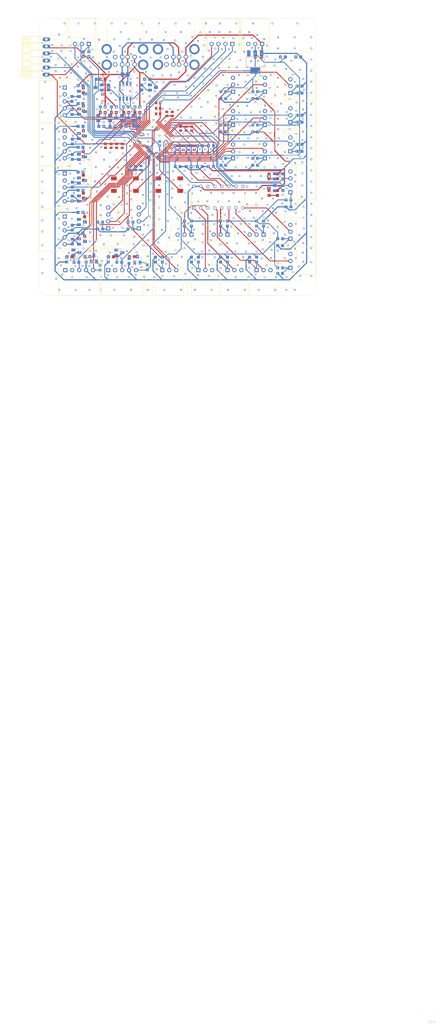
<source format=kicad_pcb>
(kicad_pcb (version 20240108) (generator "pcbnew") (generator_version "8.0")
  (layers (0 "F.Cu" signal) (31 "B.Cu" signal) (34 "B.Paste" user) (35 "F.Paste" user) (36 "B.SilkS" user "B.Silkscreen") (37 "F.SilkS" user "F.Silkscreen") (38 "B.Mask" user) (39 "F.Mask" user) (44 "Edge.Cuts" user))
  (net 0 "")
  (net 1 "NRST")
  (net 2 "3V3")
  (net 3 "GND")
  (net 4 "5V")
  (net 5 "CANL")
  (net 6 "CANH")
  (net 7 "N$15")
  (net 8 "ENCODER1-A")
  (net 9 "VCAP")
  (net 10 "N$7")
  (net 11 "SWO")
  (net 12 "SWCLK")
  (net 13 "SWDIO")
  (net 14 "CAN_TX")
  (net 15 "CAN_RX")
  (net 16 "ENCODER3-B")
  (net 17 "ENCODER3-A")
  (net 18 "ENCODER2-B")
  (net 19 "ENCODER2-A")
  (net 20 "ENCODER6-B")
  (net 21 "ENCODER5-B")
  (net 22 "ENCODER6-A")
  (net 23 "ENCODER5-A")
  (net 24 "ENCODER4-B")
  (net 25 "ENCODER4-A")
  (net 26 "UART_RX")
  (net 27 "UART_TX")
  (net 28 "USART2_RX")
  (net 29 "USART2_TX")
  (net 30 "USART1_RX")
  (net 31 "USART1_TX")
  (net 32 "ENCODER1-B")
  (net 33 "SDA1")
  (net 34 "SCL1")
  (net 35 "SDA2")
  (net 36 "SCL2")
  (net 37 "SPI1_NSS")
  (net 38 "SPI1_SCK")
  (net 39 "SPI1_MISO")
  (net 40 "SPI1_MOSI")
  (net 41 "SPI2_MOSI")
  (net 42 "SPI2_MISO")
  (net 43 "SPI2_SCK")
  (net 44 "SPI2_NSS")
  (net 45 "PA10")
  (net 46 "PC9")
  (net 47 "PC8")
  (net 48 "PB2")
  (net 49 "PC13")
  (net 50 "PC14")
  (net 51 "PH0")
  (net 52 "PH1")
  (net 53 "PC1")
  (net 54 "PC2")
  (net 55 "PC4")
  (net 56 "PB0")
  (net 57 "PB1")
  (net 58 "N$71")
  (net 59 "N$72")
  (net 60 "N$73")
  (net 61 "N$80")
  (net 62 "N$75")
  (net 63 "N$85")
  (net 64 "PC15")
  (net 65 "N$8")
  (net 66 "N$4")
  (net 67 "N$1")
  (net 68 "N$2")
  (net 69 "N$3")
  (net 70 "N$5")
  (net 71 "N$6")
  (net 72 "N$10")
  (net 73 "N$13")
  (net 74 "N$24")
  (net 75 "N$9")
  (net 76 "N$11")
  (net 77 "N$12")
  (net 78 "N$14")
  (net 79 "N$16")
  (net 80 "N$17")
  (net 81 "N$18")
  (net 82 "N$21")
  (net 83 "N$25")
  (net 84 "N$26")
  (net 85 "N$27")
  (net 86 "N$28")
  (net 87 "N$29")
  (net 88 "N$30")
  (net 89 "N$31")
  (net 90 "N$32")
  (net 91 "N$33")
  (net 92 "N$34")
  (net 93 "N$35")
  (net 94 "N$36")
  (net 95 "N$37")
  (net 96 "N$38")
  (net 97 "N$39")
  (net 98 "N$19")
  (net 99 "N$20")
  (net 100 "N$22")
  (net 101 "N$23")
  (net 102 "NSS_5V")
  (net 103 "MOSI_5V")
  (net 104 "MISO_5V")
  (net 105 "SCK_5V")
  (net 106 "ADC0")
  (net 107 "ADC1")
  (net 108 "ADC2")
  (net 109 "ADC3")
  (net 110 "ADC5")
  (net 111 "ADC4")
  (net 112 "ADC6")
  (net 113 "ADC7")
  (net 114 "N$42")
  (net 115 "N$43")
  (net 116 "N$44")
  (net 117 "N$45")
  (net 118 "N$46")
  (net 119 "N$47")
  (net 120 "N$48")
  (net 121 "N$49")
  (net 122 "N$77")
  (net 123 "N$78")
  (net 124 "N$79")
  (net 125 "N$74")
  (net 126 "N$76")
  (net 127 "N$81")
  (net 128 "N$82")
  (net 129 "N$83")
  (net 130 "N$84")
  (net 131 "N$41")
  (net 132 "N$40")
  (net 133 "N$50")
  (net 134 "N$51")
  (net 135 "N$52")
  (net 136 "N$53")
  (net 137 "N$54")
  (net 138 "N$55")
  (net 139 "N$56")
  (net 140 "N$57")
  (net 141 "N$58")
  (net 142 "N$59")
  (net 143 "N$60")
  (net 144 "N$61")
  (net 145 "N$62")
  (net 146 "N$63")
  (net 147 "N$64")
  (net 148 "N$65")
  (net 149 "N$66")
  (net 150 "N$67")
  (net 151 "N$68")
  (net 152 "N$69")
  (net 153 "N$70")
  (footprint "S3B-XH-A" (layer "F.Cu") (at 169.0011 145.8036 180)
    (property "Reference" "X25" (hide yes))
    (property "Value" "S3B-XH-A" (hide yes))
  )
  (footprint "B3B-XH-A" (layer "F.Cu") (at 168.5011 79.0036 -90)
    (property "Reference" "X27" (hide yes))
    (property "Value" "B3B-XH-A" (hide yes))
  )
  (footprint "B3B-XH-A" (layer "F.Cu") (at 180.0011 103.0036 -90)
    (property "Reference" "X35" (hide yes))
    (property "Value" "B3B-XH-A" (hide yes))
  )
  (footprint "SMD1608" (layer "F.Cu") (at 184.5011 112.0036 -90)
    (property "Reference" "R58" (hide yes))
    (property "Value" "1k")
  )
  (footprint "LED1608" (layer "F.Cu") (at 134.0011 89.0036)
    (property "Reference" "PB2" (hide yes))
    (property "Value" "LED1608" (hide yes))
  )
  (footprint "B3B-XH-A" (layer "F.Cu") (at 168.5011 91.0036 -90)
    (property "Reference" "X33" (hide yes))
    (property "Value" "B3B-XH-A" (hide yes))
  )
  (footprint "S5B-XH-A" (layer "F.Cu") (at 113.0011 145.8036 180)
    (property "Reference" "X6" (hide yes))
    (property "Value" "S5B-XH-A" (hide yes))
  )
  (footprint "S4B-XH-A" (layer "F.Cu") (at 164.5011 64.3036)
    (property "Reference" "X8" (hide yes))
    (property "Value" "S4B-XH-A" (hide yes))
  )
  (footprint "LED1608" (layer "F.Cu") (at 125.5011 89.0036)
    (property "Reference" "PC8")
    (property "Value" "LED1608" (hide yes))
  )
  (footprint "LED1608" (layer "F.Cu") (at 132.0011 141.0036)
    (property "Reference" "UNK1-A0")
    (property "Value" "LED1608" (hide yes))
  )
  (footprint "CAPC1709X100N" (layer "F.Cu") (at 146.6011 89.5036 -90)
    (property "Reference" "C21" (hide yes))
    (property "Value" "2.2u")
  )
  (footprint "B3B-XH-A" (layer "F.Cu") (at 177.0011 133.0036)
    (property "Reference" "X20" (hide yes))
    (property "Value" "B3B-XH-A" (hide yes))
  )
  (footprint "LED1608" (layer "F.Cu") (at 130.0011 89.0036)
    (property "Reference" "PA10")
    (property "Value" "LED1608" (hide yes))
  )
  (footprint "USB4AF203AS" (layer "F.Cu") (at 133.0011 71.7036 180)
    (property "Reference" "J2" (hide yes))
    (property "Value" "USB-4AF203AS" (hide yes))
  )
  (footprint "CAPC1608X90N" (layer "F.Cu") (at 178.8511 68.5036 90)
    (property "Reference" "C22" (hide yes))
    (property "Value" "100n")
  )
  (footprint "CAPC1709X100N" (layer "F.Cu") (at 149.6011 94.8036 90)
    (property "Reference" "C12" (hide yes))
    (property "Value" "100n")
  )
  (footprint "B3B-XH-A" (layer "F.Cu") (at 180.0011 91.0036 -90)
    (property "Reference" "X32" (hide yes))
    (property "Value" "B3B-XH-A" (hide yes))
  )
  (footprint "B4B-XH-A" (layer "F.Cu") (at 134.5011 127.0036 -90)
    (property "Reference" "X17" (hide yes))
    (property "Value" "B4B-XH-2" (hide yes))
  )
  (footprint "CAPC1709X100N" (layer "F.Cu") (at 128.5011 101.0036 90)
    (property "Reference" "C5" (hide yes))
    (property "Value" "100n")
  )
  (footprint "B3B-XH-A" (layer "F.Cu") (at 164.0011 133.0036)
    (property "Reference" "X10" (hide yes))
    (property "Value" "B3B-XH-A" (hide yes))
  )
  (footprint "S3B-XH-A" (layer "F.Cu") (at 145.5011 145.8036 180)
    (property "Reference" "X11" (hide yes))
    (property "Value" "S3B-XH-A" (hide yes))
  )
  (footprint "LED1608" (layer "F.Cu") (at 109.5011 141.0036)
    (property "Reference" "UNK6-B0")
    (property "Value" "LED1608" (hide yes))
  )
  (footprint "B3B-XH-A" (layer "F.Cu") (at 151.0011 133.0036)
    (property "Reference" "X7" (hide yes))
    (property "Value" "B3B-XH-A" (hide yes))
  )
  (footprint "CAPC1709X100N" (layer "F.Cu") (at 151.6011 94.8036 90)
    (property "Reference" "C11" (hide yes))
    (property "Value" "100n")
  )
  (footprint "LED1608" (layer "F.Cu") (at 192.0011 69.0036)
    (property "Reference" "UNK5V0")
    (property "Value" "LED1608" (hide yes))
  )
  (footprint "S3B-XH-A" (layer "F.Cu") (at 189.2011 79.5036 -90)
    (property "Reference" "X30" (hide yes))
    (property "Value" "S3B-XH-A" (hide yes))
  )
  (footprint "LED1608" (layer "F.Cu") (at 121.5011 89.0036)
    (property "Reference" "PC9" (hide yes))
    (property "Value" "LED1608" (hide yes))
  )
  (footprint "S3B-XH-A" (layer "F.Cu") (at 179.5011 145.8036 180)
    (property "Reference" "X23" (hide yes))
    (property "Value" "S3B-XH-A" (hide yes))
  )
  (footprint "S3B-XH-A" (layer "F.Cu") (at 176.5011 64.3036)
    (property "Reference" "X22" (hide yes))
    (property "Value" "S3B-XH-A" (hide yes))
  )
  (footprint "S4B-XH-A" (layer "F.Cu") (at 189.2011 114.0036 -90)
    (property "Reference" "X9" (hide yes))
    (property "Value" "S4B-XH-A" (hide yes))
  )
  (footprint "CAPC1709X100N" (layer "F.Cu") (at 153.6011 94.8036 90)
    (property "Reference" "C13" (hide yes))
    (property "Value" "100n")
  )
  (footprint "CAPC1709X100N" (layer "F.Cu") (at 141.5011 89.5036)
    (property "Reference" "C10" (hide yes))
    (property "Value" "100n")
  )
  (footprint "LED1608" (layer "F.Cu") (at 137.5011 77.0036 180)
    (property "Reference" "CAN_TX0")
    (property "Value" "LED1608" (hide yes))
  )
  (footprint "S3B-XH-A" (layer "F.Cu") (at 189.2011 132.0036 -90)
    (property "Reference" "X21" (hide yes))
    (property "Value" "S3B-XH-A" (hide yes))
  )
  (footprint "SMD1608" (layer "F.Cu") (at 184.5011 118.0036 -90)
    (property "Reference" "R56" (hide yes))
    (property "Value" "1k")
  )
  (footprint "CAPC1709X100N" (layer "F.Cu") (at 141.5011 85.5036)
    (property "Reference" "C8" (hide yes))
    (property "Value" "100n")
  )
  (footprint "CAPC1709X100N" (layer "F.Cu") (at 141.5011 87.5036)
    (property "Reference" "C9" (hide yes))
    (property "Value" "100n")
  )
  (footprint "DIP781W56P254L1918H533Q16N" (layer "F.Cu") (at 163.2011 119.5036 90)
    (property "Reference" "IC4" (hide yes))
    (property "Value" "MCP3208-CI_P" (hide yes))
  )
  (footprint "CAPC1709X100N" (layer "F.Cu") (at 122.5011 101.0036 90)
    (property "Reference" "C17" (hide yes))
    (property "Value" "4.7u")
  )
  (footprint "06PA_125" (layer "F.Cu") (at 101.1811 69.0036 90)
    (property "Reference" "SL1")
    (property "Value" "")
  )
  (footprint "S3B-XH-A" (layer "F.Cu") (at 189.2011 142.5036 -90)
    (property "Reference" "X18" (hide yes))
    (property "Value" "S3B-XH-A" (hide yes))
  )
  (footprint "LED1608" (layer "F.Cu") (at 115.0011 127.5036 -90)
    (property "Reference" "UNK5-B0")
    (property "Value" "LED1608" (hide yes))
  )
  (footprint "S3B-XH-A" (layer "F.Cu") (at 189.2011 90.0036 -90)
    (property "Reference" "X29" (hide yes))
    (property "Value" "S3B-XH-A" (hide yes))
  )
  (footprint "S3B-XH-A" (layer "F.Cu") (at 158.5011 145.8036 180)
    (property "Reference" "X12" (hide yes))
    (property "Value" "S3B-XH-A" (hide yes))
  )
  (footprint "S3B-XH-A" (layer "F.Cu") (at 113.9811 64.3036)
    (property "Reference" "X13" (hide yes))
    (property "Value" "S3B-XH-A" (hide yes))
  )
  (footprint "CAPC1608X90N" (layer "F.Cu") (at 176.5011 68.5036 90)
    (property "Reference" "C2" (hide yes))
    (property "Value" "10uF")
  )
  (footprint "CAPC1709X100N" (layer "F.Cu") (at 148.5011 101.7036 90)
    (property "Reference" "C3" (hide yes))
    (property "Value" "100n")
  )
  (footprint "S5B-XH-A" (layer "F.Cu") (at 107.8011 131.5036 90)
    (property "Reference" "X5" (hide yes))
    (property "Value" "S5B-XH-A" (hide yes))
  )
  (footprint "TSHAT25B219E" (layer "F.Cu") (at 129.5011 115.0036 180)
    (property "Reference" "S1" (hide yes))
    (property "Value" "TSHA-T-2.5B2-19E" (hide yes))
  )
  (footprint "LED1608" (layer "F.Cu") (at 114.5011 119.0036 -90)
    (property "Reference" "UNK4-A0")
    (property "Value" "LED1608" (hide yes))
  )
  (footprint "CAPC1709X100N" (layer "F.Cu") (at 154.5011 101.7036 90)
    (property "Reference" "C4" (hide yes))
    (property "Value" "1u")
  )
  (footprint "S5B-XH-A" (layer "F.Cu") (at 128.5011 145.8036 180)
    (property "Reference" "X1" (hide yes))
    (property "Value" "S5B-XH-A" (hide yes))
  )
  (footprint "CAPC1709X100N" (layer "F.Cu") (at 126.5011 101.0036 90)
    (property "Reference" "C6" (hide yes))
    (property "Value" "100n")
  )
  (footprint "B3B-XH-A" (layer "F.Cu") (at 168.5011 103.0036 -90)
    (property "Reference" "X34" (hide yes))
    (property "Value" "B3B-XH-A" (hide yes))
  )
  (footprint "LED1608" (layer "F.Cu") (at 114.5011 104.0036 -90)
    (property "Reference" "UNK3-A0")
    (property "Value" "LED1608" (hide yes))
  )
  (footprint "B3B-XH-A" (layer "F.Cu") (at 180.0011 79.0036 -90)
    (property "Reference" "X24" (hide yes))
    (property "Value" "B3B-XH-A" (hide yes))
  )
  (footprint "LED1608" (layer "F.Cu") (at 114.5011 81.0036 -90)
    (property "Reference" "UNK2-B0")
    (property "Value" "LED1608" (hide yes))
  )
  (footprint "USB4AF203AS" (layer "F.Cu") (at 151.5011 71.7036 180)
    (property "Reference" "J1" (hide yes))
    (property "Value" "USB-4AF203AS" (hide yes))
  )
  (footprint "B4B-XH-A" (layer "F.Cu") (at 123.5011 127.0036 -90)
    (property "Reference" "X14" (hide yes))
    (property "Value" "B4B-XH-2" (hide yes))
  )
  (footprint "S5B-XH-A" (layer "F.Cu") (at 107.8011 116.0036 90)
    (property "Reference" "X4" (hide yes))
    (property "Value" "S5B-XH-A" (hide yes))
  )
  (footprint "CAPC1709X100N" (layer "F.Cu") (at 150.5011 101.7036 90)
    (property "Reference" "C18" (hide yes))
    (property "Value" "100n")
  )
  (footprint "CAPC1709X100N" (layer "F.Cu") (at 124.5011 101.0036 90)
    (property "Reference" "C7" (hide yes))
    (property "Value" "100n")
  )
  (footprint "CAPC1709X100N" (layer "F.Cu") (at 144.6011 89.5036 -90)
    (property "Reference" "C20" (hide yes))
    (property "Value" "2.2u")
  )
  (footprint "CAPC1709X100N" (layer "F.Cu") (at 152.5011 101.7036 90)
    (property "Reference" "C19" (hide yes))
    (property "Value" "1u")
  )
  (footprint "S5B-XH-A" (layer "F.Cu") (at 107.8011 85.0036 90)
    (property "Reference" "X2" (hide yes))
    (property "Value" "S5B-XH-A" (hide yes))
  )
  (footprint "LED1608" (layer "F.Cu") (at 186.5011 69.0036)
    (property "Reference" "UNK3V3")
    (property "Value" "LED1608" (hide yes))
  )
  (footprint "LED1608" (layer "F.Cu") (at 115.0011 134.5036 -90)
    (property "Reference" "UNK5-A0")
    (property "Value" "LED1608" (hide yes))
  )
  (footprint "LED1608" (layer "F.Cu") (at 121.5011 77.0036 180)
    (property "Reference" "CAN_RX0")
    (property "Value" "LED1608" (hide yes))
  )
  (footprint "TSHAT25B219E" (layer "F.Cu") (at 145.5011 115.0036 180)
    (property "Reference" "S2" (hide yes))
    (property "Value" "TSHA-T-2.5B2-19E" (hide yes))
  )
  (footprint "LED1608" (layer "F.Cu") (at 114.5011 87.5036 -90)
    (property "Reference" "UNK2-A0")
    (property "Value" "LED1608" (hide yes))
  )
  (footprint "LED1608" (layer "F.Cu") (at 181.5011 112.0036 90)
    (property "Reference" "RX0")
    (property "Value" "LED1608" (hide yes))
  )
  (footprint "LED1608" (layer "F.Cu") (at 124.5011 141.0036)
    (property "Reference" "UNK1-B0")
    (property "Value" "LED1608" (hide yes))
  )
  (footprint "LED1608" (layer "F.Cu") (at 116.0011 141.0036)
    (property "Reference" "UNK6-A0")
    (property "Value" "LED1608" (hide yes))
  )
  (footprint "QFP50P1200X1200X160-64N" (layer "F.Cu") (at 139.7011 98.9036 135)
    (property "Reference" "IC1" (hide yes))
    (property "Value" "STM32F732RET6")
  )
  (footprint "S5B-XH-A" (layer "F.Cu") (at 107.8011 100.5036 90)
    (property "Reference" "X3" (hide yes))
    (property "Value" "S5B-XH-A" (hide yes))
  )
  (footprint "LED1608" (layer "F.Cu") (at 181.5011 118.0036 90)
    (property "Reference" "TX0")
    (property "Value" "LED1608" (hide yes))
  )
  (footprint "LED1608" (layer "F.Cu") (at 114.5011 112.5036 -90)
    (property "Reference" "UNK4-B0")
    (property "Value" "LED1608" (hide yes))
  )
  (footprint "LED1608" (layer "F.Cu") (at 114.5011 96.5036 -90)
    (property "Reference" "UNK3-B0")
    (property "Value" "LED1608" (hide yes))
  )
  (footprint "S3B-XH-A" (layer "F.Cu") (at 189.2011 100.5036 -90)
    (property "Reference" "X28" (hide yes))
    (property "Value" "S3B-XH-A" (hide yes))
  )
  (footprint "SMD1608" (layer "B.Cu") (at 166.5011 129.0036 -90)
    (property "Reference" "R41" (hide yes))
    (property "Value" "")
  )
  (footprint "SOT-23" (layer "B.Cu") (at 114.0011 97.5036 90)
    (property "Reference" "TR6" (hide yes))
    (property "Value" "2SC2712GR" (hide yes))
  )
  (footprint "SOT96P237X111-3N" (layer "B.Cu") (at 156.5011 104.5036 -90)
    (property "Reference" "Q2" (hide yes))
    (property "Value" "BSS138LT7G" (hide yes))
  )
  (footprint "SOT-23" (layer "B.Cu") (at 125.2511 91.0036 90)
    (property "Reference" "TR14" (hide yes))
    (property "Value" "2SC2712GR" (hide yes))
  )
  (footprint "SMD1608" (layer "B.Cu") (at 165.0011 81.5036)
    (property "Reference" "R85" (hide yes))
    (property "Value" "")
  )
  (footprint "SMD1608" (layer "B.Cu") (at 179.5011 129.0036 -90)
    (property "Reference" "R46" (hide yes))
    (property "Value" "")
  )
  (footprint "SOT96P237X111-3N" (layer "B.Cu") (at 148.5011 104.5036 -90)
    (property "Reference" "Q5" (hide yes))
    (property "Value" "BSS138LT7G" (hide yes))
  )
  (footprint "SMD1608" (layer "B.Cu") (at 152.5011 101.0036)
    (property "Reference" "R27" (hide yes))
    (property "Value" "10k")
  )
  (footprint "SMD1608" (layer "B.Cu") (at 185.5011 147.0036)
    (property "Reference" "R44" (hide yes))
    (property "Value" "")
  )
  (footprint "SMD1608" (layer "B.Cu") (at 114.5011 68.0036 -90)
    (property "Reference" "R71" (hide yes))
    (property "Value" "0")
  )
  (footprint "SMD1608" (layer "B.Cu") (at 113.5011 85.8036)
    (property "Reference" "R50" (hide yes))
    (property "Value" "1k")
  )
  (footprint "SMD1608" (layer "B.Cu") (at 185.5011 137.0036)
    (property "Reference" "R52" (hide yes))
    (property "Value" "")
  )
  (footprint "SOT-23" (layer "B.Cu") (at 112.0011 139.5036 90)
    (property "Reference" "TR9" (hide yes))
    (property "Value" "2SC2712GR" (hide yes))
  )
  (footprint "SMD1608" (layer "B.Cu") (at 152.5011 108.5036)
    (property "Reference" "R28" (hide yes))
    (property "Value" "10k")
  )
  (footprint "SMD1608" (layer "B.Cu") (at 176.5011 108.0036)
    (property "Reference" "R102" (hide yes))
    (property "Value" "")
  )
  (footprint "CAPC1709X100N" (layer "B.Cu") (at 131.3011 109.0036 -90)
    (property "Reference" "C14" (hide yes))
    (property "Value" "100n")
  )
  (footprint "SOT-23" (layer "B.Cu") (at 114.0011 82.3036 90)
    (property "Reference" "TR5" (hide yes))
    (property "Value" "2SC2712GR" (hide yes))
  )
  (footprint "SMD1608" (layer "B.Cu") (at 192.5011 90.0036 180)
    (property "Reference" "R90" (hide yes))
    (property "Value" "")
  )
  (footprint "SMD1608" (layer "B.Cu") (at 112.0011 143.0036 180)
    (property "Reference" "R21" (hide yes))
    (property "Value" "10k")
  )
  (footprint "SMD1608" (layer "B.Cu") (at 121.5011 87.0036 180)
    (property "Reference" "R62" (hide yes))
    (property "Value" "1k")
  )
  (footprint "SMD1608" (layer "B.Cu") (at 166.5011 142.0036 -90)
    (property "Reference" "R33" (hide yes))
    (property "Value" "")
  )
  (footprint "SMD1608" (layer "B.Cu") (at 125.0011 94.0036 180)
    (property "Reference" "R63" (hide yes))
    (property "Value" "10k")
  )
  (footprint "SMD1608" (layer "B.Cu") (at 185.5011 145.0036)
    (property "Reference" "R43" (hide yes))
    (property "Value" "")
  )
  (footprint "SMD1608" (layer "B.Cu") (at 192.5011 100.5036 180)
    (property "Reference" "R88" (hide yes))
    (property "Value" "")
  )
  (footprint "SMD1608" (layer "B.Cu") (at 120.5011 128.5036 180)
    (property "Reference" "R69" (hide yes))
    (property "Value" "0")
  )
  (footprint "SMD1608" (layer "B.Cu") (at 165.0011 108.0036)
    (property "Reference" "R100" (hide yes))
    (property "Value" "")
  )
  (footprint "SMD1608" (layer "B.Cu") (at 148.5011 101.0036)
    (property "Reference" "R29" (hide yes))
    (property "Value" "10k")
  )
  (footprint "SMD1608" (layer "B.Cu") (at 156.5011 108.5036 180)
    (property "Reference" "R26" (hide yes))
    (property "Value" "10k")
  )
  (footprint "SMD1608" (layer "B.Cu") (at 113.5011 94.0036)
    (property "Reference" "R16" (hide yes))
    (property "Value" "1k")
  )
  (footprint "SOT-23" (layer "B.Cu") (at 114.0111 88.7036 90)
    (property "Reference" "TR16" (hide yes))
    (property "Value" "2SC2712GR" (hide yes))
  )
  (footprint "SMD1608" (layer "B.Cu") (at 160.5011 101.0036)
    (property "Reference" "R23" (hide yes))
    (property "Value" "10k")
  )
  (footprint "SOT-23" (layer "B.Cu") (at 114.0011 120.0036 90)
    (property "Reference" "TR1" (hide yes))
    (property "Value" "2SC2712GR" (hide yes))
  )
  (footprint "SMD1608" (layer "B.Cu") (at 156.5011 101.0036)
    (property "Reference" "R25" (hide yes))
    (property "Value" "10k")
  )
  (footprint "SOT-23" (layer "B.Cu") (at 120.0011 80.0036 -90)
    (property "Reference" "Q10" (hide yes))
    (property "Value" "SOT-23_NMOS" (hide yes))
  )
  (footprint "SMD1608" (layer "B.Cu") (at 113.5011 117.0036)
    (property "Reference" "R6" (hide yes))
    (property "Value" "1k")
  )
  (footprint "SMD1608" (layer "B.Cu") (at 129.7511 87.0036 180)
    (property "Reference" "R60" (hide yes))
    (property "Value" "1k")
  )
  (footprint "R0603_970892" (layer "B.Cu") (at 137.5011 77.0036)
    (property "Reference" "R75" (hide yes))
    (property "Value" "1k")
  )
  (footprint "SOT-23" (layer "B.Cu") (at 133.7011 91.0036 90)
    (property "Reference" "TR17" (hide yes))
    (property "Value" "2SC2712GR" (hide yes))
  )
  (footprint "SMD1608" (layer "B.Cu") (at 164.0011 142.0036 -90)
    (property "Reference" "R34" (hide yes))
    (property "Value" "")
  )
  (footprint "CAPC1709X100N" (layer "B.Cu") (at 135.3011 109.0036 -90)
    (property "Reference" "C16" (hide yes))
    (property "Value" "100n")
  )
  (footprint "SOT-23" (layer "B.Cu") (at 114.0011 105.0036 90)
    (property "Reference" "TR21" (hide yes))
    (property "Value" "2SC2712GR" (hide yes))
  )
  (footprint "SMD1608" (layer "B.Cu") (at 176.5011 93.5036)
    (property "Reference" "R95" (hide yes))
    (property "Value" "")
  )
  (footprint "R0603_970892" (layer "B.Cu") (at 186.5011 69.0036 180)
    (property "Reference" "R2" (hide yes))
    (property "Value" "1k")
  )
  (footprint "SOT-23" (layer "B.Cu") (at 127.5011 139.5036 90)
    (property "Reference" "TR4" (hide yes))
    (property "Value" "2SC2712GR" (hide yes))
  )
  (footprint "SMD1608" (layer "B.Cu") (at 131.5011 131.0036 180)
    (property "Reference" "R68" (hide yes))
    (property "Value" "0")
  )
  (footprint "SMD1608" (layer "B.Cu") (at 165.0011 96.0036)
    (property "Reference" "R98" (hide yes))
    (property "Value" "")
  )
  (footprint "SOIC127P600X175-8N" (layer "B.Cu") (at 129.6011 81.3036 90)
    (property "Reference" "IC2" (hide yes))
    (property "Value" "NCV7351D1ER2G" (hide yes))
  )
  (footprint "SOT-23" (layer "B.Cu") (at 121.0011 91.0036 90)
    (property "Reference" "TR13" (hide yes))
    (property "Value" "2SC2712GR" (hide yes))
  )
  (footprint "SOT-23" (layer "B.Cu") (at 134.0011 142.0036 180)
    (property "Reference" "TR15" (hide yes))
    (property "Value" "2SC2712GR" (hide yes))
  )
  (footprint "SOT96P237X111-3N" (layer "B.Cu") (at 160.5011 104.5036 -90)
    (property "Reference" "Q1" (hide yes))
    (property "Value" "BSS138LT7G" (hide yes))
  )
  (footprint "SMD1608" (layer "B.Cu") (at 177.0011 129.0036 -90)
    (property "Reference" "R45" (hide yes))
    (property "Value" "")
  )
  (footprint "SMD1608" (layer "B.Cu") (at 165.0011 84.0036)
    (property "Reference" "R86" (hide yes))
    (property "Value" "")
  )
  (footprint "SMD1608" (layer "B.Cu") (at 153.5011 142.0036 -90)
    (property "Reference" "R36" (hide yes))
    (property "Value" "")
  )
  (footprint "SMD1608" (layer "B.Cu") (at 137.5011 144.8036 90)
    (property "Reference" "R47" (hide yes))
    (property "Value" "10k")
  )
  (footprint "SMD1608" (layer "B.Cu") (at 129.0011 94.0036 180)
    (property "Reference" "R59" (hide yes))
    (property "Value" "10k")
  )
  (footprint "SMD1608" (layer "B.Cu") (at 113.5011 79.3036)
    (property "Reference" "R14" (hide yes))
    (property "Value" "1k")
  )
  (footprint "SMD1608" (layer "B.Cu") (at 148.5011 108.5036 180)
    (property "Reference" "R30" (hide yes))
    (property "Value" "10k")
  )
  (footprint "SOT-23" (layer "B.Cu") (at 118.3011 141.6036 180)
    (property "Reference" "TR3" (hide yes))
    (property "Value" "2SC2712GR" (hide yes))
  )
  (footprint "SMD1608" (layer "B.Cu") (at 110.5011 135.5036 90)
    (property "Reference" "R7" (hide yes))
    (property "Value" "10k")
  )
  (footprint "SMD1608" (layer "B.Cu") (at 153.5011 129.0036 -90)
    (property "Reference" "R38" (hide yes))
    (property "Value" "")
  )
  (footprint "CAPC1709X100N" (layer "B.Cu") (at 142.0311 100.1836 -90)
    (property "Reference" "C23" (hide yes))
    (property "Value" "100n")
  )
  (footprint "SOT-23" (layer "B.Cu") (at 139.6011 80.0036 90)
    (property "Reference" "Q9" (hide yes))
    (property "Value" "SOT-23_NMOS" (hide yes))
  )
  (footprint "SMD1608" (layer "B.Cu") (at 121.0011 94.0036 180)
    (property "Reference" "R61" (hide yes))
    (property "Value" "10k")
  )
  (footprint "SOT96P237X111-3N" (layer "B.Cu") (at 152.5011 104.5036 -90)
    (property "Reference" "Q3" (hide yes))
    (property "Value" "BSS138LT7G" (hide yes))
  )
  (footprint "SOT-23" (layer "B.Cu") (at 114.0011 113.5036 90)
    (property "Reference" "TR7" (hide yes))
    (property "Value" "2SC2712GR" (hide yes))
  )
  (footprint "SMD1608" (layer "B.Cu") (at 165.0011 105.5036)
    (property "Reference" "R99" (hide yes))
    (property "Value" "")
  )
  (footprint "SOT223" (layer "B.Cu") (at 176.5011 70.8036 -90)
    (property "Reference" "U1" (hide yes))
    (property "Value" "LD1117S33CTR" (hide yes))
  )
  (footprint "SMD1608" (layer "B.Cu") (at 120.5011 131.0036 180)
    (property "Reference" "R70" (hide yes))
    (property "Value" "0")
  )
  (footprint "SMD1608" (layer "B.Cu") (at 192.5011 92.5036 180)
    (property "Reference" "R89" (hide yes))
    (property "Value" "")
  )
  (footprint "SMD1608" (layer "B.Cu") (at 186.5011 116.2536 -90)
    (property "Reference" "R55" (hide yes))
    (property "Value" "10k")
  )
  (footprint "SMD1608" (layer "B.Cu") (at 110.5011 130.5036 90)
    (property "Reference" "R19" (hide yes))
    (property "Value" "10k")
  )
  (footprint "SMD1608" (layer "B.Cu") (at 176.5011 81.5036)
    (property "Reference" "R81" (hide yes))
    (property "Value" "")
  )
  (footprint "SOT-23" (layer "B.Cu") (at 114.0011 135.5036 90)
    (property "Reference" "TR2" (hide yes))
    (property "Value" "2SC2712GR" (hide yes))
  )
  (footprint "SMD1608" (layer "B.Cu") (at 110.4011 88.8236 -90)
    (property "Reference" "R49" (hide yes))
    (property "Value" "10k")
  )
  (footprint "SMD1608" (layer "B.Cu") (at 127.5011 143.0036 180)
    (property "Reference" "R11" (hide yes))
    (property "Value" "10k")
  )
  (footprint "SMD1608" (layer "B.Cu") (at 131.0011 142.5036 90)
    (property "Reference" "R48" (hide yes))
    (property "Value" "1k")
  )
  (footprint "R0603_970892" (layer "B.Cu") (at 192.0011 69.0036 180)
    (property "Reference" "R3" (hide yes))
    (property "Value" "1k")
  )
  (footprint "SMD1608" (layer "B.Cu") (at 160.5011 108.5036)
    (property "Reference" "R24" (hide yes))
    (property "Value" "10k")
  )
  (footprint "SMD1608" (layer "B.Cu") (at 113.5011 110.5036)
    (property "Reference" "R18" (hide yes))
    (property "Value" "1k")
  )
  (footprint "SMD1608" (layer "B.Cu") (at 110.5011 120.0036 90)
    (property "Reference" "R4" (hide yes))
    (property "Value" "10k")
  )
  (footprint "SMD1608" (layer "B.Cu") (at 134.0011 87.0036 180)
    (property "Reference" "R66" (hide yes))
    (property "Value" "1k")
  )
  (footprint "SMD1608" (layer "B.Cu") (at 110.4011 84.1036 90)
    (property "Reference" "R13" (hide yes))
    (property "Value" "10k")
  )
  (footprint "SMD1608" (layer "B.Cu") (at 192.5011 103.0036 180)
    (property "Reference" "R87" (hide yes))
    (property "Value" "")
  )
  (footprint "SMD1608" (layer "B.Cu") (at 123.5011 142.0036 -90)
    (property "Reference" "R12" (hide yes))
    (property "Value" "1k")
  )
  (footprint "SMD1608" (layer "B.Cu") (at 131.5011 128.5036 180)
    (property "Reference" "R67" (hide yes))
    (property "Value" "0")
  )
  (footprint "SMD1608" (layer "B.Cu") (at 151.0011 129.0036 -90)
    (property "Reference" "R37" (hide yes))
    (property "Value" "")
  )
  (footprint "SOT-23" (layer "B.Cu") (at 182.5011 112.0036 -90)
    (property "Reference" "TR11" (hide yes))
    (property "Value" "2SC2712GR" (hide yes))
  )
  (footprint "SMD1608" (layer "B.Cu") (at 186.5011 112.0036 90)
    (property "Reference" "R57" (hide yes))
    (property "Value" "10k")
  )
  (footprint "SMD1608" (layer "B.Cu") (at 176.5011 96.0036)
    (property "Reference" "R96")
    (property "Value" "")
  )
  (footprint "SMD1608" (layer "B.Cu") (at 120.6011 144.9036 90)
    (property "Reference" "R9" (hide yes))
    (property "Value" "10k")
  )
  (footprint "SMD1608" (layer "B.Cu") (at 164.0011 129.0036 -90)
    (property "Reference" "R42" (hide yes))
    (property "Value" "")
  )
  (footprint "SMD1608" (layer "B.Cu") (at 113.5011 132.5036)
    (property "Reference" "R8" (hide yes))
    (property "Value" "1k")
  )
  (footprint "SMD1608" (layer "B.Cu") (at 140.5011 142.0036 90)
    (property "Reference" "R74" (hide yes))
    (property "Value" "0")
  )
  (footprint "SMD1608" (layer "B.Cu") (at 176.5011 105.5036)
    (property "Reference" "R101" (hide yes))
    (property "Value" "")
  )
  (footprint "SMD1608" (layer "B.Cu") (at 135.6011 80.0036 -90)
    (property "Reference" "R77" (hide yes))
    (property "Value" "10k")
  )
  (footprint "SOT-23" (layer "B.Cu") (at 114.0011 128.5036 90)
    (property "Reference" "TR8" (hide yes))
    (property "Value" "2SC2712GR" (hide yes))
  )
  (footprint "SOT-23" (layer "B.Cu") (at 182.5011 116.2536 -90)
    (property "Reference" "TR10" (hide yes))
    (property "Value" "2SC2712GR" (hide yes))
  )
  (footprint "SMD1608" (layer "B.Cu") (at 123.6011 80.0036 -90)
    (property "Reference" "R78" (hide yes))
    (property "Value" "10k")
  )
  (footprint "SMD1608" (layer "B.Cu") (at 188.5011 123.0036 180)
    (property "Reference" "R32" (hide yes))
    (property "Value" "0")
  )
  (footprint "SMD1608" (layer "B.Cu") (at 133.6011 94.0036 180)
    (property "Reference" "R65" (hide yes))
    (property "Value" "10k")
  )
  (footprint "SMD1608" (layer "B.Cu") (at 176.5011 84.0036)
    (property "Reference" "R82" (hide yes))
    (property "Value" "")
  )
  (footprint "SMD1608" (layer "B.Cu") (at 188.5011 120.5036 180)
    (property "Reference" "R31" (hide yes))
    (property "Value" "0")
  )
  (footprint "SMD1608" (layer "B.Cu") (at 156.0011 142.0036 -90)
    (property "Reference" "R35" (hide yes))
    (property "Value" "")
  )
  (footprint "SMD1608" (layer "B.Cu") (at 174.5011 142.0036 -90)
    (property "Reference" "R40" (hide yes))
    (property "Value" "")
  )
  (footprint "SOT-23" (layer "B.Cu") (at 129.6011 91.0036 90)
    (property "Reference" "TR12" (hide yes))
    (property "Value" "2SC2712GR" (hide yes))
  )
  (footprint "R0603_970892" (layer "B.Cu") (at 120.0011 77.0036 180)
    (property "Reference" "R76" (hide yes))
    (property "Value" "1k")
  )
  (footprint "1608" (layer "B.Cu") (at 137.7811 102.3436 90)
    (property "Reference" "R1" (hide yes))
    (property "Value" "10k")
  )
  (footprint "SMD1608" (layer "B.Cu") (at 108.5011 142.0036 90)
    (property "Reference" "R22" (hide yes))
    (property "Value" "1k")
  )
  (footprint "R0805_334" (layer "B.Cu") (at 129.6011 75.3036)
    (property "Reference" "R5" (hide yes))
    (property "Value" "120")
  )
  (footprint "SMD1608" (layer "B.Cu") (at 113.5011 125.0036)
    (property "Reference" "R20" (hide yes))
    (property "Value" "1k")
  )
  (footprint "CAPC1709X100N" (layer "B.Cu") (at 141.0511 104.3636 90)
    (property "Reference" "C1" (hide yes))
    (property "Value" "100n")
  )
  (footprint "SMD1608" (layer "B.Cu") (at 116.5011 68.0036 -90)
    (property "Reference" "R72" (hide yes))
    (property "Value" "0")
  )
  (footprint "SMD1608" (layer "B.Cu") (at 192.5011 82.0036 180)
    (property "Reference" "R91" (hide yes))
    (property "Value" "")
  )
  (footprint "SMD1608" (layer "B.Cu") (at 113.5011 101.5036)
    (property "Reference" "R54" (hide yes))
    (property "Value" "1k")
  )
  (footprint "SMD1608" (layer "B.Cu") (at 185.5011 134.5036)
    (property "Reference" "R51" (hide yes))
    (property "Value" "")
  )
  (footprint "SMD1608" (layer "B.Cu") (at 110.5011 115.0036 90)
    (property "Reference" "R17" (hide yes))
    (property "Value" "10k")
  )
  (footprint "SMD1608" (layer "B.Cu") (at 125.5011 87.0036 180)
    (property "Reference" "R64" (hide yes))
    (property "Value" "1k")
  )
  (footprint "SMD1608" (layer "B.Cu") (at 192.5011 79.5036 180)
    (property "Reference" "R92" (hide yes))
    (property "Value" "")
  )
  (footprint "SMD1608" (layer "B.Cu") (at 143.0011 142.0036 90)
    (property "Reference" "R73" (hide yes))
    (property "Value" "0")
  )
  (footprint "SMD1608" (layer "B.Cu") (at 177.0011 142.0036 -90)
    (property "Reference" "R39" (hide yes))
    (property "Value" "")
  )
  (footprint "SMD1608" (layer "B.Cu") (at 165.0011 93.5036)
    (property "Reference" "R97" (hide yes))
    (property "Value" "")
  )
  (footprint "SMD1608" (layer "B.Cu") (at 110.5011 99.5036 90)
    (property "Reference" "R15" (hide yes))
    (property "Value" "10k")
  )
  (footprint "SMD1608" (layer "B.Cu") (at 115.5011 142.0036 90)
    (property "Reference" "R10" (hide yes))
    (property "Value" "1k")
  )
  (footprint "SMD1608" (layer "B.Cu") (at 110.5011 105.0036 -90)
    (property "Reference" "R53" (hide yes))
    (property "Value" "10k")
  )
  (footprint "CAPC1709X100N" (layer "B.Cu") (at 133.3011 109.0036 -90)
    (property "Reference" "C15" (hide yes))
    (property "Value" "100n")
  )
  (gr_line (start 148.6011 140.4036) (end 143.4011 140.4036) (stroke (width 0.1016)) (layer "F.SilkS"))
  (gr_line (start 139.4011 137.1036) (end 144.6011 137.1036) (stroke (width 0.1016)) (layer "F.SilkS"))
  (gr_line (start 144.6011 122.5036) (end 144.6011 137.1036) (stroke (width 0.1016)) (layer "F.SilkS"))
  (gr_line (start 119.6011 135.4036) (end 119.6011 119.8036) (stroke (width 0.1016)) (layer "F.SilkS"))
  (gr_line (start 142.1011 135.4036) (end 131.6011 135.4036) (stroke (width 0.1016)) (layer "F.SilkS"))
  (gr_line (start 127.9011 136.3036) (end 127.9011 135.4036) (stroke (width 0.1016)) (layer "F.SilkS"))
  (gr_line (start 195.3011 121.1036) (end 195.3011 122.8036) (stroke (width 0.1016)) (layer "F.SilkS"))
  (gr_line (start 166.2011 70.6036) (end 171.1011 70.6036) (stroke (width 0.1016)) (layer "F.SilkS"))
  (gr_line (start 185.0011 108.8036) (end 185.0011 106.6036) (stroke (width 0.1016)) (layer "F.SilkS"))
  (gr_line (start 160.9011 72.7036) (end 198.5011 72.7036) (stroke (width 0.1016)) (layer "F.SilkS"))
  (gr_circle (center 101.5011 58.0036) (end 104.5011 58.0036) (stroke (width 0.001)) (fill none) (layer "F.SilkS"))
  (gr_line (start 166.2011 69.8036) (end 166.2011 70.6036) (stroke (width 0.1016)) (layer "F.SilkS"))
  (gr_line (start 119.6011 119.8036) (end 142.1011 119.8036) (stroke (width 0.1016)) (layer "F.SilkS"))
  (gr_line (start 161.9011 88.7036) (end 161.9011 93.8036) (stroke (width 0.1016)) (layer "F.SilkS"))
  (gr_line (start 190.0011 122.5036) (end 190.0011 121.1036) (stroke (width 0.1016)) (layer "F.SilkS"))
  (gr_line (start 126.7011 139.2036) (end 116.8011 139.2036) (stroke (width 0.15)) (layer "F.SilkS"))
  (gr_line (start 163.3011 69.8036) (end 166.2011 69.8036) (stroke (width 0.1016)) (layer "F.SilkS"))
  (gr_line (start 160.9011 88.7036) (end 161.9011 88.7036) (stroke (width 0.1016)) (layer "F.SilkS"))
  (gr_line (start 159.9011 88.7036) (end 160.9011 88.7036) (stroke (width 0.1016)) (layer "F.SilkS"))
  (gr_line (start 139.4011 155.0036) (end 139.4011 137.1036) (stroke (width 0.1016)) (layer "F.SilkS"))
  (gr_line (start 146.9011 125.2036) (end 146.9011 123.3036) (stroke (width 0.1016)) (layer "F.SilkS"))
  (gr_line (start 116.0011 70.8036) (end 111.8011 70.8036) (stroke (width 0.1016)) (layer "F.SilkS"))
  (gr_line (start 178.0011 122.5036) (end 178.0011 108.8036) (stroke (width 0.1016)) (layer "F.SilkS"))
  (gr_line (start 116.0011 70.0036) (end 119.7011 70.0036) (stroke (width 0.1016)) (layer "F.SilkS"))
  (gr_line (start 116.8011 137.3036) (end 126.7011 137.3036) (stroke (width 0.15)) (layer "F.SilkS"))
  (gr_line (start 117.4011 76.8036) (end 98.6011 76.8036) (stroke (width 0.15)) (layer "F.SilkS"))
  (gr_circle (center 195.5011 152.0036) (end 198.5011 152.0036) (stroke (width 0.001)) (fill none) (layer "F.SilkS"))
  (gr_line (start 137.0011 138.4036) (end 137.1011 138.5036) (stroke (width 0.0762)) (layer "F.SilkS"))
  (gr_line (start 127.9011 135.4036) (end 119.6011 135.4036) (stroke (width 0.1016)) (layer "F.SilkS"))
  (gr_line (start 127.9011 135.4036) (end 127.9011 134.4036) (stroke (width 0.1016)) (layer "F.SilkS"))
  (gr_line (start 111.8011 70.8036) (end 111.8011 70.0036) (stroke (width 0.1016)) (layer "F.SilkS"))
  (gr_line (start 146.9011 123.3036) (end 151.3011 123.3036) (stroke (width 0.1016)) (layer "F.SilkS"))
  (gr_line (start 190.0011 124.1036) (end 190.0011 122.5036) (stroke (width 0.1016)) (layer "F.SilkS"))
  (gr_line (start 160.9011 88.7036) (end 160.9011 72.7036) (stroke (width 0.1016)) (layer "F.SilkS"))
  (gr_line (start 160.9011 108.8036) (end 178.0011 108.8036) (stroke (width 0.1016)) (layer "F.SilkS"))
  (gr_line (start 163.3011 70.6036) (end 163.3011 69.8036) (stroke (width 0.1016)) (layer "F.SilkS"))
  (gr_line (start 131.6011 135.4036) (end 131.6011 136.3036) (stroke (width 0.1016)) (layer "F.SilkS"))
  (gr_line (start 131.6011 136.3036) (end 127.9011 136.3036) (stroke (width 0.1016)) (layer "F.SilkS"))
  (gr_line (start 142.1011 119.8036) (end 142.1011 135.4036) (stroke (width 0.1016)) (layer "F.SilkS"))
  (gr_line (start 119.7011 70.0036) (end 119.7011 55.0036) (stroke (width 0.1016)) (layer "F.SilkS"))
  (gr_line (start 161.9011 93.8036) (end 160.9011 93.8036) (stroke (width 0.1016)) (layer "F.SilkS"))
  (gr_line (start 152.0011 137.1036) (end 152.0011 155.1036) (stroke (width 0.1016)) (layer "F.SilkS"))
  (gr_line (start 116.0011 70.0036) (end 116.0011 70.8036) (stroke (width 0.1016)) (layer "F.SilkS"))
  (gr_line (start 126.7011 137.3036) (end 126.7011 138.4036) (stroke (width 0.15)) (layer "F.SilkS"))
  (gr_line (start 131.6011 134.4036) (end 131.6011 135.4036) (stroke (width 0.1016)) (layer "F.SilkS"))
  (gr_line (start 195.3011 124.1036) (end 190.0011 124.1036) (stroke (width 0.1016)) (layer "F.SilkS"))
  (gr_line (start 127.9011 134.4036) (end 131.6011 134.4036) (stroke (width 0.1016)) (layer "F.SilkS"))
  (gr_line (start 116.8011 139.2036) (end 116.8011 137.3036) (stroke (width 0.15)) (layer "F.SilkS"))
  (gr_circle (center 101.5011 152.0036) (end 104.5011 152.0036) (stroke (width 0.001)) (fill none) (layer "F.SilkS"))
  (gr_line (start 126.7011 138.4036) (end 126.7011 139.2036) (stroke (width 0.15)) (layer "F.SilkS"))
  (gr_line (start 190.0011 121.1036) (end 195.3011 121.1036) (stroke (width 0.1016)) (layer "F.SilkS"))
  (gr_line (start 195.3011 122.8036) (end 195.3011 124.1036) (stroke (width 0.1016)) (layer "F.SilkS"))
  (gr_line (start 148.6011 138.7036) (end 148.6011 140.4036) (stroke (width 0.1016)) (layer "F.SilkS"))
  (gr_line (start 163.3011 70.6036) (end 157.6011 70.6036) (stroke (width 0.1016)) (layer "F.SilkS"))
  (gr_line (start 151.3011 123.3036) (end 151.3011 125.2036) (stroke (width 0.1016)) (layer "F.SilkS"))
  (gr_line (start 195.3011 122.8036) (end 198.5011 122.8036) (stroke (width 0.1016)) (layer "F.SilkS"))
  (gr_line (start 171.1011 70.6036) (end 171.1011 54.9036) (stroke (width 0.1016)) (layer "F.SilkS"))
  (gr_line (start 151.3011 125.2036) (end 146.9011 125.2036) (stroke (width 0.1016)) (layer "F.SilkS"))
  (gr_line (start 117.4011 137.2036) (end 117.4011 76.8036) (stroke (width 0.15)) (layer "F.SilkS"))
  (gr_line (start 116.0011 69.4036) (end 116.0011 70.0036) (stroke (width 0.1016)) (layer "F.SilkS"))
  (gr_line (start 111.8011 69.4036) (end 116.0011 69.4036) (stroke (width 0.1016)) (layer "F.SilkS"))
  (gr_line (start 143.4011 140.4036) (end 143.4011 138.8036) (stroke (width 0.1016)) (layer "F.SilkS"))
  (gr_line (start 190.0011 122.5036) (end 178.0011 122.5036) (stroke (width 0.1016)) (layer "F.SilkS"))
  (gr_line (start 178.0011 108.8036) (end 185.0011 108.8036) (stroke (width 0.1016)) (layer "F.SilkS"))
  (gr_line (start 189.8011 121.1036) (end 190.0011 121.1036) (stroke (width 0.1016)) (layer "F.SilkS"))
  (gr_line (start 108.2011 70.0036) (end 108.2011 55.0036) (stroke (width 0.1016)) (layer "F.SilkS"))
  (gr_line (start 126.7011 138.4036) (end 137.1011 138.4036) (stroke (width 0.15)) (layer "F.SilkS"))
  (gr_line (start 144.6011 122.5036) (end 178.0011 122.5036) (stroke (width 0.1016)) (layer "F.SilkS"))
  (gr_line (start 166.2011 70.6036) (end 166.2011 71.3036) (stroke (width 0.1016)) (layer "F.SilkS"))
  (gr_line (start 111.8011 70.0036) (end 111.8011 69.4036) (stroke (width 0.1016)) (layer "F.SilkS"))
  (gr_circle (center 195.5011 58.0036) (end 198.5011 58.0036) (stroke (width 0.001)) (fill none) (layer "F.SilkS"))
  (gr_line (start 144.6011 137.1036) (end 152.0011 137.1036) (stroke (width 0.1016)) (layer "F.SilkS"))
  (gr_line (start 160.9011 93.8036) (end 160.9011 108.8036) (stroke (width 0.1016)) (layer "F.SilkS"))
  (gr_line (start 159.9011 93.8036) (end 159.9011 88.7036) (stroke (width 0.1016)) (layer "F.SilkS"))
  (gr_line (start 137.1011 138.4036) (end 137.1011 155.0036) (stroke (width 0.15)) (layer "F.SilkS"))
  (gr_line (start 143.4011 138.7036) (end 148.6011 138.7036) (stroke (width 0.1016)) (layer "F.SilkS"))
  (gr_line (start 160.9011 93.8036) (end 159.9011 93.8036) (stroke (width 0.1016)) (layer "F.SilkS"))
  (gr_line (start 166.2011 71.3036) (end 163.3011 71.3036) (stroke (width 0.1016)) (layer "F.SilkS"))
  (gr_line (start 111.8011 70.0036) (end 108.2011 70.0036) (stroke (width 0.1016)) (layer "F.SilkS"))
  (gr_line (start 163.3011 71.3036) (end 163.3011 70.6036) (stroke (width 0.1016)) (layer "F.SilkS"))
  (gr_line (start 157.6011 70.6036) (end 157.6011 55.0036) (stroke (width 0.1016)) (layer "F.SilkS"))
  (gr_line (start 185.0011 106.6036) (end 198.5011 106.6036) (stroke (width 0.1016)) (layer "F.SilkS"))
  (gr_arc (start 101.5011 155.0036) (mid 99.37978 154.12492) (end 98.5011 152.0036) (stroke (width 0.05)) (layer "Edge.Cuts"))
  (gr_circle (center 101.5011 58.0036) (end 103.1011 58.0036) (stroke (width 0.001)) (fill none) (layer "Edge.Cuts"))
  (gr_circle (center 195.5011 58.0036) (end 197.1011 58.0036) (stroke (width 0.001)) (fill none) (layer "Edge.Cuts"))
  (gr_line (start 195.5011 55.0036) (end 101.5011 55.0036) (stroke (width 0.05)) (layer "Edge.Cuts"))
  (gr_arc (start 98.5011 58.0036) (mid 99.37978 55.88228) (end 101.5011 55.0036) (stroke (width 0.05)) (layer "Edge.Cuts"))
  (gr_circle (center 101.5011 152.0036) (end 103.1011 152.0036) (stroke (width 0.001)) (fill none) (layer "Edge.Cuts"))
  (gr_line (start 98.5011 58.0036) (end 98.5011 152.0036) (stroke (width 0.05)) (layer "Edge.Cuts"))
  (gr_arc (start 198.5011 152.0036) (mid 197.62242 154.12492) (end 195.5011 155.0036) (stroke (width 0.05)) (layer "Edge.Cuts"))
  (gr_line (start 101.5011 155.0036) (end 195.5011 155.0036) (stroke (width 0.05)) (layer "Edge.Cuts"))
  (gr_arc (start 195.5011 55.0036) (mid 197.62242 55.88228) (end 198.5011 58.0036) (stroke (width 0.05)) (layer "Edge.Cuts"))
  (gr_line (start 198.5011 152.0036) (end 198.5011 58.0036) (stroke (width 0.05)) (layer "Edge.Cuts"))
  (gr_circle (center 195.5011 152.0036) (end 197.1011 152.0036) (stroke (width 0.001)) (fill none) (layer "Edge.Cuts"))
  (gr_text "5V" (at 129.3011 131.3036 0) (layer "B.SilkS") (effects (font (size 0.560832 0.560832) (thickness 0.048768)) (justify left bottom mirror)))
  (gr_text "5V" (at 153.1011 127.830949 -90) (layer "B.SilkS") (effects (font (size 0.560832 0.560832) (thickness 0.048768)) (justify left bottom mirror)))
  (gr_text "3V3" (at 183.2011 134.7036 0) (layer "B.SilkS") (effects (font (size 0.560832 0.560832) (thickness 0.048768)) (justify left bottom mirror)))
  (gr_text "5V" (at 196.3011 90.2036 0) (layer "B.SilkS") (effects (font (size 0.560832 0.560832) (thickness 0.048768)) (justify left bottom mirror)))
  (gr_text "5V" (at 153.2011 140.730949 -90) (layer "B.SilkS") (effects (font (size 0.560832 0.560832) (thickness 0.048768)) (justify left bottom mirror)))
  (gr_text "5V" (at 174.5011 108.3036 0) (layer "B.SilkS") (effects (font (size 0.560832 0.560832) (thickness 0.048768)) (justify left bottom mirror)))
  (gr_text "5V" (at 186.0011 148.8036 0) (layer "B.SilkS") (effects (font (size 0.560832 0.560832) (thickness 0.048768)) (justify left bottom mirror)))
  (gr_text "3V3" (at 162.9011 105.8036 0) (layer "B.SilkS") (effects (font (size 0.560832 0.560832) (thickness 0.048768)) (justify left bottom mirror)))
  (gr_text "5V" (at 140.2011 140.830949 -90) (layer "B.SilkS") (effects (font (size 0.560832 0.560832) (thickness 0.048768)) (justify left bottom mirror)))
  (gr_text "5V" (at 195.8011 79.8036 0) (layer "B.SilkS") (effects (font (size 0.560832 0.560832) (thickness 0.048768)) (justify left bottom mirror)))
  (gr_text "3V3" (at 195.9011 103.4036 0) (layer "B.SilkS") (effects (font (size 0.560832 0.560832) (thickness 0.048768)) (justify left bottom mirror)))
  (gr_text "5V" (at 116.7011 71.252577 -90) (layer "B.SilkS") (effects (font (size 0.560832 0.560832) (thickness 0.048768)) (justify left top mirror)))
  (gr_text "3V3" (at 186.4011 120.7036 0) (layer "B.SilkS") (effects (font (size 0.560832 0.560832) (thickness 0.048768)) (justify left bottom mirror)))
  (gr_text "3V3" (at 174.5011 81.8036 0) (layer "B.SilkS") (effects (font (size 0.560832 0.560832) (thickness 0.048768)) (justify left bottom mirror)))
  (gr_text "3V3" (at 129.4011 128.7036 0) (layer "B.SilkS") (effects (font (size 0.560832 0.560832) (thickness 0.048768)) (justify left bottom mirror)))
  (gr_text "5V" (at 174.5011 84.2036 0) (layer "B.SilkS") (effects (font (size 0.560832 0.560832) (thickness 0.048768)) (justify left bottom mirror)))
  (gr_text "5V" (at 174.2011 140.830949 -90) (layer "B.SilkS") (effects (font (size 0.560832 0.560832) (thickness 0.048768)) (justify left bottom mirror)))
  (gr_text "3V3" (at 176.7011 127.830949 -90) (layer "B.SilkS") (effects (font (size 0.560832 0.560832) (thickness 0.048768)) (justify left bottom mirror)))
  (gr_text "3V3" (at 166.2011 127.830949 -90) (layer "B.SilkS") (effects (font (size 0.560832 0.560832) (thickness 0.048768)) (justify left bottom mirror)))
  (gr_text "5V" (at 174.5011 96.2036 0) (layer "B.SilkS") (effects (font (size 0.560832 0.560832) (thickness 0.048768)) (justify left bottom mirror)))
  (gr_text "5V" (at 186.4011 123.2036 0) (layer "B.SilkS") (effects (font (size 0.560832 0.560832) (thickness 0.048768)) (justify left bottom mirror)))
  (gr_text "3V3" (at 162.9011 93.8036 0) (layer "B.SilkS") (effects (font (size 0.560832 0.560832) (thickness 0.048768)) (justify left bottom mirror)))
  (gr_text "3V3" (at 186.3011 143.8036 0) (layer "B.SilkS") (effects (font (size 0.560832 0.560832) (thickness 0.048768)) (justify left bottom mirror)))
  (gr_text "3V3" (at 118.5011 128.8036 0) (layer "B.SilkS") (effects (font (size 0.560832 0.560832) (thickness 0.048768)) (justify left bottom mirror)))
  (gr_text "3V3" (at 166.2011 140.630949 -90) (layer "B.SilkS") (effects (font (size 0.560832 0.560832) (thickness 0.048768)) (justify left bottom mirror)))
  (gr_text "3V3" (at 176.7011 140.830949 -90) (layer "B.SilkS") (effects (font (size 0.560832 0.560832) (thickness 0.048768)) (justify left bottom mirror)))
  (gr_text "5V" (at 118.5011 131.3036 0) (layer "B.SilkS") (effects (font (size 0.560832 0.560832) (thickness 0.048768)) (justify left bottom mirror)))
  (gr_text "3V3" (at 155.7011 140.830949 -90) (layer "B.SilkS") (effects (font (size 0.560832 0.560832) (thickness 0.048768)) (justify left bottom mirror)))
  (gr_text "3V3" (at 196.1011 82.4036 0) (layer "B.SilkS") (effects (font (size 0.560832 0.560832) (thickness 0.048768)) (justify left bottom mirror)))
  (gr_text "3V3" (at 114.8011 71.786703 -90) (layer "B.SilkS") (effects (font (size 0.560832 0.560832) (thickness 0.048768)) (justify left top mirror)))
  (gr_text "5V" (at 195.8011 100.8036 0) (layer "B.SilkS") (effects (font (size 0.560832 0.560832) (thickness 0.048768)) (justify left bottom mirror)))
  (gr_text "5V" (at 183.3011 137.2036 0) (layer "B.SilkS") (effects (font (size 0.560832 0.560832) (thickness 0.048768)) (justify left bottom mirror)))
  (gr_text "3V3" (at 196.4011 92.8036 0) (layer "B.SilkS") (effects (font (size 0.560832 0.560832) (thickness 0.048768)) (justify left bottom mirror)))
  (gr_text "3V3" (at 174.4011 105.8036 0) (layer "B.SilkS") (effects (font (size 0.560832 0.560832) (thickness 0.048768)) (justify left bottom mirror)))
  (gr_text "3V3" (at 163.0011 81.9036 0) (layer "B.SilkS") (effects (font (size 0.560832 0.560832) (thickness 0.048768)) (justify left bottom mirror)))
  (gr_text "5V" (at 163.7011 140.730949 -90) (layer "B.SilkS") (effects (font (size 0.560832 0.560832) (thickness 0.048768)) (justify left bottom mirror)))
  (gr_text "5V" (at 179.1011 127.830949 -90) (layer "B.SilkS") (effects (font (size 0.560832 0.560832) (thickness 0.048768)) (justify left bottom mirror)))
  (gr_text "3V3" (at 142.6011 140.830949 -90) (layer "B.SilkS") (effects (font (size 0.560832 0.560832) (thickness 0.048768)) (justify left bottom mirror)))
  (gr_text "3V3" (at 174.5011 93.8036 0) (layer "B.SilkS") (effects (font (size 0.560832 0.560832) (thickness 0.048768)) (justify left bottom mirror)))
  (gr_text "5V" (at 163.1011 84.3036 0) (layer "B.SilkS") (effects (font (size 0.560832 0.560832) (thickness 0.048768)) (justify left bottom mirror)))
  (gr_text "5V" (at 163.7011 127.830949 -90) (layer "B.SilkS") (effects (font (size 0.560832 0.560832) (thickness 0.048768)) (justify left bottom mirror)))
  (gr_text "5V" (at 163.0011 96.3036 0) (layer "B.SilkS") (effects (font (size 0.560832 0.560832) (thickness 0.048768)) (justify left bottom mirror)))
  (gr_text "5V" (at 174.5011 84.2036 0) (layer "B.SilkS") (effects (font (size 0.560832 0.560832) (thickness 0.048768)) (justify left bottom mirror)))
  (gr_text "5V" (at 163.0011 108.3036 0) (layer "B.SilkS") (effects (font (size 0.560832 0.560832) (thickness 0.048768)) (justify left bottom mirror)))
  (gr_text "3V3" (at 150.7011 127.830949 -90) (layer "B.SilkS") (effects (font (size 0.560832 0.560832) (thickness 0.048768)) (justify left bottom mirror)))
  (gr_text "GPIO" (at 161.5011 93.5036 90) (layer "F.SilkS") (effects (font (size 1.1684 1.1684) (thickness 0.1016)) (justify left bottom)))
  (gr_text "RX\n(PD2)" (at 148.5011 144.5036 90) (layer "F.SilkS") (effects (font (size 0.560832 0.560832) (thickness 0.048768)) (justify left bottom)))
  (gr_text "PC4" (at 185.3011 101.0036 0) (layer "F.SilkS") (effects (font (size 0.747776 0.747776) (thickness 0.065024)) (justify left bottom)))
  (gr_text "GND" (at 172.0011 144.0036 90) (layer "F.SilkS") (effects (font (size 0.747776 0.747776) (thickness 0.065024)) (justify left bottom)))
  (gr_text "GND" (at 185.6011 110.6036 0) (layer "F.SilkS") (effects (font (size 0.747776 0.747776) (thickness 0.065024)) (justify left bottom)))
  (gr_text "VCC" (at 180.0011 128.5036 90) (layer "F.SilkS") (effects (font (size 0.747776 0.747776) (thickness 0.065024)) (justify left bottom)))
  (gr_text "Vcc" (at 143.5011 144.5036 90) (layer "F.SilkS") (effects (font (size 0.747776 0.747776) (thickness 0.065024)) (justify left bottom)))
  (gr_text "PC13" (at 163.0011 103.5036 0) (layer "F.SilkS") (effects (font (size 0.747776 0.747776) (thickness 0.065024)) (justify left bottom)))
  (gr_text "3V3" (at 176.1011 65.5036 90) (layer "F.SilkS") (effects (font (size 0.747776 0.747776) (thickness 0.065024)) (justify left top)))
  (gr_text "GND" (at 163.0011 101.0036 0) (layer "F.SilkS") (effects (font (size 0.747776 0.747776) (thickness 0.065024)) (justify left bottom)))
  (gr_text "5V" (at 178.6011 65.6036 90) (layer "F.SilkS") (effects (font (size 0.747776 0.747776) (thickness 0.065024)) (justify left top)))
  (gr_text "GND" (at 173.5011 65.5036 90) (layer "F.SilkS") (effects (font (size 0.747776 0.747776) (thickness 0.065024)) (justify left top)))
  (gr_text "PC9" (at 120.084554 87.0036 0) (layer "F.SilkS") (effects (font (size 0.93472 0.93472) (thickness 0.08128)) (justify left top)))
  (gr_text "VCC" (at 163.31908 81.0036 0) (layer "F.SilkS") (effects (font (size 0.747776 0.747776) (thickness 0.065024)) (justify left top)))
  (gr_text "RX\n(PC11)" (at 110.7011 65.7036 90) (layer "F.SilkS") (effects (font (size 0.560832 0.560832) (thickness 0.048768)) (justify left top)))
  (gr_text "SPI" (at 163.5011 71.0036 0) (layer "F.SilkS") (effects (font (size 0.93472 0.93472) (thickness 0.08128)) (justify left bottom)))
  (gr_text "VCC" (at 174.31908 93.0036 0) (layer "F.SilkS") (effects (font (size 0.747776 0.747776) (thickness 0.065024)) (justify left top)))
  (gr_text "PB2" (at 132.484554 87.0036 0) (layer "F.SilkS") (effects (font (size 0.93472 0.93472) (thickness 0.08128)) (justify left top)))
  (gr_text "USER" (at 127.0011 109.6036 0) (layer "F.SilkS") (effects (font (size 1.1684 1.1684) (thickness 0.1016)) (justify left bottom)))
  (gr_text "ADC0" (at 159.0011 144.0036 90) (layer "F.SilkS") (effects (font (size 0.747776 0.747776) (thickness 0.065024)) (justify left bottom)))
  (gr_text "VCC" (at 185.6011 118.1036 0) (layer "F.SilkS") (effects (font (size 0.747776 0.747776) (thickness 0.065024)) (justify left bottom)))
  (gr_text "PH0" (at 174.212255 90.5036 0) (layer "F.SilkS") (effects (font (size 0.747776 0.747776) (thickness 0.065024)) (justify left top)))
  (gr_text "USART" (at 112.0011 70.5036 0) (layer "F.SilkS") (effects (font (size 0.747776 0.747776) (thickness 0.065024)) (justify left bottom)))
  (gr_text "GND" (at 138.5011 123.5036 0) (layer "F.SilkS") (effects (font (size 0.747776 0.747776) (thickness 0.065024)) (justify left bottom)))
  (gr_text "TX" (at 185.7011 115.6036 0) (layer "F.SilkS") (effects (font (size 0.747776 0.747776) (thickness 0.065024)) (justify left bottom)))
  (gr_text "VCC" (at 138.5011 131.0036 0) (layer "F.SilkS") (effects (font (size 0.747776 0.747776) (thickness 0.065024)) (justify left bottom)))
  (gr_text "TX\n(PC10)" (at 114.6011 68.3036 90) (layer "F.SilkS") (effects (font (size 0.560832 0.560832) (thickness 0.048768)) (justify left bottom)))
  (gr_text "3V3" (at 103.6011 75.6036 0) (layer "F.SilkS") (effects (font (size 0.747776 0.747776) (thickness 0.065024)) (justify left bottom)))
  (gr_text "GND" (at 185.176647 76.5036 0) (layer "F.SilkS") (effects (font (size 0.747776 0.747776) (thickness 0.065024)) (justify left top)))
  (gr_text "VCC" (at 167.0011 128.5036 90) (layer "F.SilkS") (effects (font (size 0.747776 0.747776) (thickness 0.065024)) (justify left bottom)))
  (gr_text "VCC" (at 185.31908 81.5036 0) (layer "F.SilkS") (effects (font (size 0.747776 0.747776) (thickness 0.065024)) (justify left top)))
  (gr_text "GND" (at 182.5011 144.0036 90) (layer "F.SilkS") (effects (font (size 0.747776 0.747776) (thickness 0.065024)) (justify left bottom)))
  (gr_text "Sensormain_Exodia" (at 141.1011 82.5036 0) (layer "F.SilkS") (effects (font (size 1.308608 1.308608) (thickness 0.113792)) (justify left bottom)))
  (gr_text "VCC" (at 156.5011 144.0036 90) (layer "F.SilkS") (effects (font (size 0.747776 0.747776) (thickness 0.065024)) (justify left bottom)))
  (gr_text "ADC１" (at 169.5011 144.0036 90) (layer "F.SilkS") (effects (font (size 0.747776 0.747776) (thickness 0.065024)) (justify left bottom)))
  (gr_text "SWCLK" (at 103.6011 72.9036 0) (layer "F.SilkS") (effects (font (size 0.747776 0.747776) (thickness 0.065024)) (justify left bottom)))
  (gr_text "SCL2\n(PB10)" (at 138.5011 126.5036 0) (layer "F.SilkS") (effects (font (size 0.560832 0.560832) (thickness 0.048768)) (justify left bottom)))
  (gr_text "VCC" (at 185.61908 92.2036 0) (layer "F.SilkS") (effects (font (size 0.747776 0.747776) (thickness 0.065024)) (justify left top)))
  (gr_text "GND" (at 174.7011 100.9036 0) (layer "F.SilkS") (effects (font (size 0.747776 0.747776) (thickness 0.065024)) (justify left bottom)))
  (gr_text "ADC3" (at 180.0011 144.0036 90) (layer "F.SilkS") (effects (font (size 0.747776 0.747776) (thickness 0.065024)) (justify left bottom)))
  (gr_text "PC14" (at 174.7011 103.3036 0) (layer "F.SilkS") (effects (font (size 0.747776 0.747776) (thickness 0.065024)) (justify left bottom)))
  (gr_text "SWDIO" (at 103.3011 68.1036 0) (layer "F.SilkS") (effects (font (size 0.747776 0.747776) (thickness 0.065024)) (justify left bottom)))
  (gr_text "GND" (at 185.4011 98.4036 0) (layer "F.SilkS") (effects (font (size 0.747776 0.747776) (thickness 0.065024)) (justify left bottom)))
  (gr_text "SDA2\n(PB11)" (at 138.5011 129.0036 0) (layer "F.SilkS") (effects (font (size 0.560832 0.560832) (thickness 0.048768)) (justify left bottom)))
  (gr_text "GND" (at 184.9011 130.0036 0) (layer "F.SilkS") (effects (font (size 0.747776 0.747776) (thickness 0.065024)) (justify left bottom)))
  (gr_text "PC0" (at 163.247863 78.5036 0) (layer "F.SilkS") (effects (font (size 0.747776 0.747776) (thickness 0.065024)) (justify left top)))
  (gr_text "GND" (at 161.5011 144.0036 90) (layer "F.SilkS") (effects (font (size 0.747776 0.747776) (thickness 0.065024)) (justify left bottom)))
  (gr_text "ENCODER" (at 117.3011 138.9036 0) (layer "F.SilkS") (effects (font (size 1.1684 1.1684) (thickness 0.1016)) (justify left bottom)))
  (gr_text "GND" (at 174.176647 76.0036 0) (layer "F.SilkS") (effects (font (size 0.747776 0.747776) (thickness 0.065024)) (justify left top)))
  (gr_text "VCC" (at 185.3011 103.4036 0) (layer "F.SilkS") (effects (font (size 0.747776 0.747776) (thickness 0.065024)) (justify left bottom)))
  (gr_text "PB1" (at 185.247863 79.0036 0) (layer "F.SilkS") (effects (font (size 0.747776 0.747776) (thickness 0.065024)) (justify left top)))
  (gr_text "RESET" (at 142.2011 109.7036 0) (layer "F.SilkS") (effects (font (size 1.1684 1.1684) (thickness 0.1016)) (justify left bottom)))
  (gr_text "PH1" (at 163.212255 90.5036 0) (layer "F.SilkS") (effects (font (size 0.747776 0.747776) (thickness 0.065024)) (justify left top)))
  (gr_text "Vcc" (at 116.9011 67.7036 90) (layer "F.SilkS") (effects (font (size 0.747776 0.747776) (thickness 0.065024)) (justify left bottom)))
  (gr_text "ADC6" (at 177.5011 128.5036 90) (layer "F.SilkS") (effects (font (size 0.747776 0.747776) (thickness 0.065024)) (justify left bottom)))
  (gr_text "VCC" (at 163.0011 106.0036 0) (layer "F.SilkS") (effects (font (size 0.747776 0.747776) (thickness 0.065024)) (justify left bottom)))
  (gr_text "VCC" (at 177.5011 144.0036 90) (layer "F.SilkS") (effects (font (size 0.747776 0.747776) (thickness 0.065024)) (justify left bottom)))
  (gr_text "TX\n(PC12)" (at 146.5011 144.5036 90) (layer "F.SilkS") (effects (font (size 0.560832 0.560832) (thickness 0.048768)) (justify left bottom)))
  (gr_text "RX" (at 185.6011 113.0036 0) (layer "F.SilkS") (effects (font (size 0.747776 0.747776) (thickness 0.065024)) (justify left bottom)))
  (gr_text "GND" (at 163.176647 88.0036 0) (layer "F.SilkS") (effects (font (size 0.747776 0.747776) (thickness 0.065024)) (justify left top)))
  (gr_text "GND" (at 162.0011 128.5036 90) (layer "F.SilkS") (effects (font (size 0.747776 0.747776) (thickness 0.065024)) (justify left bottom)))
  (gr_text "GND" (at 163.176647 76.0036 0) (layer "F.SilkS") (effects (font (size 0.747776 0.747776) (thickness 0.065024)) (justify left top)))
  (gr_text "Wireless\nModule" (at 190.197711 121.5036 0) (layer "F.SilkS") (effects (font (size 0.747776 0.747776) (thickness 0.065024)) (justify left top)))
  (gr_text "GND" (at 185.4011 87.9036 0) (layer "F.SilkS") (effects (font (size 0.747776 0.747776) (thickness 0.065024)) (justify left bottom)))
  (gr_text "ADC5" (at 184.406912 142.3036 0) (layer "F.SilkS") (effects (font (size 0.747776 0.747776) (thickness 0.065024)) (justify left top)))
  (gr_text "SCK" (at 162.9011 65.6036 90) (layer "F.SilkS") (effects (font (size 0.747776 0.747776) (thickness 0.065024)) (justify left top)))
  (gr_text "NSS" (at 160.4011 65.7036 90) (layer "F.SilkS") (effects (font (size 0.747776 0.747776) (thickness 0.065024)) (justify left top)))
  (gr_text "MOSI" (at 167.9011 65.5036 90) (layer "F.SilkS") (effects (font (size 0.747776 0.747776) (thickness 0.065024)) (justify left top)))
  (gr_text "VCC" (at 185.01908 144.8036 0) (layer "F.SilkS") (effects (font (size 0.747776 0.747776) (thickness 0.065024)) (justify left top)))
  (gr_text "ADC7" (at 184.9011 132.3036 0) (layer "F.SilkS") (effects (font (size 0.747776 0.747776) (thickness 0.065024)) (justify left bottom)))
  (gr_text "PC1" (at 174.247863 78.5036 0) (layer "F.SilkS") (effects (font (size 0.747776 0.747776) (thickness 0.065024)) (justify left top)))
  (gr_text "ADC" (at 147.1011 125.0036 0) (layer "F.SilkS") (effects (font (size 1.1684 1.1684) (thickness 0.1016)) (justify left bottom)))
  (gr_text "GND" (at 103.6011 70.7036 0) (layer "F.SilkS") (effects (font (size 0.747776 0.747776) (thickness 0.065024)) (justify left bottom)))
  (gr_text "VCC" (at 163.31908 93.0036 0) (layer "F.SilkS") (effects (font (size 0.747776 0.747776) (thickness 0.065024)) (justify left top)))
  (gr_text "SDA1\n(PB9)" (at 127.5011 129.0036 0) (layer "F.SilkS") (effects (font (size 0.560832 0.560832) (thickness 0.048768)) (justify left bottom)))
  (gr_text "PB0" (at 185.547863 89.7036 0) (layer "F.SilkS") (effects (font (size 0.747776 0.747776) (thickness 0.065024)) (justify left top)))
  (gr_text "ADC4" (at 164.5011 128.5036 90) (layer "F.SilkS") (effects (font (size 0.747776 0.747776) (thickness 0.065024)) (justify left bottom)))
  (gr_text "VCC" (at 184.8011 134.7036 0) (layer "F.SilkS") (effects (font (size 0.747776 0.747776) (thickness 0.065024)) (justify left bottom)))
  (gr_text "VCC" (at 167.0011 144.0036 90) (layer "F.SilkS") (effects (font (size 0.747776 0.747776) (thickness 0.065024)) (justify left bottom)))
  (gr_text "ADC2" (at 151.5011 128.5036 90) (layer "F.SilkS") (effects (font (size 0.747776 0.747776) (thickness 0.065024)) (justify left bottom)))
  (gr_text "UART" (at 143.5011 140.2036 0) (layer "F.SilkS") (effects (font (size 1.1684 1.1684) (thickness 0.1016)) (justify left bottom)))
  (gr_text "VCC" (at 127.5011 131.0036 0) (layer "F.SilkS") (effects (font (size 0.747776 0.747776) (thickness 0.065024)) (justify left bottom)))
  (gr_text "VCC" (at 174.31908 81.0036 0) (layer "F.SilkS") (effects (font (size 0.747776 0.747776) (thickness 0.065024)) (justify left top)))
  (gr_text "SWO" (at 103.4011 63.1036 0) (layer "F.SilkS") (effects (font (size 0.747776 0.747776) (thickness 0.065024)) (justify left bottom)))
  (gr_text "GND" (at 174.5011 128.5036 90) (layer "F.SilkS") (effects (font (size 0.747776 0.747776) (thickness 0.065024)) (justify left bottom)))
  (gr_text "VCC" (at 174.7011 105.9036 0) (layer "F.SilkS") (effects (font (size 0.747776 0.747776) (thickness 0.065024)) (justify left bottom)))
  (gr_text "GND" (at 174.176647 88.0036 0) (layer "F.SilkS") (effects (font (size 0.747776 0.747776) (thickness 0.065024)) (justify left top)))
  (gr_text "I2C" (at 128.192437 134.7036 0) (layer "F.SilkS") (effects (font (size 1.1684 1.1684) (thickness 0.1016)) (justify left top)))
  (gr_text "SCL2\n(PB8)" (at 127.5011 126.5036 0) (layer "F.SilkS") (effects (font (size 0.560832 0.560832) (thickness 0.048768)) (justify left bottom)))
  (gr_text "VCC" (at 154.0011 128.5036 90) (layer "F.SilkS") (effects (font (size 0.747776 0.747776) (thickness 0.065024)) (justify left bottom)))
  (gr_text "GND" (at 127.5011 123.5036 0) (layer "F.SilkS") (effects (font (size 0.747776 0.747776) (thickness 0.065024)) (justify left bottom)))
  (gr_text "NRST" (at 103.4011 65.6036 0) (layer "F.SilkS") (effects (font (size 0.747776 0.747776) (thickness 0.065024)) (justify left bottom)))
  (gr_text "GND" (at 184.976647 139.6036 0) (layer "F.SilkS") (effects (font (size 0.747776 0.747776) (thickness 0.065024)) (justify left top)))
  (gr_text "GND" (at 149.0011 128.5036 90) (layer "F.SilkS") (effects (font (size 0.747776 0.747776) (thickness 0.065024)) (justify left bottom)))
  (gr_text "MISO" (at 165.4011 65.5036 90) (layer "F.SilkS") (effects (font (size 0.747776 0.747776) (thickness 0.065024)) (justify left top)))
  (dimension (type aligned) (layer "F.Cu") (pts (xy 121.1011 81.0036) (xy 121.1011 79.0536)) (height 2.5) (gr_text "1.95 mm" (at 121.8231 80.0286 90) (layer "F.Cu") (effects (font (size 1.63576 1.63576) (thickness 0.14224)))) (format (prefix "") (suffix "") (units 2) (units_format 1) (precision 2)) (style (thickness 0.2) (arrow_length 1.27) (text_position_mode 0) (extension_height 0.58642) (extension_offset 0) keep_text_aligned))
  (segment (start 111.9011 65.709457) (end 101.696956 65.709457) (width 0.3048) (layer "F.Cu") (net 1))
  (segment (start 143.228146 103.49131) (end 142.0311 102.294263) (width 0.3048) (layer "F.Cu") (net 1))
  (segment (start 101.696956 65.709457) (end 101.1811 65.1936) (width 0.3048) (layer "F.Cu") (net 1))
  (segment (start 149.224562 116.972063) (end 142.0311 109.7786) (width 0.3048) (layer "F.Cu") (net 1))
  (segment (start 142.0311 102.294263) (end 142.0311 100.9036) (width 0.3048) (layer "F.Cu") (net 1))
  (segment (start 112.226025 65.709457) (end 111.9011 65.709457) (width 0.3048) (layer "F.Cu") (net 1))
  (segment (start 149.4761 117.2536) (end 149.224562 116.972063) (width 0.3048) (layer "F.Cu") (net 1))
  (segment (start 116.5011 70.0036) (end 116.5011 69.984532) (width 0.3048) (layer "F.Cu") (net 1))
  (segment (start 111.9011 65.709457) (end 111.9011 65.709457) (width 0.3048) (layer "F.Cu") (net 1))
  (segment (start 116.5011 69.984532) (end 112.226025 65.709457) (width 0.3048) (layer "F.Cu") (net 1))
  (via (at 116.5011 70.0036) (size 0.6548) (drill 0.35) (layers "F.Cu" "B.Cu") (net 1))
  (via (at 142.0311 100.9036) (size 0.6548) (drill 0.35) (layers "F.Cu" "B.Cu") (net 1))
  (via (at 142.0311 109.7786) (size 0.6548) (drill 0.35) (layers "F.Cu" "B.Cu") (net 1))
  (segment (start 134.35995 98.2036) (end 131.90275 95.7464) (width 0.3048) (layer "B.Cu") (net 1))
  (segment (start 139.3311 98.2036) (end 134.35995 98.2036) (width 0.3048) (layer "B.Cu") (net 1))
  (segment (start 119.9559 81.0488) (end 119.9559 73.4584) (width 0.3048) (layer "B.Cu") (net 1))
  (segment (start 131.90275 95.7464) (end 119.0439 95.7464) (width 0.3048) (layer "B.Cu") (net 1))
  (segment (start 142.0311 100.9036) (end 139.3311 98.2036) (width 0.3048) (layer "B.Cu") (net 1))
  (segment (start 119.9559 81.0488) (end 118.4011 82.6036) (width 0.3048) (layer "B.Cu") (net 1))
  (segment (start 118.4011 95.1036) (end 119.0439 95.7464) (width 0.3048) (layer "B.Cu") (net 1))
  (segment (start 142.0311 100.9036) (end 142.0311 109.7786) (width 0.3048) (layer "B.Cu") (net 1))
  (segment (start 118.4011 82.6036) (end 118.4011 95.1036) (width 0.3048) (layer "B.Cu") (net 1))
  (segment (start 119.9559 73.4584) (end 116.5011 70.0036) (width 0.3048) (layer "B.Cu") (net 1))
  (segment (start 132.992068 97.497872) (end 130.10634 100.3836) (width 0.3048) (layer "F.Cu") (net 2))
  (segment (start 124.5011 100.2836) (end 126.5011 100.2836) (width 0.3048) (layer "F.Cu") (net 2))
  (segment (start 150.5011 100.9836) (end 151.6061 100.9836) (width 0.3048) (layer "F.Cu") (net 2))
  (segment (start 147.6261 101.0036) (end 147.6461 100.9836) (width 0.3048) (layer "F.Cu") (net 2))
  (segment (start 142.2211 87.5036) (end 142.2211 85.5036) (width 0.3048) (layer "F.Cu") (net 2))
  (segment (start 155.6061 100.9836) (end 155.6261 101.0036) (width 0.3048) (layer "F.Cu") (net 2))
  (segment (start 115.0811 100.2836) (end 105.1011 90.3036) (width 0.3048) (layer "F.Cu") (net 2))
  (segment (start 131.1261 115.1036) (end 133.4761 112.7536) (width 0.3048) (layer "F.Cu") (net 2))
  (segment (start 142.2211 91.0803) (end 142.2211 89.5036) (width 0.3048) (layer "F.Cu") (net 2))
  (segment (start 133.4761 112.6236) (end 136.3786 109.7211) (width 0.3048) (layer "F.Cu") (net 2))
  (segment (start 128.6011 100.3836) (end 128.5011 100.2836) (width 0.3048) (layer "F.Cu") (net 2))
  (segment (start 155.6261 101.0036) (end 159.6261 101.0036) (width 0.3048) (layer "F.Cu") (net 2))
  (segment (start 151.6461 100.9836) (end 152.5011 100.9836) (width 0.3048) (layer "F.Cu") (net 2))
  (segment (start 122.5011 100.2836) (end 115.0811 100.2836) (width 0.3048) (layer "F.Cu") (net 2))
  (segment (start 148.5011 100.9836) (end 150.5011 100.9836) (width 0.3048) (layer "F.Cu") (net 2))
  (segment (start 102.8011 75.3536) (end 101.1811 75.3536) (width 0.3048) (layer "F.Cu") (net 2))
  (segment (start 105.1011 90.3036) (end 105.1011 77.6536) (width 0.3048) (layer "F.Cu") (net 2))
  (segment (start 149.6011 94.0836) (end 151.6011 94.0836) (width 0.3048) (layer "F.Cu") (net 2))
  (segment (start 130.6261 126.4036) (end 127.6261 129.4036) (width 0.3048) (layer "F.Cu") (net 2))
  (segment (start 148.410187 94.0836) (end 149.6011 94.0836) (width 0.3048) (layer "F.Cu") (net 2))
  (segment (start 130.6261 129.5286) (end 130.6261 128.5036) (width 0.3048) (layer "F.Cu") (net 2))
  (segment (start 122.5011 100.2836) (end 124.5011 100.2836) (width 0.3048) (layer "F.Cu") (net 2))
  (segment (start 141.106828 105.612632) (end 142.412196 106.918) (width 0.3048) (layer "F.Cu") (net 2))
  (segment (start 151.6061 100.9836) (end 151.6261 101.0036) (width 0.3048) (layer "F.Cu") (net 2))
  (segment (start 156.0111 96.4936) (end 158.4011 98.8836) (width 0.3048) (layer "F.Cu") (net 2))
  (segment (start 131.1261 115.1036) (end 131.1261 125.9036) (width 0.3048) (layer "F.Cu") (net 2))
  (segment (start 131.1261 125.9036) (end 130.6261 126.4036) (width 0.3048) (layer "F.Cu") (net 2))
  (segment (start 133.4761 112.7536) (end 133.4761 112.6236) (width 0.3048) (layer "F.Cu") (net 2))
  (segment (start 130.6261 129.5286) (end 142.283925 141.186425) (width 0.3048) (layer "F.Cu") (net 2))
  (segment (start 130.10634 100.3836) (end 128.6011 100.3836) (width 0.3048) (layer "F.Cu") (net 2))
  (segment (start 146.6261 102.0036) (end 147.6261 101.0036) (width 0.3048) (layer "F.Cu") (net 2))
  (segment (start 105.1011 77.6536) (end 102.8011 75.3536) (width 0.3048) (layer "F.Cu") (net 2))
  (segment (start 151.6011 94.0836) (end 153.6011 94.0836) (width 0.3048) (layer "F.Cu") (net 2))
  (segment (start 142.2211 89.5036) (end 142.2211 87.5036) (width 0.3048) (layer "F.Cu") (net 2))
  (segment (start 145.1355 106.918) (end 145.5011 107.2836) (width 0.3048) (layer "F.Cu") (net 2))
  (segment (start 142.412196 106.918) (end 145.1355 106.918) (width 0.3048) (layer "F.Cu") (net 2))
  (segment (start 136.3786 109.7211) (end 138.295368 107.804332) (width 0.3048) (layer "F.Cu") (net 2))
  (segment (start 147.6461 100.9836) (end 148.5011 100.9836) (width 0.3048) (layer "F.Cu") (net 2))
  (segment (start 154.5011 100.9836) (end 155.6061 100.9836) (width 0.3048) (layer "F.Cu") (net 2))
  (segment (start 128.5011 100.2836) (end 126.5011 100.2836) (width 0.3048) (layer "F.Cu") (net 2))
  (segment (start 152.5011 100.9836) (end 154.5011 100.9836) (width 0.3048) (layer "F.Cu") (net 2))
  (segment (start 138.295368 105.612632) (end 138.295368 107.804332) (width 0.3048) (layer "F.Cu") (net 2))
  (segment (start 120.532562 129.4036) (end 120.466831 129.337869) (width 0.3048) (layer "F.Cu") (net 2))
  (segment (start 108.0261 75.3536) (end 114.5011 68.8786) (width 0.3048) (layer "F.Cu") (net 2))
  (segment (start 130.6261 128.5036) (end 130.6261 126.4036) (width 0.3048) (layer "F.Cu") (net 2))
  (segment (start 145.983078 102.0036) (end 146.6261 102.0036) (width 0.3048) (layer "F.Cu") (net 2))
  (segment (start 153.6011 94.0836) (end 156.0111 96.4936) (width 0.3048) (layer "F.Cu") (net 2))
  (segment (start 151.6261 101.0036) (end 151.6461 100.9836) (width 0.3048) (layer "F.Cu") (net 2))
  (segment (start 141.106828 92.194572) (end 142.2211 91.0803) (width 0.3048) (layer "F.Cu") (net 2))
  (segment (start 102.8011 75.3536) (end 108.0261 75.3536) (width 0.3048) (layer "F.Cu") (net 2))
  (segment (start 142.283925 141.186425) (end 142.943275 141.186425) (width 0.3048) (layer "F.Cu") (net 2))
  (segment (start 145.349468 101.369991) (end 145.983078 102.0036) (width 0.3048) (layer "F.Cu") (net 2))
  (segment (start 127.6261 129.4036) (end 120.532562 129.4036) (width 0.3048) (layer "F.Cu") (net 2))
  (segment (start 145.703021 96.790766) (end 148.410187 94.0836) (width 0.3048) (layer "F.Cu") (net 2))
  (segment (start 158.4011 98.8836) (end 158.4011 98.9036) (width 0.3048) (layer "F.Cu") (net 2))
  (via (at 130.10634 100.3836) (size 0.6548) (drill 0.35) (layers "F.Cu" "B.Cu") (net 2))
  (via (at 156.0111 96.4936) (size 0.6548) (drill 0.35) (layers "F.Cu" "B.Cu") (net 2))
  (via (at 130.6261 128.5036) (size 0.6548) (drill 0.35) (layers "F.Cu" "B.Cu") (net 2))
  (via (at 155.6261 101.0036) (size 0.6548) (drill 0.35) (layers "F.Cu" "B.Cu") (net 2))
  (via (at 120.466831 129.337869) (size 0.6548) (drill 0.35) (layers "F.Cu" "B.Cu") (net 2))
  (via (at 136.3786 109.7211) (size 0.6548) (drill 0.35) (layers "F.Cu" "B.Cu") (net 2))
  (via (at 142.2211 85.5036) (size 0.6548) (drill 0.35) (layers "F.Cu" "B.Cu") (net 2))
  (via (at 159.6261 101.0036) (size 0.6548) (drill 0.35) (layers "F.Cu" "B.Cu") (net 2))
  (via (at 114.5011 68.8786) (size 0.6548) (drill 0.35) (layers "F.Cu" "B.Cu") (net 2))
  (via (at 151.6261 101.0036) (size 0.6548) (drill 0.35) (layers "F.Cu" "B.Cu") (net 2))
  (via (at 147.6261 101.0036) (size 0.6548) (drill 0.35) (layers "F.Cu" "B.Cu") (net 2))
  (via (at 176.5011 67.8036) (size 0.6548) (drill 0.35) (layers "F.Cu" "B.Cu") (net 2))
  (via (at 142.943275 141.186425) (size 0.6548) (drill 0.35) (layers "F.Cu" "B.Cu") (net 2))
  (via (at 158.4011 98.9036) (size 0.6548) (drill 0.35) (layers "F.Cu" "B.Cu") (net 2))
  (via (at 145.5011 107.2836) (size 0.6548) (drill 0.35) (layers "F.Cu" "B.Cu") (net 2))
  (via (at 164.1261 105.5036) (size 0.6548) (drill 0.35) (layers "F.Cu" "B.Cu") (net 2))
  (segment (start 131.3011 109.7236) (end 133.3011 109.7236) (width 0.3048) (layer "B.Cu") (net 2))
  (segment (start 166.5011 128.1286) (end 177.0011 128.1286) (width 0.3048) (layer "B.Cu") (net 2))
  (segment (start 184.6261 145.0036) (end 183.5136 143.8911) (width 0.3048) (layer "B.Cu") (net 2))
  (segment (start 156.7261 140.0036) (end 155.0011 140.0036) (width 0.3048) (layer "B.Cu") (net 2))
  (segment (start 145.5011 107.2836) (end 145.5011 105.4986) (width 0.3048) (layer "B.Cu") (net 2))
  (segment (start 192.5011 102.1286) (end 192.5011 103.9036) (width 0.3048) (layer "B.Cu") (net 2))
  (segment (start 184.6261 132.2286) (end 181.4463 129.0488) (width 0.3048) (layer "B.Cu") (net 2))
  (segment (start 149.8011 129.3286) (end 151.0011 128.1286) (width 0.3048) (layer "B.Cu") (net 2))
  (segment (start 161.1361 96.4936) (end 156.0111 96.4936) (width 0.3048) (layer "B.Cu") (net 2))
  (segment (start 185.4511 70.9036) (end 187.3511 69.0036) (width 0.3048) (layer "B.Cu") (net 2))
  (segment (start 156.7261 140.0036) (end 156.0011 140.7286) (width 0.3048) (layer "B.Cu") (net 2))
  (segment (start 175.8761 140.0036) (end 177.0011 141.1286) (width 0.3048) (layer "B.Cu") (net 2))
  (segment (start 163.6221 73.9026) (end 176.5011 73.9026) (width 0.3048) (layer "B.Cu") (net 2))
  (segment (start 149.8011 129.3286) (end 149.8011 134.8036) (width 0.3048) (layer "B.Cu") (net 2))
  (segment (start 192.5011 76.5036) (end 192.5011 81.1286) (width 0.3048) (layer "B.Cu") (net 2))
  (segment (start 176.5699 67.7736) (end 176.5011 67.8036) (width 0.4064) (layer "B.Cu") (net 2))
  (segment (start 192.5011 81.1286) (end 193.3761 82.0036) (width 0.3048) (layer "B.Cu") (net 2))
  (segment (start 158.4011 98.9036) (end 159.6261 100.1286) (width 0.3048) (layer "B.Cu") (net 2))
  (segment (start 185.4511 70.9036) (end 186.9011 70.9036) (width 0.3048) (layer "B.Cu") (net 2))
  (segment (start 155.0011 140.0036) (end 149.8011 134.8036) (width 0.3048) (layer "B.Cu") (net 2))
  (segment (start 176.5011 73.9026) (end 176.5011 67.7048) (width 0.3048) (layer "B.Cu") (net 2))
  (segment (start 155.6261 101.0036) (end 155.6261 103.3736) (width 0.3048) (layer "B.Cu") (net 2))
  (segment (start 120.466831 129.337869) (end 119.632562 128.5036) (width 0.3048) (layer "B.Cu") (net 2))
  (segment (start 179.6999 70.9036) (end 185.4511 70.9036) (width 0.3048) (layer "B.Cu") (net 2))
  (segment (start 155.6261 103.3736) (end 155.5461 103.4536) (width 0.3048) (layer "B.Cu") (net 2))
  (segment (start 192.06735 93.5584) (end 192.5011 93.12465) (width 0.3048) (layer "B.Cu") (net 2))
  (segment (start 192.5011 91.6286) (end 193.3761 92.5036) (width 0.3048) (layer "B.Cu") (net 2))
  (segment (start 186.9011 70.9036) (end 192.5011 76.5036) (width 0.3048) (layer "B.Cu") (net 2))
  (segment (start 145.1011 140.0036) (end 143.9761 141.1286) (width 0.3048) (layer "B.Cu") (net 2))
  (segment (start 176.7011 74.1026) (end 176.7011 75.6036) (width 0.3048) (layer "B.Cu") (net 2))
  (segment (start 133.3011 109.7236) (end 135.3011 109.7236) (width 0.3048) (layer "B.Cu") (net 2))
  (segment (start 159.6261 103.3736) (end 159.5461 103.4536) (width 0.3048) (layer "B.Cu") (net 2))
  (segment (start 182.6559 93.5584) (end 181.5463 92.4488) (width 0.3048) (layer "B.Cu") (net 2))
  (segment (start 135.3011 109.7236) (end 136.3761 109.7236) (width 0.3048) (layer "B.Cu") (net 2))
  (segment (start 156.7261 140.0036) (end 165.3761 140.0036) (width 0.3048) (layer "B.Cu") (net 2))
  (segment (start 145.5011 122.6286) (end 149.8011 126.9286) (width 0.3048) (layer "B.Cu") (net 2))
  (segment (start 164.1261 105.5036) (end 165.2261 104.4036) (width 0.3048) (layer "B.Cu") (net 2))
  (segment (start 181.4463 129.0488) (end 177.9213 129.0488) (width 0.3048) (layer "B.Cu") (net 2))
  (segment (start 184.6261 134.5036) (end 184.6261 132.2286) (width 0.3048) (layer "B.Cu") (net 2))
  (segment (start 179.1261 140.0036) (end 183.5136 135.6161) (width 0.3048) (layer "B.Cu") (net 2))
  (segment (start 145.5011 105.4986) (end 147.5461 103.4536) (width 0.3048) (layer "B.Cu") (net 2))
  (segment (start 183.5136 135.6161) (end 184.6261 134.5036) (width 0.3048) (layer "B.Cu") (net 2))
  (segment (start 181.5463 92.4488) (end 176.6809 92.4488) (width 0.3048) (layer "B.Cu") (net 2))
  (segment (start 143.2611 84.4636) (end 153.0611 84.4636) (width 0.3048) (layer "B.Cu") (net 2))
  (segment (start 175.6261 93.5036) (end 176.6809 92.4488) (width 0.3048) (layer "B.Cu") (net 2))
  (segment (start 149.8011 134.8036) (end 149.8011 138.1036) (width 0.3048) (layer "B.Cu") (net 2))
  (segment (start 145.5011 107.2836) (end 145.5011 122.6286) (width 0.3048) (layer "B.Cu") (net 2))
  (segment (start 176.5011 67.7048) (end 176.5699 67.7736) (width 0.4064) (layer "B.Cu") (net 2))
  (segment (start 192.5011 103.9036) (end 192.0011 104.4036) (width 0.3048) (layer "B.Cu") (net 2))
  (segment (start 156.0011 140.7286) (end 156.0011 141.1286) (width 0.3048) (layer "B.Cu") (net 2))
  (segment (start 143.9761 141.1286) (end 143.0011 141.1286) (width 0.3048) (layer "B.Cu") (net 2))
  (segment (start 166.5011 141.1286) (end 165.3761 140.0036) (width 0.3048) (layer "B.Cu") (net 2))
  (segment (start 164.1261 81.5036) (end 165.3261 80.1036) (width 0.3048) (layer "B.Cu") (net 2))
  (segment (start 175.6261 105.5036) (end 175.690675 105.419157) (width 0.3048) (layer "B.Cu") (net 2))
  (segment (start 149.8011 138.1036) (end 147.9011 140.0036) (width 0.3048) (layer "B.Cu") (net 2))
  (segment (start 164.1261 93.5036) (end 161.1361 96.4936) (width 0.3048) (layer "B.Cu") (net 2))
  (segment (start 192.5011 93.12465) (end 192.5011 102.1286) (width 0.3048) (layer "B.Cu") (net 2))
  (segment (start 147.6261 101.0036) (end 147.6261 103.3736) (width 0.3048) (layer "B.Cu") (net 2))
  (segment (start 176.706231 104.4036) (end 175.690675 105.419157) (width 0.3048) (layer "B.Cu") (net 2))
  (segment (start 159.6261 101.0036) (end 159.6261 103.3736) (width 0.3048) (layer "B.Cu") (net 2))
  (segment (start 176.5011 73.9026) (end 176.7011 74.1026) (width 0.3048) (layer "B.Cu") (net 2))
  (segment (start 165.1809 92.4488) (end 164.1261 93.5036) (width 0.3048) (layer "B.Cu") (net 2))
  (segment (start 172.2011 80.1036) (end 175.6261 76.6786) (width 0.3048) (layer "B.Cu") (net 2))
  (segment (start 165.3261 80.1036) (end 172.2011 80.1036) (width 0.3048) (layer "B.Cu") (net 2))
  (segment (start 192.5011 102.1286) (end 193.3761 103.0036) (width 0.3048) (layer "B.Cu") (net 2))
  (segment (start 145.1011 140.0036) (end 147.9011 140.0036) (width 0.3048) (layer "B.Cu") (net 2))
  (segment (start 192.5011 91.6286) (end 192.5011 93.12465) (width 0.3048) (layer "B.Cu") (net 2))
  (segment (start 176.706231 104.4036) (end 165.2261 104.4036) (width 0.3048) (layer "B.Cu") (net 2))
  (segment (start 187.6261 120.5036) (end 184.6261 120.5036) (width 0.3048) (layer "B.Cu") (net 2))
  (segment (start 131.3011 109.7236) (end 130.10634 108.528841) (width 0.3048) (layer "B.Cu") (net 2))
  (segment (start 175.8761 140.0036) (end 179.1261 140.0036) (width 0.3048) (layer "B.Cu") (net 2))
  (segment (start 175.6261 76.6786) (end 176.7011 75.6036) (width 0.3048) (layer "B.Cu") (net 2))
  (segment (start 165.1809 92.4488) (end 176.6809 92.4488) (width 0.3048) (layer "B.Cu") (net 2))
  (segment (start 149.8011 126.9286) (end 149.8011 129.3286) (width 0.3048) (layer "B.Cu") (net 2))
  (segment (start 130.10634 108.528841) (end 130.10634 100.3836) (width 0.3048) (layer "B.Cu") (net 2))
  (segment (start 184.6261 120.5036) (end 177.0011 128.1286) (width 0.3048) (layer "B.Cu") (net 2))
  (segment (start 142.943275 141.186425) (end 143.0011 141.1286) (width 0.3048) (layer "B.Cu") (net 2))
  (segment (start 182.6559 93.5584) (end 192.06735 93.5584) (width 0.3048) (layer "B.Cu") (net 2))
  (segment (start 159.6261 100.1286) (end 159.6261 101.0036) (width 0.3048) (layer "B.Cu") (net 2))
  (segment (start 175.6261 81.5036) (end 175.6261 76.6786) (width 0.3048) (layer "B.Cu") (net 2))
  (segment (start 153.0611 84.4636) (end 163.6221 73.9026) (width 0.3048) (layer "B.Cu") (net 2))
  (segment (start 176.5011 67.7048) (end 176.5011 64.3036) (width 0.3048) (layer "B.Cu") (net 2))
  (segment (start 165.3761 140.0036) (end 175.8761 140.0036) (width 0.3048) (layer "B.Cu") (net 2))
  (segment (start 151.6261 101.0036) (end 151.6261 103.3736) (width 0.3048) (layer "B.Cu") (net 2))
  (segment (start 192.5011 81.1286) (end 192.5011 91.6286) (width 0.3048) (layer "B.Cu") (net 2))
  (segment (start 177.9213 129.0488) (end 177.0011 128.1286) (width 0.3048) (layer "B.Cu") (net 2))
  (segment (start 176.5011 67.7048) (end 179.6999 70.9036) (width 0.3048) (layer "B.Cu") (net 2))
  (segment (start 183.5136 143.8911) (end 183.5136 135.6161) (width 0.3048) (layer "B.Cu") (net 2))
  (segment (start 119.632562 128.5036) (end 119.6261 128.5036) (width 0.3048) (layer "B.Cu") (net 2))
  (segment (start 192.0011 104.4036) (end 176.706231 104.4036) (width 0.3048) (layer "B.Cu") (net 2))
  (segment (start 151.6261 103.3736) (end 151.5461 103.4536) (width 0.3048) (layer "B.Cu") (net 2))
  (segment (start 147.6261 103.3736) (end 147.5461 103.4536) (width 0.3048) (layer "B.Cu") (net 2))
  (segment (start 142.2211 85.5036) (end 143.2611 84.4636) (width 0.3048) (layer "B.Cu") (net 2))
  (segment (start 136.3761 109.7236) (end 136.3786 109.7211) (width 0.3048) (layer "B.Cu") (net 2))
  (via (at 196.7311 65.9036) (size 0.6548) (drill 0.35) (layers "F.Cu" "B.Cu") (net 3))
  (via (at 131.5011 104.3036) (size 0.6548) (drill 0.35) (layers "F.Cu" "B.Cu") (net 3))
  (via (at 162.1711 86.8036) (size 0.6548) (drill 0.35) (layers "F.Cu" "B.Cu") (net 3))
  (via (at 193.9011 126.9036) (size 0.6548) (drill 0.35) (layers "F.Cu" "B.Cu") (net 3))
  (via (at 176.9011 131.3036) (size 0.6548) (drill 0.35) (layers "F.Cu" "B.Cu") (net 3))
  (via (at 152.0711 75.6036) (size 0.6548) (drill 0.35) (layers "F.Cu" "B.Cu") (net 3))
  (via (at 187.3011 133.0036) (size 0.6548) (drill 0.35) (layers "F.Cu" "B.Cu") (net 3))
  (via (at 137.1711 74.3036) (size 0.6548) (drill 0.35) (layers "F.Cu" "B.Cu") (net 3))
  (via (at 177.0711 80.1036) (size 0.6548) (drill 0.35) (layers "F.Cu" "B.Cu") (net 3))
  (via (at 118.0011 69.1036) (size 0.6548) (drill 0.35) (layers "F.Cu" "B.Cu") (net 3))
  (via (at 133.7011 81.7036) (size 0.6548) (drill 0.35) (layers "F.Cu" "B.Cu") (net 3))
  (via (at 157.6011 132.7036) (size 0.6548) (drill 0.35) (layers "F.Cu" "B.Cu") (net 3))
  (via (at 159.7311 66.7036) (size 0.6548) (drill 0.35) (layers "F.Cu" "B.Cu") (net 3))
  (via (at 165.2011 128.1036) (size 0.6548) (drill 0.35) (layers "F.Cu" "B.Cu") (net 3))
  (via (at 177.4711 70.4036) (size 0.6548) (drill 0.35) (layers "F.Cu" "B.Cu") (net 3))
  (via (at 140.1011 148.3036) (size 0.6548) (drill 0.35) (layers "F.Cu" "B.Cu") (net 3))
  (via (at 167.9011 130.1036) (size 0.6548) (drill 0.35) (layers "F.Cu" "B.Cu") (net 3))
  (via (at 182.2011 141.4036) (size 0.6548) (drill 0.35) (layers "F.Cu" "B.Cu") (net 3))
  (via (at 160.5011 135.0036) (size 0.6548) (drill 0.35) (layers "F.Cu" "B.Cu") (net 3))
  (via (at 144.8611 118.3636) (size 0.6548) (drill 0.35) (layers "F.Cu" "B.Cu") (net 3))
  (via (at 151.0011 110.0036) (size 0.6548) (drill 0.35) (layers "F.Cu" "B.Cu") (net 3))
  (via (at 177.0011 139.1036) (size 0.6548) (drill 0.35) (layers "F.Cu" "B.Cu") (net 3))
  (via (at 117.2011 119.8036) (size 0.6548) (drill 0.35) (layers "F.Cu" "B.Cu") (net 3))
  (via (at 164.7011 118.0036) (size 0.6548) (drill 0.35) (layers "F.Cu" "B.Cu") (net 3))
  (via (at 158.3311 109.6036) (size 0.6548) (drill 0.35) (layers "F.Cu" "B.Cu") (net 3))
  (via (at 105.6011 134.7036) (size 0.6548) (drill 0.35) (layers "F.Cu" "B.Cu") (net 3))
  (via (at 127.4011 82.4036) (size 0.6548) (drill 0.35) (layers "F.Cu" "B.Cu") (net 3))
  (via (at 180.6011 144.1036) (size 0.6548) (drill 0.35) (layers "F.Cu" "B.Cu") (net 3))
  (via (at 140.9311 78.0036) (size 0.6548) (drill 0.35) (layers "F.Cu" "B.Cu") (net 3))
  (via (at 176.5311 106.7036) (size 0.6548) (drill 0.35) (layers "F.Cu" "B.Cu") (net 3))
  (via (at 117.7011 98.9036) (size 0.6548) (drill 0.35) (layers "F.Cu" "B.Cu") (net 3))
  (via (at 196.7311 142.9036) (size 0.6548) (drill 0.35) (layers "F.Cu" "B.Cu") (net 3))
  (via (at 128.9011 103.8036) (size 0.6548) (drill 0.35) (layers "F.Cu" "B.Cu") (net 3))
  (via (at 196.7311 125.9036) (size 0.6548) (drill 0.35) (layers "F.Cu" "B.Cu") (net 3))
  (via (at 165.0311 62.1036) (size 0.6548) (drill 0.35) (layers "F.Cu" "B.Cu") (net 3))
  (via (at 143.4011 78.1036) (size 0.6548) (drill 0.35) (layers "F.Cu" "B.Cu") (net 3))
  (via (at 192.4011 133.2036) (size 0.6548) (drill 0.35) (layers "F.Cu" "B.Cu") (net 3))
  (via (at 105.6011 92.6036) (size 0.6548) (drill 0.35) (layers "F.Cu" "B.Cu") (net 3))
  (via (at 196.7311 97.9036) (size 0.6548) (drill 0.35) (layers "F.Cu" "B.Cu") (net 3))
  (via (at 196.7311 121.9036) (size 0.6548) (drill 0.35) (layers "F.Cu" "B.Cu") (net 3))
  (via (at 111.7311 152.9036) (size 0.6548) (drill 0.35) (layers "F.Cu" "B.Cu") (net 3))
  (via (at 196.7311 73.9036) (size 0.6548) (drill 0.35) (layers "F.Cu" "B.Cu") (net 3))
  (via (at 132.0011 88.7036) (size 0.6548) (drill 0.35) (layers "F.Cu" "B.Cu") (net 3))
  (via (at 125.4011 92.8036) (size 0.6548) (drill 0.35) (layers "F.Cu" "B.Cu") (net 3))
  (via (at 191.7311 56.9036) (size 0.6548) (drill 0.35) (layers "F.Cu" "B.Cu") (net 3))
  (via (at 174.9711 89.0036) (size 0.6548) (drill 0.35) (layers "F.Cu" "B.Cu") (net 3))
  (via (at 168.5311 62.2036) (size 0.6548) (drill 0.35) (layers "F.Cu" "B.Cu") (net 3))
  (via (at 148.6011 144.1036) (size 0.6548) (drill 0.35) (layers "F.Cu" "B.Cu") (net 3))
  (via (at 123.4011 147.7036) (size 0.6548) (drill 0.35) (layers "F.Cu" "B.Cu") (net 3))
  (via (at 126.9011 136.3036) (size 0.6548) (drill 0.35) (layers "F.Cu" "B.Cu") (net 3))
  (via (at 110.3011 127.3036) (size 0.6548) (drill 0.35) (layers "F.Cu" "B.Cu") (net 3))
  (via (at 188.4011 136.9036) (size 0.6548) (drill 0.35) (layers "F.Cu" "B.Cu") (net 3))
  (via (at 184.7011 100.6036) (size 0.6548) (drill 0.35) (layers "F.Cu" "B.Cu") (net 3))
  (via (at 159.2011 121.0036) (size 0.6548) (drill 0.35) (layers "F.Cu" "B.Cu") (net 3))
  (via (at 106.1011 79.7036) (size 0.6548) (drill 0.35) (layers "F.Cu" "B.Cu") (net 3))
  (via (at 157.6311 68.9036) (size 0.6548) (drill 0.35) (layers "F.Cu" "B.Cu") (net 3))
  (via (at 196.7311 89.9036) (size 0.6548) (drill 0.35) (layers "F.Cu" "B.Cu") (net 3))
  (via (at 99.7311 99.9036) (size 0.6548) (drill 0.35) (layers "F.Cu" "B.Cu") (net 3))
  (via (at 166.4011 139.2036) (size 0.6548) (drill 0.35) (layers "F.Cu" "B.Cu") (net 3))
  (via (at 152.7311 56.9036) (size 0.6548) (drill 0.35) (layers "F.Cu" "B.Cu") (net 3))
  (via (at 166.9711 72.7036) (size 0.6548) (drill 0.35) (layers "F.Cu" "B.Cu") (net 3))
  (via (at 100.7311 77.9036) (size 0.6548) (drill 0.35) (layers "F.Cu" "B.Cu") (net 3))
  (via (at 196.7311 101.9036) (size 0.6548) (drill 0.35) (layers "F.Cu" "B.Cu") (net 3))
  (via (at 179.8711 72.3036) (size 0.6548) (drill 0.35) (layers "F.Cu" "B.Cu") (net 3))
  (via (at 126.8011 74.3036) (size 0.6548) (drill 0.35) (layers "F.Cu" "B.Cu") (net 3))
  (via (at 99.7311 73.9036) (size 0.6548) (drill 0.35) (layers "F.Cu" "B.Cu") (net 3))
  (via (at 170.1311 105.2036) (size 0.6548) (drill 0.35) (layers "F.Cu" "B.Cu") (net 3))
  (via (at 116.3011 77.6036) (size 0.6548) (drill 0.35) (layers "F.Cu" "B.Cu") (net 3))
  (via (at 99.7311 136.9036) (size 0.6548) (drill 0.35) (layers "F.Cu" "B.Cu") (net 3))
  (via (at 182.9011 123.5036) (size 0.6548) (drill 0.35) (layers "F.Cu" "B.Cu") (net 3))
  (via (at 123.5011 85.9036) (size 0.6548) (drill 0.35) (layers "F.Cu" "B.Cu") (net 3))
  (via (at 125.7011 62.6036) (size 0.6548) (drill 0.35) (layers "F.Cu" "B.Cu") (net 3))
  (via (at 182.3011 103.4036) (size 0.6548) (drill 0.35) (layers "F.Cu" "B.Cu") (net 3))
  (via (at 174.2011 136.2036) (size 0.6548) (drill 0.35) (layers "F.Cu" "B.Cu") (net 3))
  (via (at 152.3011 135.9036) (size 0.6548) (drill 0.35) (layers "F.Cu" "B.Cu") (net 3))
  (via (at 160.2011 131.8036) (size 0.6548) (drill 0.35) (layers "F.Cu" "B.Cu") (net 3))
  (via (at 143.7311 152.9036) (size 0.6548) (drill 0.35) (layers "F.Cu" "B.Cu") (net 3))
  (via (at 159.9011 138.7036) (size 0.6548) (drill 0.35) (layers "F.Cu" "B.Cu") (net 3))
  (via (at 191.3311 88.4036) (size 0.6548) (drill 0.35) (layers "F.Cu" "B.Cu") (net 3))
  (via (at 139.8011 91.7036) (size 0.6548) (drill 0.35) (layers "F.Cu" "B.Cu") (net 3))
  (via (at 168.7011 127.1036) (size 0.6548) (drill 0.35) (layers "F.Cu" "B.Cu") (net 3))
  (via (at 170.2711 79.0036) (size 0.6548) (drill 0.35) (layers "F.Cu" "B.Cu") (net 3))
  (via (at 192.7311 147.9036) (size 0.6548) (drill 0.35) (layers "F.Cu" "B.Cu") (net 3))
  (via (at 184.6711 91.2036) (size 0.6548) (drill 0.35) (layers "F.Cu" "B.Cu") (net 3))
  (via (at 161.9011 141.2036) (size 0.6548) (drill 0.35) (layers "F.Cu" "B.Cu") (net 3))
  (via (at 196.7311 113.9036) (size 0.6548) (drill 0.35) (layers "F.Cu" "B.Cu") (net 3))
  (via (at 190.6011 135.6036) (size 0.6548) (drill 0.35) (layers "F.Cu" "B.Cu") (net 3))
  (via (at 187.8011 116.4036) (size 0.6548) (drill 0.35) (layers "F.Cu" "B.Cu") (net 3))
  (via (at 160.5011 102.2036) (size 0.6548) (drill 0.35) (layers "F.Cu" "B.Cu") (net 3))
  (via (at 141.9311 127.5036) (size 0.6548) (drill 0.35) (layers "F.Cu" "B.Cu") (net 3))
  (via (at 108.7011 123.8036) (size 0.6548) (drill 0.35) (layers "F.Cu" "B.Cu") (net 3))
  (via (at 147.0311 113.3036) (size 0.6548) (drill 0.35) (layers "F.Cu" "B.Cu") (net 3))
  (via (at 136.8511 78.5036) (size 0.6548) (drill 0.35) (layers "F.Cu" "B.Cu") (net 3))
  (via (at 156.4011 127.1036) (size 0.6548) (drill 0.35) (layers "F.Cu" "B.Cu") (net 3))
  (via (at 161.9311 62.0036) (size 0.6548) (drill 0.35) (layers "F.Cu" "B.Cu") (net 3))
  (via (at 116.7011 144.4036) (size 0.6548) (drill 0.35) (layers "F.Cu" "B.Cu") (net 3))
  (via (at 136.4011 148.2036) (size 0.6548) (drill 0.35) (layers "F.Cu" "B.Cu") (net 3))
  (via (at 167.0011 121.0036) (size 0.6548) (drill 0.35) (layers "F.Cu" "B.Cu") (net 3))
  (via (at 160.6011 117.9036) (size 0.6548) (drill 0.35) (layers "F.Cu" "B.Cu") (net 3))
  (via (at 161.1011 125.9036) (size 0.6548) (drill 0.35) (layers "F.Cu" "B.Cu") (net 3))
  (via (at 135.0711 62.7036) (size 0.6548) (drill 0.35) (layers "F.Cu" "B.Cu") (net 3))
  (via (at 193.8011 136.1036) (size 0.6548) (drill 0.35) (layers "F.Cu" "B.Cu") (net 3))
  (via (at 186.6311 107.6036) (size 0.6548) (drill 0.35) (layers "F.Cu" "B.Cu") (net 3))
  (via (at 158.6311 62.0036) (size 0.6548) (drill 0.35) (layers "F.Cu" "B.Cu") (net 3))
  (via (at 170.9311 60.0036) (size 0.6548) (drill 0.35) (layers "F.Cu" "B.Cu") (net 3))
  (via (at 119.1011 103.4036) (size 0.6548) (drill 0.35) (layers "F.Cu" "B.Cu") (net 3))
  (via (at 121.9011 92.6036) (size 0.6548) (drill 0.35) (layers "F.Cu" "B.Cu") (net 3))
  (via (at 147.9711 96.6036) (size 0.6548) (drill 0.35) (layers "F.Cu" "B.Cu") (net 3))
  (via (at 124.9011 144.2036) (size 0.6548) (drill 0.35) (layers "F.Cu" "B.Cu") (net 3))
  (via (at 190.8011 113.9036) (size 0.6548) (drill 0.35) (layers "F.Cu" "B.Cu") (net 3))
  (via (at 116.4011 106.0036) (size 0.6548) (drill 0.35) (layers "F.Cu" "B.Cu") (net 3))
  (via (at 138.7311 117.6036) (size 0.6548) (drill 0.35) (layers "F.Cu" "B.Cu") (net 3))
  (via (at 121.4011 111.2036) (size 0.6548) (drill 0.35) (layers "F.Cu" "B.Cu") (net 3))
  (via (at 159.3711 85.3036) (size 0.6548) (drill 0.35) (layers "F.Cu" "B.Cu") (net 3))
  (via (at 114.7711 62.5036) (size 0.6548) (drill 0.35) (layers "F.Cu" "B.Cu") (net 3))
  (via (at 167.3711 86.3036) (size 0.6548) (drill 0.35) (layers "F.Cu" "B.Cu") (net 3))
  (via (at 182.0711 75.5036) (size 0.6548) (drill 0.35) (layers "F.Cu" "B.Cu") (net 3))
  (via (at 178.5311 111.9036) (size 0.6548) (drill 0.35) (layers "F.Cu" "B.Cu") (net 3))
  (via (at 127.4011 119.5036) (size 0.6548) (drill 0.35) (layers "F.Cu" "B.Cu") (net 3))
  (via (at 141.8311 119.3036) (size 0.6548) (drill 0.35) (layers "F.Cu" "B.Cu") (net 3))
  (via (at 127.6011 88.7036) (size 0.6548) (drill 0.35) (layers "F.Cu" "B.Cu") (net 3))
  (via (at 146.9011 110.2036) (size 0.6548) (drill 0.35) (layers "F.Cu" "B.Cu") (net 3))
  (via (at 118.7011 113.8036) (size 0.6548) (drill 0.35) (layers "F.Cu" "B.Cu") (net 3))
  (via (at 171.1711 70.1036) (size 0.6548) (drill 0.35) (layers "F.Cu" "B.Cu") (net 3))
  (via (at 181.5711 93.6036) (size 0.6548) (drill 0.35) (layers "F.Cu" "B.Cu") (net 3))
  (via (at 184.0011 125.1036) (size 0.6548) (drill 0.35) (layers "F.Cu" "B.Cu") (net 3))
  (via (at 134.0011 76.6036) (size 0.6548) (drill 0.35) (layers "F.Cu" "B.Cu") (net 3))
  (via (at 111.5011 95.3036) (size 0.6548) (drill 0.35) (layers "F.Cu" "B.Cu") (net 3))
  (via (at 134.9711 69.0036) (size 0.6548) (drill 0.35) (layers "F.Cu" "B.Cu") (net 3))
  (via (at 131.4711 73.0036) (size 0.6548) (drill 0.35) (layers "F.Cu" "B.Cu") (net 3))
  (via (at 164.7711 87.7036) (size 0.6548) (drill 0.35) (layers "F.Cu" "B.Cu") (net 3))
  (via (at 181.9011 135.7036) (size 0.6548) (drill 0.35) (layers "F.Cu" "B.Cu") (net 3))
  (via (at 146.4011 102.8036) (size 0.6548) (drill 0.35) (layers "F.Cu" "B.Cu") (net 3))
  (via (at 106.5011 144.1036) (size 0.6548) (drill 0.35) (layers "F.Cu" "B.Cu") (net 3))
  (via (at 154.3011 138.2036) (size 0.6548) (drill 0.35) (layers "F.Cu" "B.Cu") (net 3))
  (via (at 135.7311 56.9036) (size 0.6548) (drill 0.35) (layers "F.Cu" "B.Cu") (net 3))
  (via (at 116.8011 135.5036) (size 0.6548) (drill 0.35) (layers "F.Cu" "B.Cu") (net 3))
  (via (at 172.6011 132.0036) (size 0.6548) (drill 0.35) (layers "F.Cu" "B.Cu") (net 3))
  (via (at 105.3011 108.8036) (size 0.6548) (drill 0.35) (layers "F.Cu" "B.Cu") (net 3))
  (via (at 147.4011 79.1036) (size 0.6548) (drill 0.35) (layers "F.Cu" "B.Cu") (net 3))
  (via (at 194.0311 80.8036) (size 0.6548) (drill 0.35) (layers "F.Cu" "B.Cu") (net 3))
  (via (at 193.5011 98.9036) (size 0.6548) (drill 0.35) (layers "F.Cu" "B.Cu") (net 3))
  (via (at 109.2011 135.1036) (size 0.6548) (drill 0.35) (layers "F.Cu" "B.Cu") (net 3))
  (via (at 123.0011 69.0036) (size 0.6548) (drill 0.35) (layers "F.Cu" "B.Cu") (net 3))
  (via (at 169.5011 148.3036) (size 0.6548) (drill 0.35) (layers "F.Cu" "B.Cu") (net 3))
  (via (at 111.2011 112.7036) (size 0.6548) (drill 0.35) (layers "F.Cu" "B.Cu") (net 3))
  (via (at 160.6711 75.7036) (size 0.6548) (drill 0.35) (layers "F.Cu" "B.Cu") (net 3))
  (via (at 149.0311 74.5036) (size 0.6548) (drill 0.35) (layers "F.Cu" "B.Cu") (net 3))
  (via (at 148.7311 135.1036) (size 0.6548) (drill 0.35) (layers "F.Cu" "B.Cu") (net 3))
  (via (at 187.8011 148.3036) (size 0.6548) (drill 0.35) (layers "F.Cu" "B.Cu") (net 3))
  (via (at 181.9711 91.1036) (size 0.6548) (drill 0.35) (layers "F.Cu" "B.Cu") (net 3))
  (via (at 124.5011 133.3036) (size 0.6548) (drill 0.35) (layers "F.Cu" "B.Cu") (net 3))
  (via (at 130.8711 62.6036) (size 0.6548) (drill 0.35) (layers "F.Cu" "B.Cu") (net 3))
  (via (at 105.6011 101.8036) (size 0.6548) (drill 0.35) (layers "F.Cu" "B.Cu") (net 3))
  (via (at 137.8711 99.5036) (size 0.6548) (drill 0.35) (layers "F.Cu" "B.Cu") (net 3))
  (via (at 192.7311 104.9036) (size 0.6548) (drill 0.35) (layers "F.Cu" "B.Cu") (net 3))
  (via (at 170.1711 86.7036) (size 0.6548) (drill 0.35) (layers "F.Cu" "B.Cu") (net 3))
  (via (at 149.7711 90.8036) (size 0.6548) (drill 0.35) (layers "F.Cu" "B.Cu") (net 3))
  (via (at 112.7011 77.2036) (size 0.6548) (drill 0.35) (layers "F.Cu" "B.Cu") (net 3))
  (via (at 193.9011 123.0036) (size 0.6548) (drill 0.35) (layers "F.Cu" "B.Cu") (net 3))
  (via (at 157.7711 76.1036) (size 0.6548) (drill 0.35) (layers "F.Cu" "B.Cu") (net 3))
  (via (at 173.6311 115.7036) (size 0.6548) (drill 0.35) (layers "F.Cu" "B.Cu") (net 3))
  (via (at 151.4311 64.0036) (size 0.6548) (drill 0.35) (layers "F.Cu" "B.Cu") (net 3))
  (via (at 136.2011 136.9036) (size 0.6548) (drill 0.35) (layers "F.Cu" "B.Cu") (net 3))
  (via (at 173.6011 122.1036) (size 0.6548) (drill 0.35) (layers "F.Cu" "B.Cu") (net 3))
  (via (at 193.7311 95.9036) (size 0.6548) (drill 0.35) (layers "F.Cu" "B.Cu") (net 3))
  (via (at 109.1011 130.3036) (size 0.6548) (drill 0.35) (layers "F.Cu" "B.Cu") (net 3))
  (via (at 193.7011 139.5036) (size 0.6548) (drill 0.35) (layers "F.Cu" "B.Cu") (net 3))
  (via (at 141.7311 56.9036) (size 0.6548) (drill 0.35) (layers "F.Cu" "B.Cu") (net 3))
  (via (at 194.0011 130.8036) (size 0.6548) (drill 0.35) (layers "F.Cu" "B.Cu") (net 3))
  (via (at 108.1011 69.3036) (size 0.6548) (drill 0.35) (layers "F.Cu" "B.Cu") (net 3))
  (via (at 106.6011 66.8036) (size 0.6548) (drill 0.35) (layers "F.Cu" "B.Cu") (net 3))
  (via (at 110.5011 148.2036) (size 0.6548) (drill 0.35) (layers "F.Cu" "B.Cu") (net 3))
  (via (at 163.7311 56.9036) (size 0.6548) (drill 0.35) (layers "F.Cu" "B.Cu") (net 3))
  (via (at 127.1011 125.0036) (size 0.6548) (drill 0.35) (layers "F.Cu" "B.Cu") (net 3))
  (via (at 178.8011 141.6036) (size 0.6548) (drill 0.35) (layers "F.Cu" "B.Cu") (net 3))
  (via (at 139.6011 139.9036) (size 0.6548) (drill 0.35) (layers "F.Cu" "B.Cu") (net 3))
  (via (at 127.5011 76.4036) (size 0.6548) (drill 0.35) (layers "F.Cu" "B.Cu") (net 3))
  (via (at 184.6011 143.4036) (size 0.6548) (drill 0.35) (layers "F.Cu" "B.Cu") (net 3))
  (via (at 170.6711 89.1036) (size 0.6548) (drill 0.35) (layers "F.Cu" "B.Cu") (net 3))
  (via (at 111.8011 84.5036) (size 0.6548) (drill 0.35) (layers "F.Cu" "B.Cu") (net 3))
  (via (at 131.7711 67.9036) (size 0.6548) (drill 0.35) (layers "F.Cu" "B.Cu") (net 3))
  (via (at 144.8511 113.8036) (size 0.6548) (drill 0.35) (layers "F.Cu" "B.Cu") (net 3))
  (via (at 176.6011 147.4036) (size 0.6548) (drill 0.35) (layers "F.Cu" "B.Cu") (net 3))
  (via (at 115.5011 74.9036) (size 0.6548) (drill 0.35) (layers "F.Cu" "B.Cu") (net 3))
  (via (at 187.1011 128.4036) (size 0.6548) (drill 0.35) (layers "F.Cu" "B.Cu") (net 3))
  (via (at 138.6011 126.5036) (size 0.6548) (drill 0.35) (layers "F.Cu" "B.Cu") (net 3))
  (via (at 196.7311 105.9036) (size 0.6548) (drill 0.35) (layers "F.Cu" "B.Cu") (net 3))
  (via (at 120.8011 148.2036) (size 0.6548) (drill 0.35) (layers "F.Cu" "B.Cu") (net 3))
  (via (at 121.9011 136.5036) (size 0.6548) (drill 0.35) (layers "F.Cu" "B.Cu") (net 3))
  (via (at 183.7311 152.9036) (size 0.6548) (drill 0.35) (layers "F.Cu" "B.Cu") (net 3))
  (via (at 105.9011 137.9036) (size 0.6548) (drill 0.35) (layers "F.Cu" "B.Cu") (net 3))
  (via (at 175.3311 65.7036) (size 0.6548) (drill 0.35) (layers "F.Cu" "B.Cu") (net 3))
  (via (at 176.0011 126.9036) (size 0.6548) (drill 0.35) (layers "F.Cu" "B.Cu") (net 3))
  (via (at 164.0011 136.5036) (size 0.6548) (drill 0.35) (layers "F.Cu" "B.Cu") (net 3))
  (via (at 113.4011 107.4036) (size 0.6548) (drill 0.35) (layers "F.Cu" "B.Cu") (net 3))
  (via (at 145.0311 128.1036) (size 0.6548) (drill 0.35) (layers "F.Cu" "B.Cu") (net 3))
  (via (at 153.1711 90.9036) (size 0.6548) (drill 0.35) (layers "F.Cu" "B.Cu") (net 3))
  (via (at 144.0711 92.1036) (size 0.6548) (drill 0.35) (layers "F.Cu" "B.Cu") (net 3))
  (via (at 193.8011 142.8036) (size 0.6548) (drill 0.35) (layers "F.Cu" "B.Cu") (net 3))
  (via (at 192.2011 144.5036) (size 0.6548) (drill 0.35) (layers "F.Cu" "B.Cu") (net 3))
  (via (at 115.9011 122.2036) (size 0.6548) (drill 0.35) (layers "F.Cu" "B.Cu") (net 3))
  (via (at 177.6311 65.7036) (size 0.6548) (drill 0.35) (layers "F.Cu" "B.Cu") (net 3))
  (via (at 138.7711 69.2036) (size 0.6548) (drill 0.35) (layers "F.Cu" "B.Cu") (net 3))
  (via (at 159.8011 147.9036) (size 0.6548) (drill 0.35) (layers "F.Cu" "B.Cu") (net 3))
  (via (at 187.6711 73.3036) (size 0.6548) (drill 0.35) (layers "F.Cu" "B.Cu") (net 3))
  (via (at 132.6011 136.5036) (size 0.6548) (drill 0.35) (layers "F.Cu" "B.Cu") (net 3))
  (via (at 189.5611 70.3336) (size 0.6548) (drill 0.35) (layers "F.Cu" "B.Cu") (net 3))
  (via (at 173.5711 72.7036) (size 0.6548) (drill 0.35) (layers "F.Cu" "B.Cu") (net 3))
  (via (at 160.3311 111.3036) (size 0.6548) (drill 0.35) (layers "F.Cu" "B.Cu") (net 3))
  (via (at 154.7311 152.9036) (size 0.6548) (drill 0.35) (layers "F.Cu" "B.Cu") (net 3))
  (via (at 120.9011 101.5036) (size 0.6548) (drill 0.35) (layers "F.Cu" "B.Cu") (net 3))
  (via (at 146.4011 141.1036) (size 0.6548) (drill 0.35) (layers "F.Cu" "B.Cu") (net 3))
  (via (at 131.8011 124.1036) (size 0.6548) (drill 0.35) (layers "F.Cu" "B.Cu") (net 3))
  (via (at 176.8011 118.0036) (size 0.6548) (drill 0.35) (layers "F.Cu" "B.Cu") (net 3))
  (via (at 190.9011 111.5036) (size 0.6548) (drill 0.35) (layers "F.Cu" "B.Cu") (net 3))
  (via (at 129.0011 95.1036) (size 0.6548) (drill 0.35) (layers "F.Cu" "B.Cu") (net 3))
  (via (at 192.7311 73.6036) (size 0.6548) (drill 0.35) (layers "F.Cu" "B.Cu") (net 3))
  (via (at 176.7711 77.8036) (size 0.6548) (drill 0.35) (layers "F.Cu" "B.Cu") (net 3))
  (via (at 160.1311 60.0036) (size 0.6548) (drill 0.35) (layers "F.Cu" "B.Cu") (net 3))
  (via (at 184.0011 148.3036) (size 0.6548) (drill 0.35) (layers "F.Cu" "B.Cu") (net 3))
  (via (at 116.1011 114.9036) (size 0.6548) (drill 0.35) (layers "F.Cu" "B.Cu") (net 3))
  (via (at 190.7311 65.9036) (size 0.6548) (drill 0.35) (layers "F.Cu" "B.Cu") (net 3))
  (via (at 147.6311 123.2036) (size 0.6548) (drill 0.35) (layers "F.Cu" "B.Cu") (net 3))
  (via (at 181.1011 128.0036) (size 0.6548) (drill 0.35) (layers "F.Cu" "B.Cu") (net 3))
  (via (at 151.8711 82.0036) (size 0.6548) (drill 0.35) (layers "F.Cu" "B.Cu") (net 3))
  (via (at 120.5011 114.4036) (size 0.6548) (drill 0.35) (layers "F.Cu" "B.Cu") (net 3))
  (via (at 178.4711 75.7036) (size 0.6548) (drill 0.35) (layers "F.Cu" "B.Cu") (net 3))
  (via (at 174.5711 93.8036) (size 0.6548) (drill 0.35) (layers "F.Cu" "B.Cu") (net 3))
  (via (at 99.7311 131.9036) (size 0.6548) (drill 0.35) (layers "F.Cu" "B.Cu") (net 3))
  (via (at 191.2011 141.4036) (size 0.6548) (drill 0.35) (layers "F.Cu" "B.Cu") (net 3))
  (via (at 99.7311 122.9036) (size 0.6548) (drill 0.35) (layers "F.Cu" "B.Cu") (net 3))
  (via (at 157.0011 93.9036) (size 0.6548) (drill 0.35) (layers "F.Cu" "B.Cu") (net 3))
  (via (at 137.2711 60.0036) (size 0.6548) (drill 0.35) (layers "F.Cu" "B.Cu") (net 3))
  (via (at 128.6011 130.6036) (size 0.6548) (drill 0.35) (layers "F.Cu" "B.Cu") (net 3))
  (via (at 191.1011 125.1036) (size 0.6548) (drill 0.35) (layers "F.Cu" "B.Cu") (net 3))
  (via (at 180.9011 122.2036) (size 0.6548) (drill 0.35) (layers "F.Cu" "B.Cu") (net 3))
  (via (at 121.2011 142.5036) (size 0.6548) (drill 0.35) (layers "F.Cu" "B.Cu") (net 3))
  (via (at 148.6711 83.6036) (size 0.6548) (drill 0.35) (layers "F.Cu" "B.Cu") (net 3))
  (via (at 161.4711 69.7036) (size 0.6548) (drill 0.35) (layers "F.Cu" "B.Cu") (net 3))
  (via (at 119.0011 108.7036) (size 0.6548) (drill 0.35) (layers "F.Cu" "B.Cu") (net 3))
  (via (at 150.5711 96.6036) (size 0.6548) (drill 0.35) (layers "F.Cu" "B.Cu") (net 3))
  (via (at 130.1011 125.5036) (size 0.6548) (drill 0.35) (layers "F.Cu" "B.Cu") (net 3))
  (via (at 143.0311 75.6036) (size 0.6548) (drill 0.35) (layers "F.Cu" "B.Cu") (net 3))
  (via (at 180.0711 86.5036) (size 0.6548) (drill 0.35) (layers "F.Cu" "B.Cu") (net 3))
  (via (at 153.2711 82.9036) (size 0.6548) (drill 0.35) (layers "F.Cu" "B.Cu") (net 3))
  (via (at 196.7311 61.9036) (size 0.6548) (drill 0.35) (layers "F.Cu" "B.Cu") (net 3))
  (via (at 176.3011 135.6036) (size 0.6548) (drill 0.35) (layers "F.Cu" "B.Cu") (net 3))
  (via (at 157.2011 139.1036) (size 0.6548) (drill 0.35) (layers "F.Cu" "B.Cu") (net 3))
  (via (at 172.9711 77.9036) (size 0.6548) (drill 0.35) (layers "F.Cu" "B.Cu") (net 3))
  (via (at 116.9011 101.7036) (size 0.6548) (drill 0.35) (layers "F.Cu" "B.Cu") (net 3))
  (via (at 168.0311 111.9036) (size 0.6548) (drill 0.35) (layers "F.Cu" "B.Cu") (net 3))
  (via (at 184.8011 95.0036) (size 0.6548) (drill 0.35) (layers "F.Cu" "B.Cu") (net 3))
  (via (at 183.7311 69.9036) (size 0.6548) (drill 0.35) (layers "F.Cu" "B.Cu") (net 3))
  (via (at 141.1311 110.8036) (size 0.6548) (drill 0.35) (layers "F.Cu" "B.Cu") (net 3))
  (via (at 109.9011 142.2036) (size 0.6548) (drill 0.35) (layers "F.Cu" "B.Cu") (net 3))
  (via (at 159.5711 80.9036) (size 0.6548) (drill 0.35) (layers "F.Cu" "B.Cu") (net 3))
  (via (at 130.3011 118.1036) (size 0.6548) (drill 0.35) (layers "F.Cu" "B.Cu") (net 3))
  (via (at 158.1311 112.4036) (size 0.6548) (drill 0.35) (layers "F.Cu" "B.Cu") (net 3))
  (via (at 137.8011 140.8036) (size 0.6548) (drill 0.35) (layers "F.Cu" "B.Cu") (net 3))
  (via (at 131.8011 117.2036) (size 0.6548) (drill 0.35) (layers "F.Cu" "B.Cu") (net 3))
  (via (at 179.8011 116.5036) (size 0.6548) (drill 0.35) (layers "F.Cu" "B.Cu") (net 3))
  (via (at 105.7011 98.7036) (size 0.6548) (drill 0.35) (layers "F.Cu" "B.Cu") (net 3))
  (via (at 155.9011 147.6036) (size 0.6548) (drill 0.35) (layers "F.Cu" "B.Cu") (net 3))
  (via (at 131.7311 152.9036) (size 0.6548) (drill 0.35) (layers "F.Cu" "B.Cu") (net 3))
  (via (at 151.4711 79.7036) (size 0.6548) (drill 0.35) (layers "F.Cu" "B.Cu") (net 3))
  (via (at 108.6011 76.3036) (size 0.6548) (drill 0.35) (layers "F.Cu" "B.Cu") (net 3))
  (via (at 111.7011 92.4036) (size 0.6548) (drill 0.35) (layers "F.Cu" "B.Cu") (net 3))
  (via (at 138.6311 110.5036) (size 0.6548) (drill 0.35) (layers "F.Cu" "B.Cu") (net 3))
  (via (at 112.9011 96.6036) (size 0.6548) (drill 0.35) (layers "F.Cu" "B.Cu") (net 3))
  (via (at 167.4311 60.0036) (size 0.6548) (drill 0.35) (layers "F.Cu" "B.Cu") (net 3))
  (via (at 159.9011 143.9036) (size 0.6548) (drill 0.35) (layers "F.Cu" "B.Cu") (net 3))
  (via (at 177.3011 98.3036) (size 0.6548) (drill 0.35) (layers "F.Cu" "B.Cu") (net 3))
  (via (at 177.7311 152.9036) (size 0.6548) (drill 0.35) (layers "F.Cu" "B.Cu") (net 3))
  (via (at 196.7311 133.9036) (size 0.6548) (drill 0.35) (layers "F.Cu" "B.Cu") (net 3))
  (via (at 165.5011 125.8036) (size 0.6548) (drill 0.35) (layers "F.Cu" "B.Cu") (net 3))
  (via (at 190.0011 146.5036) (size 0.6548) (drill 0.35) (layers "F.Cu" "B.Cu") (net 3))
  (via (at 132.9011 74.3036) (size 0.6548) (drill 0.35) (layers "F.Cu" "B.Cu") (net 3))
  (via (at 105.2011 104.2036) (size 0.6548) (drill 0.35) (layers "F.Cu" "B.Cu") (net 3))
  (via (at 170.0011 136.2036) (size 0.6548) (drill 0.35) (layers "F.Cu" "B.Cu") (net 3))
  (via (at 184.5711 79.8036) (size 0.6548) (drill 0.35) (layers "F.Cu" "B.Cu") (net 3))
  (via (at 144.1711 60.0036) (size 0.6548) (drill 0.35) (layers "F.Cu" "B.Cu") (net 3))
  (via (at 154.5011 102.2036) (size 0.6548) (drill 0.35) (layers "F.Cu" "B.Cu") (net 3))
  (via (at 153.7011 145.0036) (size 0.6548) (drill 0.35) (layers "F.Cu" "B.Cu") (net 3))
  (via (at 131.9711 70.4036) (size 0.6548) (drill 0.35) (layers "F.Cu" "B.Cu") (net 3))
  (via (at 190.7311 152.9036) (size 0.6548) (drill 0.35) (layers "F.Cu" "B.Cu") (net 3))
  (via (at 128.1011 141.5036) (size 0.6548) (drill 0.35) (layers "F.Cu" "B.Cu") (net 3))
  (via (at 166.0711 91.2036) (size 0.6548) (drill 0.35) (layers "F.Cu" "B.Cu") (net 3))
  (via (at 184.5711 88.6036) (size 0.6548) (drill 0.35) (layers "F.Cu" "B.Cu") (net 3))
  (via (at 107.7311 56.9036) (size 0.6548) (drill 0.35) (layers "F.Cu" "B.Cu") (net 3))
  (via (at 125.7311 152.9036) (size 0.6548) (drill 0.35) (layers "F.Cu" "B.Cu") (net 3))
  (via (at 175.3311 62.2036) (size 0.6548) (drill 0.35) (layers "F.Cu" "B.Cu") (net 3))
  (via (at 116.9011 132.2036) (size 0.6548) (drill 0.35) (layers "F.Cu" "B.Cu") (net 3))
  (via (at 121.4011 82.5036) (size 0.6548) (drill 0.35) (layers "F.Cu" "B.Cu") (net 3))
  (via (at 115.8011 125.1036) (size 0.6548) (drill 0.35) (layers "F.Cu" "B.Cu") (net 3))
  (via (at 99.7311 94.9036) (size 0.6548) (drill 0.35) (layers "F.Cu" "B.Cu") (net 3))
  (via (at 180.5011 98.3036) (size 0.6548) (drill 0.35) (layers "F.Cu" "B.Cu") (net 3))
  (via (at 177.9011 100.4036) (size 0.6548) (drill 0.35) (layers "F.Cu" "B.Cu") (net 3))
  (via (at 112.7011 64.9036) (size 0.6548) (drill 0.35) (layers "F.Cu" "B.Cu") (net 3))
  (via (at 123.7011 74.4036) (size 0.6548) (drill 0.35) (layers "F.Cu" "B.Cu") (net 3))
  (via (at 134.0011 84.0036) (size 0.6548) (drill 0.35) (layers "F.Cu" "B.Cu") (net 3))
  (via (at 136.0011 121.8036) (size 0.6548) (drill 0.35) (layers "F.Cu" "B.Cu") (net 3))
  (via (at 191.0011 122.0036) (size 0.6548) (drill 0.35) (layers "F.Cu" "B.Cu") (net 3))
  (via (at 179.2011 138.3036) (size 0.6548) (drill 0.35) (layers "F.Cu" "B.Cu") (net 3))
  (via (at 166.5711 79.2036) (size 0.6548) (drill 0.35) (layers "F.Cu" "B.Cu") (net 3))
  (via (at 114.5011 129.7036) (size 0.6548) (drill 0.35) (layers "F.Cu" "B.Cu") (net 3))
  (via (at 172.7311 152.9036) (size 0.6548) (drill 0.35) (layers "F.Cu" "B.Cu") (net 3))
  (via (at 193.5011 115.3036) (size 0.6548) (drill 0.35) (layers "F.Cu" "B.Cu") (net 3))
  (via (at 163.2311 111.8036) (size 0.6548) (drill 0.35) (layers "F.Cu" "B.Cu") (net 3))
  (via (at 155.3311 110.7036) (size 0.6548) (drill 0.35) (layers "F.Cu" "B.Cu") (net 3))
  (via (at 158.4311 107.3036) (size 0.6548) (drill 0.35) (layers "F.Cu" "B.Cu") (net 3))
  (via (at 99.7311 68.9036) (size 0.6548) (drill 0.35) (layers "F.Cu" "B.Cu") (net 3))
  (via (at 157.0711 87.0036) (size 0.6548) (drill 0.35) (layers "F.Cu" "B.Cu") (net 3))
  (via (at 105.7011 130.7036) (size 0.6548) (drill 0.35) (layers "F.Cu" "B.Cu") (net 3))
  (via (at 144.3311 139.2036) (size 0.6548) (drill 0.35) (layers "F.Cu" "B.Cu") (net 3))
  (via (at 187.8711 88.8036) (size 0.6548) (drill 0.35) (layers "F.Cu" "B.Cu") (net 3))
  (via (at 114.6011 138.0036) (size 0.6548) (drill 0.35) (layers "F.Cu" "B.Cu") (net 3))
  (via (at 169.8711 72.7036) (size 0.6548) (drill 0.35) (layers "F.Cu" "B.Cu") (net 3))
  (via (at 150.5011 102.3036) (size 0.6548) (drill 0.35) (layers "F.Cu" "B.Cu") (net 3))
  (via (at 157.7711 78.5036) (size 0.6548) (drill 0.35) (layers "F.Cu" "B.Cu") (net 3))
  (via (at 133.4011 111.0036) (size 0.6548) (drill 0.35) (layers "F.Cu" "B.Cu") (net 3))
  (via (at 128.3011 122.2036) (size 0.6548) (drill 0.35) (layers "F.Cu" "B.Cu") (net 3))
  (via (at 147.3011 148.0036) (size 0.6548) (drill 0.35) (layers "F.Cu" "B.Cu") (net 3))
  (via (at 196.7311 85.9036) (size 0.6548) (drill 0.35) (layers "F.Cu" "B.Cu") (net 3))
  (via (at 104.5011 71.9036) (size 0.6548) (drill 0.35) (layers "F.Cu" "B.Cu") (net 3))
  (via (at 172.2311 62.2036) (size 0.6548) (drill 0.35) (layers "F.Cu" "B.Cu") (net 3))
  (via (at 124.2011 103.4036) (size 0.6548) (drill 0.35) (layers "F.Cu" "B.Cu") (net 3))
  (via (at 153.6311 112.8036) (size 0.6548) (drill 0.35) (layers "F.Cu" "B.Cu") (net 3))
  (via (at 122.4011 114.8036) (size 0.6548) (drill 0.35) (layers "F.Cu" "B.Cu") (net 3))
  (via (at 185.4011 112.0036) (size 0.6548) (drill 0.35) (layers "F.Cu" "B.Cu") (net 3))
  (via (at 163.5311 60.0036) (size 0.6548) (drill 0.35) (layers "F.Cu" "B.Cu") (net 3))
  (via (at 158.7311 56.9036) (size 0.6548) (drill 0.35) (layers "F.Cu" "B.Cu") (net 3))
  (via (at 170.8011 124.7036) (size 0.6548) (drill 0.35) (layers "F.Cu" "B.Cu") (net 3))
  (via (at 170.8311 111.9036) (size 0.6548) (drill 0.35) (layers "F.Cu" "B.Cu") (net 3))
  (via (at 144.4011 143.5036) (size 0.6548) (drill 0.35) (layers "F.Cu" "B.Cu") (net 3))
  (via (at 114.7011 84.2036) (size 0.6548) (drill 0.35) (layers "F.Cu" "B.Cu") (net 3))
  (via (at 150.2311 67.1036) (size 0.6548) (drill 0.35) (layers "F.Cu" "B.Cu") (net 3))
  (via (at 169.7311 56.9036) (size 0.6548) (drill 0.35) (layers "F.Cu" "B.Cu") (net 3))
  (via (at 111.4011 79.9036) (size 0.6548) (drill 0.35) (layers "F.Cu" "B.Cu") (net 3))
  (via (at 156.3711 84.0036) (size 0.6548) (drill 0.35) (layers "F.Cu" "B.Cu") (net 3))
  (via (at 162.4711 92.8036) (size 0.6548) (drill 0.35) (layers "F.Cu" "B.Cu") (net 3))
  (via (at 191.3011 96.7036) (size 0.6548) (drill 0.35) (layers "F.Cu" "B.Cu") (net 3))
  (via (at 133.4011 147.5036) (size 0.6548) (drill 0.35) (layers "F.Cu" "B.Cu") (net 3))
  (via (at 110.1011 74.7036) (size 0.6548) (drill 0.35) (layers "F.Cu" "B.Cu") (net 3))
  (via (at 143.0011 147.9036) (size 0.6548) (drill 0.35) (layers "F.Cu" "B.Cu") (net 3))
  (via (at 105.5011 69.6036) (size 0.6548) (drill 0.35) (layers "F.Cu" "B.Cu") (net 3))
  (via (at 105.6011 111.3036) (size 0.6548) (drill 0.35) (layers "F.Cu" "B.Cu") (net 3))
  (via (at 177.2311 61.0036) (size 0.6548) (drill 0.35) (layers "F.Cu" "B.Cu") (net 3))
  (via (at 148.2711 82.0036) (size 0.6548) (drill 0.35) (layers "F.Cu" "B.Cu") (net 3))
  (via (at 156.9711 90.9036) (size 0.6548) (drill 0.35) (layers "F.Cu" "B.Cu") (net 3))
  (via (at 151.3011 147.1036) (size 0.6548) (drill 0.35) (layers "F.Cu" "B.Cu") (net 3))
  (via (at 174.0011 98.3036) (size 0.6548) (drill 0.35) (layers "F.Cu" "B.Cu") (net 3))
  (via (at 183.4711 72.1036) (size 0.6548) (drill 0.35) (layers "F.Cu" "B.Cu") (net 3))
  (via (at 120.7311 152.9036) (size 0.6548) (drill 0.35) (layers "F.Cu" "B.Cu") (net 3))
  (via (at 119.4011 117.5036) (size 0.6548) (drill 0.35) (layers "F.Cu" "B.Cu") (net 3))
  (via (at 141.7011 142.1036) (size 0.6548) (drill 0.35) (layers "F.Cu" "B.Cu") (net 3))
  (via (at 166.3011 136.1036) (size 0.6548) (drill 0.35) (layers "F.Cu" "B.Cu") (net 3))
  (via (at 154.7011 134.7036) (size 0.6548) (drill 0.35) (layers "F.Cu" "B.Cu") (net 3))
  (via (at 124.5011 82.1036) (size 0.6548) (drill 0.35) (layers "F.Cu" "B.Cu") (net 3))
  (via (at 162.1311 66.0036) (size 0.6548) (drill 0.35) (layers "F.Cu" "B.Cu") (net 3))
  (via (at 137.7311 152.9036) (size 0.6548) (drill 0.35) (layers "F.Cu" "B.Cu") (net 3))
  (via (at 104.5011 74.1036) (size 0.6548) (drill 0.35) (layers "F.Cu" "B.Cu") (net 3))
  (via (at 176.5711 85.3036) (size 0.6548) (drill 0.35) (layers "F.Cu" "B.Cu") (net 3))
  (via (at 168.2711 95.5036) (size 0.6548) (drill 0.35) (layers "F.Cu" "B.Cu") (net 3))
  (via (at 116.7311 152.9036) (size 0.6548) (drill 0.35) (layers "F.Cu" "B.Cu") (net 3))
  (via (at 135.8811 82.2636) (size 0.6548) (drill 0.35) (layers "F.Cu" "B.Cu") (net 3))
  (via (at 190.7311 61.9036) (size 0.6548) (drill 0.35) (layers "F.Cu" "B.Cu") (net 3))
  (via (at 132.6011 85.5036) (size 0.6548) (drill 0.35) (layers "F.Cu" "B.Cu") (net 3))
  (via (at 168.7011 118.0036) (size 0.6548) (drill 0.35) (layers "F.Cu" "B.Cu") (net 3))
  (via (at 120.2011 71.2036) (size 0.6548) (drill 0.35) (layers "F.Cu" "B.Cu") (net 3))
  (via (at 143.4711 83.7036) (size 0.6548) (drill 0.35) (layers "F.Cu" "B.Cu") (net 3))
  (via (at 196.7311 129.9036) (size 0.6548) (drill 0.35) (layers "F.Cu" "B.Cu") (net 3))
  (via (at 129.5711 67.1036) (size 0.6548) (drill 0.35) (layers "F.Cu" "B.Cu") (net 3))
  (via (at 153.5011 121.5036) (size 0.6548) (drill 0.35) (layers "F.Cu" "B.Cu") (net 3))
  (via (at 163.4711 72.9036) (size 0.6548) (drill 0.35) (layers "F.Cu" "B.Cu") (net 3))
  (via (at 99.7311 88.9036) (size 0.6548) (drill 0.35) (layers "F.Cu" "B.Cu") (net 3))
  (via (at 129.3711 99.1036) (size 0.6548) (drill 0.35) (layers "F.Cu" "B.Cu") (net 3))
  (via (at 172.9011 118.0036) (size 0.6548) (drill 0.35) (layers "F.Cu" "B.Cu") (net 3))
  (via (at 170.2011 144.0036) (size 0.6548) (drill 0.35) (layers "F.Cu" "B.Cu") (net 3))
  (via (at 109.6011 102.8036) (size 0.6548) (drill 0.35) (layers "F.Cu" "B.Cu") (net 3))
  (via (at 179.5011 126.8036) (size 0.6548) (drill 0.35) (layers "F.Cu" "B.Cu") (net 3))
  (via (at 181.0011 130.4036) (size 0.6548) (drill 0.35) (layers "F.Cu" "B.Cu") (net 3))
  (via (at 187.2711 82.5036) (size 0.6548) (drill 0.35) (layers "F.Cu" "B.Cu") (net 3))
  (via (at 124.7011 127.1036) (size 0.6548) (drill 0.35) (layers "F.Cu" "B.Cu") (net 3))
  (via (at 184.6011 138.8036) (size 0.6548) (drill 0.35) (layers "F.Cu" "B.Cu") (net 3))
  (via (at 109.8011 111.0036) (size 0.6548) (drill 0.35) (layers "F.Cu" "B.Cu") (net 3))
  (via (at 133.9011 79.2036) (size 0.6548) (drill 0.35) (layers "F.Cu" "B.Cu") (net 3))
  (via (at 167.7711 84.1036) (size 0.6548) (drill 0.35) (layers "F.Cu" "B.Cu") (net 3))
  (via (at 112.6011 69.2036) (size 0.6548) (drill 0.35) (layers "F.Cu" "B.Cu") (net 3))
  (via (at 157.6011 129.3036) (size 0.6548) (drill 0.35) (layers "F.Cu" "B.Cu") (net 3))
  (via (at 154.6711 76.5036) (size 0.6548) (drill 0.35) (layers "F.Cu" "B.Cu") (net 3))
  (via (at 161.8011 129.2036) (size 0.6548) (drill 0.35) (layers "F.Cu" "B.Cu") (net 3))
  (via (at 156.9011 117.2036) (size 0.6548) (drill 0.35) (layers "F.Cu" "B.Cu") (net 3))
  (via (at 111.8011 99.6036) (size 0.6548) (drill 0.35) (layers "F.Cu" "B.Cu") (net 3))
  (via (at 158.5011 102.3036) (size 0.6548) (drill 0.35) (layers "F.Cu" "B.Cu") (net 3))
  (via (at 173.3711 80.3036) (size 0.6548) (drill 0.35) (layers "F.Cu" "B.Cu") (net 3))
  (via (at 126.5011 106.1036) (size 0.6548) (drill 0.35) (layers "F.Cu" "B.Cu") (net 3))
  (via (at 173.2311 108.7036) (size 0.6548) (drill 0.35) (layers "F.Cu" "B.Cu") (net 3))
  (via (at 143.1711 87.7036) (size 0.6548) (drill 0.35) (layers "F.Cu" "B.Cu") (net 3))
  (via (at 124.2011 77.6036) (size 0.6548) (drill 0.35) (layers "F.Cu" "B.Cu") (net 3))
  (via (at 190.0711 75.4036) (size 0.6548) (drill 0.35) (layers "F.Cu" "B.Cu") (net 3))
  (via (at 160.6711 73.3036) (size 0.6548) (drill 0.35) (layers "F.Cu" "B.Cu") (net 3))
  (via (at 120.8011 122.4036) (size 0.6548) (drill 0.35) (layers "F.Cu" "B.Cu") (net 3))
  (via (at 149.9311 125.2036) (size 0.6548) (drill 0.35) (layers "F.Cu" "B.Cu") (net 3))
  (via (at 179.2011 124.6036) (size 0.6548) (drill 0.35) (layers "F.Cu" "B.Cu") (net 3))
  (via (at 168.0011 141.4036) (size 0.6548) (drill 0.35) (layers "F.Cu" "B.Cu") (net 3))
  (via (at 125.7711 99.1036) (size 0.6548) (drill 0.35) (layers "F.Cu" "B.Cu") (net 3))
  (via (at 146.5311 116.4036) (size 0.6548) (drill 0.35) (layers "F.Cu" "B.Cu") (net 3))
  (via (at 110.7011 97.4036) (size 0.6548) (drill 0.35) (layers "F.Cu" "B.Cu") (net 3))
  (via (at 196.7311 147.9036) (size 0.6548) (drill 0.35) (layers "F.Cu" "B.Cu") (net 3))
  (via (at 178.2711 88.8036) (size 0.6548) (drill 0.35) (layers "F.Cu" "B.Cu") (net 3))
  (via (at 115.0011 109.3036) (size 0.6548) (drill 0.35) (layers "F.Cu" "B.Cu") (net 3))
  (via (at 179.9011 148.2036) (size 0.6548) (drill 0.35) (layers "F.Cu" "B.Cu") (net 3))
  (via (at 162.5711 79.3036) (size 0.6548) (drill 0.35) (layers "F.Cu" "B.Cu") (net 3))
  (via (at 129.1011 133.3036) (size 0.6548) (drill 0.35) (layers "F.Cu" "B.Cu") (net 3))
  (via (at 196.7311 137.9036) (size 0.6548) (drill 0.35) (layers "F.Cu" "B.Cu") (net 3))
  (via (at 120.1711 62.8036) (size 0.6548) (drill 0.35) (layers "F.Cu" "B.Cu") (net 3))
  (via (at 144.8511 110.5736) (size 0.6548) (drill 0.35) (layers "F.Cu" "B.Cu") (net 3))
  (via (at 123.3011 119.3036) (size 0.6548) (drill 0.35) (layers "F.Cu" "B.Cu") (net 3))
  (via (at 196.7311 117.9036) (size 0.6548) (drill 0.35) (layers "F.Cu" "B.Cu") (net 3))
  (via (at 106.4011 90.5036) (size 0.6548) (drill 0.35) (layers "F.Cu" "B.Cu") (net 3))
  (via (at 179.2011 134.9036) (size 0.6548) (drill 0.35) (layers "F.Cu" "B.Cu") (net 3))
  (via (at 141.8311 115.2036) (size 0.6548) (drill 0.35) (layers "F.Cu" "B.Cu") (net 3))
  (via (at 120.7011 126.0036) (size 0.6548) (drill 0.35) (layers "F.Cu" "B.Cu") (net 3))
  (via (at 116.9011 139.0036) (size 0.6548) (drill 0.35) (layers "F.Cu" "B.Cu") (net 3))
  (via (at 130.3011 115.3036) (size 0.6548) (drill 0.35) (layers "F.Cu" "B.Cu") (net 3))
  (via (at 141.9311 123.3036) (size 0.6548) (drill 0.35) (layers "F.Cu" "B.Cu") (net 3))
  (via (at 136.0011 133.0036) (size 0.6548) (drill 0.35) (layers "F.Cu" "B.Cu") (net 3))
  (via (at 99.7311 104.9036) (size 0.6548) (drill 0.35) (layers "F.Cu" "B.Cu") (net 3))
  (via (at 169.3011 139.1036) (size 0.6548) (drill 0.35) (layers "F.Cu" "B.Cu") (net 3))
  (via (at 109.0011 119.8036) (size 0.6548) (drill 0.35) (layers "F.Cu" "B.Cu") (net 3))
  (via (at 161.9711 90.5036) (size 0.6548) (drill 0.35) (layers "F.Cu" "B.Cu") (net 3))
  (via (at 154.7011 142.0036) (size 0.6548) (drill 0.35) (layers "F.Cu" "B.Cu") (net 3))
  (via (at 110.3011 71.6036) (size 0.6548) (drill 0.35) (layers "F.Cu" "B.Cu") (net 3))
  (via (at 102.8011 68.9036) (size 0.6548) (drill 0.35) (layers "F.Cu" "B.Cu") (net 3))
  (via (at 174.7311 112.0036) (size 0.6548) (drill 0.35) (layers "F.Cu" "B.Cu") (net 3))
  (via (at 139.7311 75.7036) (size 0.6548) (drill 0.35) (layers "F.Cu" "B.Cu") (net 3))
  (via (at 112.5011 72.5036) (size 0.6548) (drill 0.35) (layers "F.Cu" "B.Cu") (net 3))
  (via (at 130.3011 139.0036) (size 0.6548) (drill 0.35) (layers "F.Cu" "B.Cu") (net 3))
  (via (at 179.0011 120.0036) (size 0.6548) (drill 0.35) (layers "F.Cu" "B.Cu") (net 3))
  (via (at 174.3311 60.0036) (size 0.6548) (drill 0.35) (layers "F.Cu" "B.Cu") (net 3))
  (via (at 151.3311 117.9036) (size 0.6548) (drill 0.35) (layers "F.Cu" "B.Cu") (net 3))
  (via (at 154.5311 108.4036) (size 0.6548) (drill 0.35) (layers "F.Cu" "B.Cu") (net 3))
  (via (at 187.4011 124.7036) (size 0.6548) (drill 0.35) (layers "F.Cu" "B.Cu") (net 3))
  (via (at 151.0011 137.9036) (size 0.6548) (drill 0.35) (layers "F.Cu" "B.Cu") (net 3))
  (via (at 158.9711 95.8036) (size 0.6548) (drill 0.35) (layers "F.Cu" "B.Cu") (net 3))
  (via (at 174.4011 144.9036) (size 0.6548) (drill 0.35) (layers "F.Cu" "B.Cu") (net 3))
  (via (at 187.2011 103.3036) (size 0.6548) (drill 0.35) (layers "F.Cu" "B.Cu") (net 3))
  (via (at 130.9011 148.2036) (size 0.6548) (drill 0.35) (layers "F.Cu" "B.Cu") (net 3))
  (via (at 179.7711 83.3036) (size 0.6548) (drill 0.35) (layers "F.Cu" "B.Cu") (net 3))
  (via (at 104.7311 148.9036) (size 0.6548) (drill 0.35) (layers "F.Cu" "B.Cu") (net 3))
  (via (at 105.7011 127.3036) (size 0.6548) (drill 0.35) (layers "F.Cu" "B.Cu") (net 3))
  (via (at 141.0311 108.0036) (size 0.6548) (drill 0.35) (layers "F.Cu" "B.Cu") (net 3))
  (via (at 182.4011 138.5036) (size 0.6548) (drill 0.35) (layers "F.Cu" "B.Cu") (net 3))
  (via (at 179.7311 62.6036) (size 0.6548) (drill 0.35) (layers "F.Cu" "B.Cu") (net 3))
  (via (at 105.6011 122.7036) (size 0.6548) (drill 0.35) (layers "F.Cu" "B.Cu") (net 3))
  (via (at 149.7311 152.9036) (size 0.6548) (drill 0.35) (layers "F.Cu" "B.Cu") (net 3))
  (via (at 118.7311 56.9036) (size 0.6548) (drill 0.35) (layers "F.Cu" "B.Cu") (net 3))
  (via (at 107.9011 72.0036) (size 0.6548) (drill 0.35) (layers "F.Cu" "B.Cu") (net 3))
  (via (at 131.8011 120.3036) (size 0.6548) (drill 0.35) (layers "F.Cu" "B.Cu") (net 3))
  (via (at 121.3011 85.7036) (size 0.6548) (drill 0.35) (layers "F.Cu" "B.Cu") (net 3))
  (via (at 113.0011 87.8036) (size 0.6548) (drill 0.35) (layers "F.Cu" "B.Cu") (net 3))
  (via (at 145.3311 124.1036) (size 0.6548) (drill 0.35) (layers "F.Cu" "B.Cu") (net 3))
  (via (at 190.9011 107.2036) (size 0.6548) (drill 0.35) (layers "F.Cu" "B.Cu") (net 3))
  (via (at 135.5011 144.7036) (size 0.6548) (drill 0.35) (layers "F.Cu" "B.Cu") (net 3))
  (via (at 191.2011 129.1036) (size 0.6548) (drill 0.35) (layers "F.Cu" "B.Cu") (net 3))
  (via (at 142.8311 131.3036) (size 0.6548) (drill 0.35) (layers "F.Cu" "B.Cu") (net 3))
  (via (at 153.8311 61.7036) (size 0.6548) (drill 0.35) (layers "F.Cu" "B.Cu") (net 3))
  (via (at 119.4011 84.2036) (size 0.6548) (drill 0.35) (layers "F.Cu" "B.Cu") (net 3))
  (via (at 138.9311 106.1036) (size 0.6548) (drill 0.35) (layers "F.Cu" "B.Cu") (net 3))
  (via (at 176.6711 82.7036) (size 0.6548) (drill 0.35) (layers "F.Cu" "B.Cu") (net 3))
  (via (at 146.4311 119.7036) (size 0.6548) (drill 0.35) (layers "F.Cu" "B.Cu") (net 3))
  (via (at 109.5011 108.2036) (size 0.6548) (drill 0.35) (layers "F.Cu" "B.Cu") (net 3))
  (via (at 106.1011 106.2036) (size 0.6548) (drill 0.35) (layers "F.Cu" "B.Cu") (net 3))
  (via (at 138.6311 120.6036) (size 0.6548) (drill 0.35) (layers "F.Cu" "B.Cu") (net 3))
  (via (at 153.4711 86.9036) (size 0.6548) (drill 0.35) (layers "F.Cu" "B.Cu") (net 3))
  (via (at 139.4711 94.2036) (size 0.6548) (drill 0.35) (layers "F.Cu" "B.Cu") (net 3))
  (via (at 172.6011 100.6036) (size 0.6548) (drill 0.35) (layers "F.Cu" "B.Cu") (net 3))
  (via (at 170.6711 75.5036) (size 0.6548) (drill 0.35) (layers "F.Cu" "B.Cu") (net 3))
  (via (at 176.9011 122.2036) (size 0.6548) (drill 0.35) (layers "F.Cu" "B.Cu") (net 3))
  (via (at 164.4711 66.2036) (size 0.6548) (drill 0.35) (layers "F.Cu" "B.Cu") (net 3))
  (via (at 193.6011 101.7336) (size 0.6548) (drill 0.35) (layers "F.Cu" "B.Cu") (net 3))
  (via (at 163.2011 121.1036) (size 0.6548) (drill 0.35) (layers "F.Cu" "B.Cu") (net 3))
  (via (at 131.6011 76.9036) (size 0.6548) (drill 0.35) (layers "F.Cu" "B.Cu") (net 3))
  (via (at 184.6311 105.5036) (size 0.6548) (drill 0.35) (layers "F.Cu" "B.Cu") (net 3))
  (via (at 148.5711 88.1036) (size 0.6548) (drill 0.35) (layers "F.Cu" "B.Cu") (net 3))
  (via (at 111.1011 118.0036) (size 0.6548) (drill 0.35) (layers "F.Cu" "B.Cu") (net 3))
  (via (at 125.5011 67.1036) (size 0.6548) (drill 0.35) (layers "F.Cu" "B.Cu") (net 3))
  (via (at 164.3711 69.6036) (size 0.6548) (drill 0.35) (layers "F.Cu" "B.Cu") (net 3))
  (via (at 185.8311 85.8036) (size 0.6548) (drill 0.35) (layers "F.Cu" "B.Cu") (net 3))
  (via (at 109.3011 139.6036) (size 0.6548) (drill 0.35) (layers "F.Cu" "B.Cu") (net 3))
  (via (at 190.5011 99.4036) (size 0.6548) (drill 0.35) (layers "F.Cu" "B.Cu") (net 3))
  (via (at 164.8311 106.7036) (size 0.6548) (drill 0.35) (layers "F.Cu" "B.Cu") (net 3))
  (via (at 136.0011 118.7036) (size 0.6548) (drill 0.35) (layers "F.Cu" "B.Cu") (net 3))
  (via (at 187.2711 79.0036) (size 0.6548) (drill 0.35) (layers "F.Cu" "B.Cu") (net 3))
  (via (at 145.6711 87.7036) (size 0.6548) (drill 0.35) (layers "F.Cu" "B.Cu") (net 3))
  (via (at 149.6711 60.0036) (size 0.6548) (drill 0.35) (layers "F.Cu" "B.Cu") (net 3))
  (via (at 106.2011 83.2036) (size 0.6548) (drill 0.35) (layers "F.Cu" "B.Cu") (net 3))
  (via (at 132.2011 144.7036) (size 0.6548) (drill 0.35) (layers "F.Cu" "B.Cu") (net 3))
  (via (at 149.9711 98.8036) (size 0.6548) (drill 0.35) (layers "F.Cu" "B.Cu") (net 3))
  (via (at 105.6011 117.6036) (size 0.6548) (drill 0.35) (layers "F.Cu" "B.Cu") (net 3))
  (via (at 117.8011 66.3036) (size 0.6548) (drill 0.35) (layers "F.Cu" "B.Cu") (net 3))
  (via (at 173.0711 91.5036) (size 0.6548) (drill 0.35) (layers "F.Cu" "B.Cu") (net 3))
  (via (at 109.1011 83.7036) (size 0.6548) (drill 0.35) (layers "F.Cu" "B.Cu") (net 3))
  (via (at 103.3011 66.8036) (size 0.6548) (drill 0.35) (layers "F.Cu" "B.Cu") (net 3))
  (via (at 119.1011 138.9036) (size 0.6548) (drill 0.35) (layers "F.Cu" "B.Cu") (net 3))
  (via (at 193.6311 91.2036) (size 0.6548) (drill 0.35) (layers "F.Cu" "B.Cu") (net 3))
  (via (at 123.5011 88.1036) (size 0.6548) (drill 0.35) (layers "F.Cu" "B.Cu") (net 3))
  (via (at 170.7011 121.2036) (size 0.6548) (drill 0.35) (layers "F.Cu" "B.Cu") (net 3))
  (via (at 182.2711 88.6036) (size 0.6548) (drill 0.35) (layers "F.Cu" "B.Cu") (net 3))
  (via (at 105.7311 152.9036) (size 0.6548) (drill 0.35) (layers "F.Cu" "B.Cu") (net 3))
  (via (at 137.9011 129.6036) (size 0.6548) (drill 0.35) (layers "F.Cu" "B.Cu") (net 3))
  (via (at 155.8311 63.2036) (size 0.6548) (drill 0.35) (layers "F.Cu" "B.Cu") (net 3))
  (via (at 106.9011 147.4036) (size 0.6548) (drill 0.35) (layers "F.Cu" "B.Cu") (net 3))
  (via (at 99.7311 141.9036) (size 0.6548) (drill 0.35) (layers "F.Cu" "B.Cu") (net 3))
  (via (at 147.6711 63.0036) (size 0.6548) (drill 0.35) (layers "F.Cu" "B.Cu") (net 3))
  (via (at 151.2311 121.4036) (size 0.6548) (drill 0.35) (layers "F.Cu" "B.Cu") (net 3))
  (via (at 170.7711 64.5036) (size 0.6548) (drill 0.35) (layers "F.Cu" "B.Cu") (net 3))
  (via (at 184.7311 65.9036) (size 0.6548) (drill 0.35) (layers "F.Cu" "B.Cu") (net 3))
  (via (at 188.9311 84.2036) (size 0.6548) (drill 0.35) (layers "F.Cu" "B.Cu") (net 3))
  (via (at 136.4011 85.1036) (size 0.6548) (drill 0.35) (layers "F.Cu" "B.Cu") (net 3))
  (via (at 166.9711 66.2036) (size 0.6548) (drill 0.35) (layers "F.Cu" "B.Cu") (net 3))
  (via (at 170.7711 93.3036) (size 0.6548) (drill 0.35) (layers "F.Cu" "B.Cu") (net 3))
  (via (at 107.8011 74.1036) (size 0.6548) (drill 0.35) (layers "F.Cu" "B.Cu") (net 3))
  (via (at 186.2011 121.8036) (size 0.6548) (drill 0.35) (layers "F.Cu" "B.Cu") (net 3))
  (via (at 145.4311 134.1036) (size 0.6548) (drill 0.35) (layers "F.Cu" "B.Cu") (net 3))
  (via (at 191.4311 85.4036) (size 0.6548) (drill 0.35) (layers "F.Cu" "B.Cu") (net 3))
  (via (at 183.6311 82.9036) (size 0.6548) (drill 0.35) (layers "F.Cu" "B.Cu") (net 3))
  (via (at 127.0011 108.8036) (size 0.6548) (drill 0.35) (layers "F.Cu" "B.Cu") (net 3))
  (via (at 163.3011 148.1036) (size 0.6548) (drill 0.35) (layers "F.Cu" "B.Cu") (net 3))
  (via (at 124.7311 56.9036) (size 0.6548) (drill 0.35) (layers "F.Cu" "B.Cu") (net 3))
  (via (at 158.6711 92.7036) (size 0.6548) (drill 0.35) (layers "F.Cu" "B.Cu") (net 3))
  (via (at 153.7011 118.2036) (size 0.6548) (drill 0.35) (layers "F.Cu" "B.Cu") (net 3))
  (via (at 105.7011 95.9036) (size 0.6548) (drill 0.35) (layers "F.Cu" "B.Cu") (net 3))
  (via (at 106.7011 64.8036) (size 0.6548) (drill 0.35) (layers "F.Cu" "B.Cu") (net 3))
  (via (at 99.7311 113.9036) (size 0.6548) (drill 0.35) (layers "F.Cu" "B.Cu") (net 3))
  (via (at 187.8711 91.2036) (size 0.6548) (drill 0.35) (layers "F.Cu" "B.Cu") (net 3))
  (via (at 172.5711 96.1036) (size 0.6548) (drill 0.35) (layers "F.Cu" "B.Cu") (net 3))
  (via (at 99.7311 63.9036) (size 0.6548) (drill 0.35) (layers "F.Cu" "B.Cu") (net 3))
  (via (at 180.6311 68.8036) (size 0.6548) (drill 0.35) (layers "F.Cu" "B.Cu") (net 3))
  (via (at 182.7311 56.9036) (size 0.6548) (drill 0.35) (layers "F.Cu" "B.Cu") (net 3))
  (via (at 146.1311 75.6036) (size 0.6548) (drill 0.35) (layers "F.Cu" "B.Cu") (net 3))
  (via (at 177.0311 115.7036) (size 0.6548) (drill 0.35) (layers "F.Cu" "B.Cu") (net 3))
  (via (at 162.4711 83.0036) (size 0.6548) (drill 0.35) (layers "F.Cu" "B.Cu") (net 3))
  (via (at 131.3011 81.3036) (size 0.6548) (drill 0.35) (layers "F.Cu" "B.Cu") (net 3))
  (via (at 156.7311 60.1036) (size 0.6548) (drill 0.35) (layers "F.Cu" "B.Cu") (net 3))
  (via (at 115.7011 148.3036) (size 0.6548) (drill 0.35) (layers "F.Cu" "B.Cu") (net 3))
  (via (at 109.9011 64.8036) (size 0.6548) (drill 0.35) (layers "F.Cu" "B.Cu") (net 3))
  (via (at 183.7311 108.7036) (size 0.6548) (drill 0.35) (layers "F.Cu" "B.Cu") (net 3))
  (via (at 193.3011 119.4036) (size 0.6548) (drill 0.35) (layers "F.Cu" "B.Cu") (net 3))
  (via (at 152.2011 98.2036) (size 0.6548) (drill 0.35) (layers "F.Cu" "B.Cu") (net 3))
  (via (at 129.6011 144.2036) (size 0.6548) (drill 0.35) (layers "F.Cu" "B.Cu") (net 3))
  (via (at 119.3011 87.9036) (size 0.6548) (drill 0.35) (layers "F.Cu" "B.Cu") (net 3))
  (via (at 109.2011 87.5036) (size 0.6548) (drill 0.35) (layers "F.Cu" "B.Cu") (net 3))
  (via (at 166.7311 152.9036) (size 0.6548) (drill 0.35) (layers "F.Cu" "B.Cu") (net 3))
  (via (at 154.0711 96.3036) (size 0.6548) (drill 0.35) (layers "F.Cu" "B.Cu") (net 3))
  (via (at 132.9011 133.8036) (size 0.6548) (drill 0.35) (layers "F.Cu" "B.Cu") (net 3))
  (via (at 160.7311 152.9036) (size 0.6548) (drill 0.35) (layers "F.Cu" "B.Cu") (net 3))
  (via (at 126.7011 148.2036) (size 0.6548) (drill 0.35) (layers "F.Cu" "B.Cu") (net 3))
  (via (at 157.5011 135.8036) (size 0.6548) (drill 0.35) (layers "F.Cu" "B.Cu") (net 3))
  (via (at 111.6011 144.4036) (size 0.6548) (drill 0.35) (layers "F.Cu" "B.Cu") (net 3))
  (via (at 174.6011 124.5036) (size 0.6548) (drill 0.35) (layers "F.Cu" "B.Cu") (net 3))
  (via (at 180.7311 64.9036) (size 0.6548) (drill 0.35) (layers "F.Cu" "B.Cu") (net 3))
  (via (at 158.1311 64.8036) (size 0.6548) (drill 0.35) (layers "F.Cu" "B.Cu") (net 3))
  (via (at 196.7311 93.9036) (size 0.6548) (drill 0.35) (layers "F.Cu" "B.Cu") (net 3))
  (via (at 167.1711 69.7036) (size 0.6548) (drill 0.35) (layers "F.Cu" "B.Cu") (net 3))
  (via (at 156.0011 121.1036) (size 0.6548) (drill 0.35) (layers "F.Cu" "B.Cu") (net 3))
  (via (at 184.6011 130.2036) (size 0.6548) (drill 0.35) (layers "F.Cu" "B.Cu") (net 3))
  (via (at 190.9011 138.1036) (size 0.6548) (drill 0.35) (layers "F.Cu" "B.Cu") (net 3))
  (via (at 147.7311 138.7036) (size 0.6548) (drill 0.35) (layers "F.Cu" "B.Cu") (net 3))
  (via (at 172.4711 67.1036) (size 0.6548) (drill 0.35) (layers "F.Cu" "B.Cu") (net 3))
  (via (at 138.4011 83.1036) (size 0.6548) (drill 0.35) (layers "F.Cu" "B.Cu") (net 3))
  (via (at 114.9011 70.5036) (size 0.6548) (drill 0.35) (layers "F.Cu" "B.Cu") (net 3))
  (via (at 127.9711 60.0036) (size 0.6548) (drill 0.35) (layers "F.Cu" "B.Cu") (net 3))
  (via (at 99.7311 117.9036) (size 0.6548) (drill 0.35) (layers "F.Cu" "B.Cu") (net 3))
  (via (at 124.0011 108.6036) (size 0.6548) (drill 0.35) (layers "F.Cu" "B.Cu") (net 3))
  (via (at 143.8711 82.1036) (size 0.6548) (drill 0.35) (layers "F.Cu" "B.Cu") (net 3))
  (via (at 103.3011 64.7036) (size 0.6548) (drill 0.35) (layers "F.Cu" "B.Cu") (net 3))
  (via (at 106.2011 86.5036) (size 0.6548) (drill 0.35) (layers "F.Cu" "B.Cu") (net 3))
  (via (at 112.7311 56.9036) (size 0.6548) (drill 0.35) (layers "F.Cu" "B.Cu") (net 3))
  (via (at 173.9311 105.3036) (size 0.6548) (drill 0.35) (layers "F.Cu" "B.Cu") (net 3))
  (via (at 156.5011 102.2036) (size 0.6548) (drill 0.35) (layers "F.Cu" "B.Cu") (net 3))
  (via (at 99.7311 109.9036) (size 0.6548) (drill 0.35) (layers "F.Cu" "B.Cu") (net 3))
  (via (at 193.7311 87.9036) (size 0.6548) (drill 0.35) (layers "F.Cu" "B.Cu") (net 3))
  (via (at 126.2011 84.5036) (size 0.6548) (drill 0.35) (layers "F.Cu" "B.Cu") (net 3))
  (via (at 129.4011 106.1036) (size 0.6548) (drill 0.35) (layers "F.Cu" "B.Cu") (net 3))
  (via (at 99.7311 127.9036) (size 0.6548) (drill 0.35) (layers "F.Cu" "B.Cu") (net 3))
  (via (at 115.1011 92.6036) (size 0.6548) (drill 0.35) (layers "F.Cu" "B.Cu") (net 3))
  (via (at 196.7311 69.9036) (size 0.6548) (drill 0.35) (layers "F.Cu" "B.Cu") (net 3))
  (via (at 181.6711 80.1036) (size 0.6548) (drill 0.35) (layers "F.Cu" "B.Cu") (net 3))
  (via (at 174.0011 148.3036) (size 0.6548) (drill 0.35) (layers "F.Cu" "B.Cu") (net 3))
  (via (at 105.7311 60.9036) (size 0.6548) (drill 0.35) (layers "F.Cu" "B.Cu") (net 3))
  (via (at 128.4011 111.2036) (size 0.6548) (drill 0.35) (layers "F.Cu" "B.Cu") (net 3))
  (via (at 182.3711 85.9036) (size 0.6548) (drill 0.35) (layers "F.Cu" "B.Cu") (net 3))
  (via (at 123.5011 111.5036) (size 0.6548) (drill 0.35) (layers "F.Cu" "B.Cu") (net 3))
  (via (at 148.8311 131.0036) (size 0.6548) (drill 0.35) (layers "F.Cu" "B.Cu") (net 3))
  (via (at 158.3711 73.2036) (size 0.6548) (drill 0.35) (layers "F.Cu" "B.Cu") (net 3))
  (via (at 108.3011 92.3036) (size 0.6548) (drill 0.35) (layers "F.Cu" "B.Cu") (net 3))
  (via (at 172.1011 141.1036) (size 0.6548) (drill 0.35) (layers "F.Cu" "B.Cu") (net 3))
  (via (at 109.9011 66.8036) (size 0.6548) (drill 0.35) (layers "F.Cu" "B.Cu") (net 3))
  (via (at 147.1011 98.2036) (size 0.6548) (drill 0.35) (layers "F.Cu" "B.Cu") (net 3))
  (via (at 136.3011 107.3036) (size 0.6548) (drill 0.35) (layers "F.Cu" "B.Cu") (net 3))
  (via (at 175.7311 56.9036) (size 0.6548) (drill 0.35) (layers "F.Cu" "B.Cu") (net 3))
  (via (at 193.5011 107.0036) (size 0.6548) (drill 0.35) (layers "F.Cu" "B.Cu") (net 3))
  (via (at 127.6711 65.0036) (size 0.6548) (drill 0.35) (layers "F.Cu" "B.Cu") (net 3))
  (via (at 185.0011 98.3036) (size 0.6548) (drill 0.35) (layers "F.Cu" "B.Cu") (net 3))
  (via (at 105.6011 141.5036) (size 0.6548) (drill 0.35) (layers "F.Cu" "B.Cu") (net 3))
  (via (at 137.8011 135.1036) (size 0.6548) (drill 0.35) (layers "F.Cu" "B.Cu") (net 3))
  (via (at 106.1011 76.5036) (size 0.6548) (drill 0.35) (layers "F.Cu" "B.Cu") (net 3))
  (via (at 170.8011 103.3036) (size 0.6548) (drill 0.35) (layers "F.Cu" "B.Cu") (net 3))
  (via (at 193.5011 110.9036) (size 0.6548) (drill 0.35) (layers "F.Cu" "B.Cu") (net 3))
  (via (at 171.3011 129.1036) (size 0.6548) (drill 0.35) (layers "F.Cu" "B.Cu") (net 3))
  (via (at 140.2911 81.3236) (size 0.6548) (drill 0.35) (layers "F.Cu" "B.Cu") (net 3))
  (via (at 187.7311 152.9036) (size 0.6548) (drill 0.35) (layers "F.Cu" "B.Cu") (net 3))
  (via (at 122.0011 106.0036) (size 0.6548) (drill 0.35) (layers "F.Cu" "B.Cu") (net 3))
  (via (at 149.5311 115.3036) (size 0.6548) (drill 0.35) (layers "F.Cu" "B.Cu") (net 3))
  (via (at 136.4011 129.5036) (size 0.6548) (drill 0.35) (layers "F.Cu" "B.Cu") (net 3))
  (via (at 99.7311 83.9036) (size 0.6548) (drill 0.35) (layers "F.Cu" "B.Cu") (net 3))
  (via (at 138.8311 114.6036) (size 0.6548) (drill 0.35) (layers "F.Cu" "B.Cu") (net 3))
  (via (at 184.6711 76.5036) (size 0.6548) (drill 0.35) (layers "F.Cu" "B.Cu") (net 3))
  (via (at 128.6011 80.9036) (size 0.6548) (drill 0.35) (layers "F.Cu" "B.Cu") (net 3))
  (via (at 173.7711 75.6036) (size 0.6548) (drill 0.35) (layers "F.Cu" "B.Cu") (net 3))
  (via (at 164.8711 75.5036) (size 0.6548) (drill 0.35) (layers "F.Cu" "B.Cu") (net 3))
  (via (at 152.3011 129.0036) (size 0.6548) (drill 0.35) (layers "F.Cu" "B.Cu") (net 3))
  (via (at 152.4311 115.0036) (size 0.6548) (drill 0.35) (layers "F.Cu" "B.Cu") (net 3))
  (via (at 174.9711 70.5036) (size 0.6548) (drill 0.35) (layers "F.Cu" "B.Cu") (net 3))
  (via (at 174.4011 129.1036) (size 0.6548) (drill 0.35) (layers "F.Cu" "B.Cu") (net 3))
  (via (at 181.9711 96.4036) (size 0.6548) (drill 0.35) (layers "F.Cu" "B.Cu") (net 3))
  (via (at 181.7311 105.3036) (size 0.6548) (drill 0.35) (layers "F.Cu" "B.Cu") (net 3))
  (via (at 141.9711 97.3036) (size 0.6548) (drill 0.35) (layers "F.Cu" "B.Cu") (net 3))
  (via (at 109.2011 114.7036) (size 0.6548) (drill 0.35) (layers "F.Cu" "B.Cu") (net 3))
  (via (at 170.3011 132.6036) (size 0.6548) (drill 0.35) (layers "F.Cu" "B.Cu") (net 3))
  (via (at 141.0011 145.5036) (size 0.6548) (drill 0.35) (layers "F.Cu" "B.Cu") (net 3))
  (via (at 183.0011 120.0036) (size 0.6548) (drill 0.35) (layers "F.Cu" "B.Cu") (net 3))
  (via (at 150.0011 141.0036) (size 0.6548) (drill 0.35) (layers "F.Cu" "B.Cu") (net 3))
  (via (at 130.5011 85.7036) (size 0.6548) (drill 0.35) (layers "F.Cu" "B.Cu") (net 3))
  (via (at 132.8711 65.3036) (size 0.6548) (drill 0.35) (layers "F.Cu" "B.Cu") (net 3))
  (via (at 169.4311 108.7036) (size 0.6548) (drill 0.35) (layers "F.Cu" "B.Cu") (net 3))
  (via (at 109.1711 61.9036) (size 0.6548) (drill 0.35) (layers "F.Cu" "B.Cu") (net 3))
  (via (at 130.2011 121.9036) (size 0.6548) (drill 0.35) (layers "F.Cu" "B.Cu") (net 3))
  (via (at 172.6011 127.2036) (size 0.6548) (drill 0.35) (layers "F.Cu" "B.Cu") (net 3))
  (via (at 164.2711 92.1036) (size 0.6548) (drill 0.35) (layers "F.Cu" "B.Cu") (net 3))
  (via (at 148.4311 127.3036) (size 0.6548) (drill 0.35) (layers "F.Cu" "B.Cu") (net 3))
  (via (at 173.1011 139.2036) (size 0.6548) (drill 0.35) (layers "F.Cu" "B.Cu") (net 3))
  (via (at 120.6011 133.2036) (size 0.6548) (drill 0.35) (layers "F.Cu" "B.Cu") (net 3))
  (via (at 178.2711 91.8036) (size 0.6548) (drill 0.35) (layers "F.Cu" "B.Cu") (net 3))
  (via (at 144.8711 66.1036) (size 0.6548) (drill 0.35) (layers "F.Cu" "B.Cu") (net 3))
  (via (at 193.8311 76.9036) (size 0.6548) (drill 0.35) (layers "F.Cu" "B.Cu") (net 3))
  (via (at 112.0011 141.7036) (size 0.6548) (drill 0.35) (layers "F.Cu" "B.Cu") (net 3))
  (via (at 148.5011 102.3036) (size 0.6548) (drill 0.35) (layers "F.Cu" "B.Cu") (net 3))
  (via (at 196.7311 81.9036) (size 0.6548) (drill 0.35) (layers "F.Cu" "B.Cu") (net 3))
  (via (at 150.3311 70.4036) (size 0.6548) (drill 0.35) (layers "F.Cu" "B.Cu") (net 3))
  (via (at 153.2311 68.5036) (size 0.6548) (drill 0.35) (layers "F.Cu" "B.Cu") (net 3))
  (via (at 99.7311 146.9036) (size 0.6548) (drill 0.35) (layers "F.Cu" "B.Cu") (net 3))
  (via (at 153.4011 125.2036) (size 0.6548) (drill 0.35) (layers "F.Cu" "B.Cu") (net 3))
  (via (at 169.2711 67.2036) (size 0.6548) (drill 0.35) (layers "F.Cu" "B.Cu") (net 3))
  (via (at 143.5711 62.9036) (size 0.6548) (drill 0.35) (layers "F.Cu" "B.Cu") (net 3))
  (via (at 193.7311 84.9036) (size 0.6548) (drill 0.35) (layers "F.Cu" "B.Cu") (net 3))
  (via (at 179.8311 108.8036) (size 0.6548) (drill 0.35) (layers "F.Cu" "B.Cu") (net 3))
  (via (at 164.1011 145.1036) (size 0.6548) (drill 0.35) (layers "F.Cu" "B.Cu") (net 3))
  (via (at 139.2711 62.7036) (size 0.6548) (drill 0.35) (layers "F.Cu" "B.Cu") (net 3))
  (via (at 117.1011 72.7036) (size 0.6548) (drill 0.35) (layers "F.Cu" "B.Cu") (net 3))
  (via (at 113.0011 134.7036) (size 0.6548) (drill 0.35) (layers "F.Cu" "B.Cu") (net 3))
  (via (at 152.6011 102.2036) (size 0.6548) (drill 0.35) (layers "F.Cu" "B.Cu") (net 3))
  (via (at 187.1011 141.5036) (size 0.6548) (drill 0.35) (layers "F.Cu" "B.Cu") (net 3))
  (via (at 132.1011 127.0036) (size 0.6548) (drill 0.35) (layers "F.Cu" "B.Cu") (net 3))
  (via (at 129.7311 56.9036) (size 0.6548) (drill 0.35) (layers "F.Cu" "B.Cu") (net 3))
  (via (at 142.3711 69.1036) (size 0.6548) (drill 0.35) (layers "F.Cu" "B.Cu") (net 3))
  (via (at 186.4011 118.6036) (size 0.6548) (drill 0.35) (layers "F.Cu" "B.Cu") (net 3))
  (via (at 125.9011 80.0036) (size 0.6548) (drill 0.35) (layers "F.Cu" "B.Cu") (net 3))
  (via (at 167.7011 97.9036) (size 0.6548) (drill 0.35) (layers "F.Cu" "B.Cu") (net 3))
  (via (at 174.3711 81.9036) (size 0.6548) (drill 0.35) (layers "F.Cu" "B.Cu") (net 3))
  (via (at 170.6711 82.7036) (size 0.6548) (drill 0.35) (layers "F.Cu" "B.Cu") (net 3))
  (via (at 173.5711 86.6036) (size 0.6548) (drill 0.35) (layers "F.Cu" "B.Cu") (net 3))
  (via (at 157.4011 141.2036) (size 0.6548) (drill 0.35) (layers "F.Cu" "B.Cu") (net 3))
  (via (at 124.1011 139.4036) (size 0.6548) (drill 0.35) (layers "F.Cu" "B.Cu") (net 3))
  (via (at 135.7011 113.2036) (size 0.6548) (drill 0.35) (layers "F.Cu" "B.Cu") (net 3))
  (via (at 141.5311 135.9036) (size 0.6548) (drill 0.35) (layers "F.Cu" "B.Cu") (net 3))
  (via (at 188.9011 94.9036) (size 0.6548) (drill 0.35) (layers "F.Cu" "B.Cu") (net 3))
  (via (at 165.7311 113.8036) (size 0.6548) (drill 0.35) (layers "F.Cu" "B.Cu") (net 3))
  (via (at 111.3011 133.4036) (size 0.6548) (drill 0.35) (layers "F.Cu" "B.Cu") (net 3))
  (via (at 173.5711 84.2036) (size 0.6548) (drill 0.35) (layers "F.Cu" "B.Cu") (net 3))
  (via (at 196.7311 77.9036) (size 0.6548) (drill 0.35) (layers "F.Cu" "B.Cu") (net 3))
  (via (at 111.6011 115.0036) (size 0.6548) (drill 0.35) (layers "F.Cu" "B.Cu") (net 3))
  (via (at 125.4011 122.1036) (size 0.6548) (drill 0.35) (layers "F.Cu" "B.Cu") (net 3))
  (via (at 137.8711 96.9036) (size 0.6548) (drill 0.35) (layers "F.Cu" "B.Cu") (net 3))
  (via (at 127.4011 128.4036) (size 0.6548) (drill 0.35) (layers "F.Cu" "B.Cu") (net 3))
  (via (at 112.1011 123.5036) (size 0.6548) (drill 0.35) (layers "F.Cu" "B.Cu") (net 3))
  (via (at 133.7011 139.4036) (size 0.6548) (drill 0.35) (layers "F.Cu" "B.Cu") (net 3))
  (via (at 175.7011 103.5036) (size 0.6548) (drill 0.35) (layers "F.Cu" "B.Cu") (net 3))
  (via (at 114.2011 144.3036) (size 0.6548) (drill 0.35) (layers "F.Cu" "B.Cu") (net 3))
  (via (at 183.2011 132.5036) (size 0.6548) (drill 0.35) (layers "F.Cu" "B.Cu") (net 3))
  (via (at 187.9311 105.5036) (size 0.6548) (drill 0.35) (layers "F.Cu" "B.Cu") (net 3))
  (via (at 109.2011 105.3036) (size 0.6548) (drill 0.35) (layers "F.Cu" "B.Cu") (net 3))
  (via (at 196.7311 109.9036) (size 0.6548) (drill 0.35) (layers "F.Cu" "B.Cu") (net 3))
  (via (at 190.7711 78.0036) (size 0.6548) (drill 0.35) (layers "F.Cu" "B.Cu") (net 3))
  (via (at 125.3011 130.5036) (size 0.6548) (drill 0.35) (layers "F.Cu" "B.Cu") (net 3))
  (via (at 154.4011 131.2036) (size 0.6548) (drill 0.35) (layers "F.Cu" "B.Cu") (net 3))
  (via (at 170.6011 98.3036) (size 0.6548) (drill 0.35) (layers "F.Cu" "B.Cu") (net 3))
  (via (at 170.0711 91.4036) (size 0.6548) (drill 0.35) (layers "F.Cu" "B.Cu") (net 3))
  (via (at 131.4011 101.1036) (size 0.6548) (drill 0.35) (layers "F.Cu" "B.Cu") (net 3))
  (via (at 147.7311 56.9036) (size 0.6548) (drill 0.35) (layers "F.Cu" "B.Cu") (net 3))
  (via (at 184.7311 61.9036) (size 0.6548) (drill 0.35) (layers "F.Cu" "B.Cu") (net 3))
  (via (at 154.3711 79.5036) (size 0.6548) (drill 0.35) (layers "F.Cu" "B.Cu") (net 3))
  (segment (start 179.1011 115.3036) (end 186.3261 115.3036) (width 0.4064) (layer "F.Cu") (net 4))
  (segment (start 184.8261 111.1286) (end 185.9761 109.9786) (width 0.4064) (layer "F.Cu") (net 4))
  (segment (start 179.0011 67.6536) (end 178.8511 67.8036) (width 0.4064) (layer "F.Cu") (net 4))
  (segment (start 189.3511 106.6036) (end 187.4011 106.6036) (width 0.4064) (layer "F.Cu") (net 4))
  (segment (start 161.1011 109.9786) (end 159.6261 108.5036) (width 0.4064) (layer "F.Cu") (net 4))
  (segment (start 187.0261 108.9286) (end 189.3511 106.6036) (width 0.4064) (layer "F.Cu") (net 4))
  (segment (start 122.3761 77.0036) (end 124.0761 75.3036) (width 0.4064) (layer "F.Cu") (net 4))
  (segment (start 183.5011 99.9036) (end 179.6011 96.0036) (width 0.4064) (layer "F.Cu") (net 4))
  (segment (start 116.6261 75.3036) (end 122.8661 75.3036) (width 0.4064) (layer "F.Cu") (net 4))
  (segment (start 116.5011 68.8786) (end 122.8661 75.3036) (width 0.4064) (layer "F.Cu") (net 4))
  (segment (start 177.5011 116.9036) (end 179.1011 115.3036) (width 0.4064) (layer "F.Cu") (net 4))
  (segment (start 183.5011 88.6036) (end 178.9011 84.0036) (width 0.4064) (layer "F.Cu") (net 4))
  (segment (start 151.5011 68.9936) (end 151.5011 65.6036) (width 0.4064) (layer "F.Cu") (net 4))
  (segment (start 112.6261 79.3036) (end 116.6261 75.3036) (width 0.4064) (layer "F.Cu") (net 4))
  (segment (start 133.0011 71.7036) (end 133.0011 72.8036) (width 0.4064) (layer "F.Cu") (net 4))
  (segment (start 186.3261 115.3036) (end 187.0261 114.6036) (width 0.4064) (layer "F.Cu") (net 4))
  (segment (start 122.3761 83.0036) (end 122.3761 87.0036) (width 0.4064) (layer "F.Cu") (net 4))
  (segment (start 158.1561 116.9036) (end 177.5011 116.9036) (width 0.4064) (layer "F.Cu") (net 4))
  (segment (start 126.3761 87.0036) (end 122.3761 83.0036) (width 0.4064) (layer "F.Cu") (net 4))
  (segment (start 151.5011 65.6036) (end 156.0011 61.1036) (width 0.4064) (layer "F.Cu") (net 4))
  (segment (start 127.6961 78.1086) (end 127.6961 78.6036) (width 0.4064) (layer "F.Cu") (net 4))
  (segment (start 185.9761 109.9786) (end 161.1011 109.9786) (width 0.4064) (layer "F.Cu") (net 4))
  (segment (start 124.0761 75.3036) (end 122.8661 75.3036) (width 0.4064) (layer "F.Cu") (net 4))
  (segment (start 133.0011 68.9936) (end 133.0011 71.7036) (width 0.4064) (layer "F.Cu") (net 4))
  (segment (start 187.0261 114.6036) (end 187.0261 108.9286) (width 0.4064) (layer "F.Cu") (net 4))
  (segment (start 175.6911 61.1036) (end 179.0011 64.3036) (width 0.4064) (layer "F.Cu") (net 4))
  (segment (start 183.5011 99.9036) (end 183.5011 88.6036) (width 0.4064) (layer "F.Cu") (net 4))
  (segment (start 130.5011 75.3036) (end 124.0761 75.3036) (width 0.4064) (layer "F.Cu") (net 4))
  (segment (start 184.5011 117.1286) (end 186.3261 115.3036) (width 0.4064) (layer "F.Cu") (net 4))
  (segment (start 148.6511 77.0036) (end 138.3761 77.0036) (width 0.4064) (layer "F.Cu") (net 4))
  (segment (start 133.0011 72.8036) (end 134.8761 74.6786) (width 0.4064) (layer "F.Cu") (net 4))
  (segment (start 136.0511 74.6786) (end 138.3761 77.0036) (width 0.4064) (layer "F.Cu") (net 4))
  (segment (start 156.8511 115.5986) (end 158.1561 116.9036) (width 0.4064) (layer "F.Cu") (net 4))
  (segment (start 151.5011 74.1536) (end 148.6511 77.0036) (width 0.4064) (layer "F.Cu") (net 4))
  (segment (start 187.4011 106.6036) (end 183.5011 102.7036) (width 0.4064) (layer "F.Cu") (net 4))
  (segment (start 179.6011 96.0036) (end 175.6261 96.0036) (width 0.4064) (layer "F.Cu") (net 4))
  (segment (start 184.5011 111.1286) (end 184.8261 111.1286) (width 0.4064) (layer "F.Cu") (net 4))
  (segment (start 134.8761 74.6786) (end 134.8761 87.0036) (width 0.4064) (layer "F.Cu") (net 4))
  (segment (start 130.5011 75.3036) (end 133.0011 72.8036) (width 0.4064) (layer "F.Cu") (net 4))
  (segment (start 183.5011 102.7036) (end 183.5011 99.9036) (width 0.4064) (layer "F.Cu") (net 4))
  (segment (start 156.0011 61.1036) (end 175.6911 61.1036) (width 0.4064) (layer "F.Cu") (net 4))
  (segment (start 151.5011 71.7036) (end 151.5011 68.9936) (width 0.4064) (layer "F.Cu") (net 4))
  (segment (start 151.5011 71.7036) (end 151.5011 74.1536) (width 0.4064) (layer "F.Cu") (net 4))
  (segment (start 187.0261 108.9286) (end 185.9761 109.9786) (width 0.4064) (layer "F.Cu") (net 4))
  (segment (start 130.5011 75.3036) (end 127.6961 78.1086) (width 0.4064) (layer "F.Cu") (net 4))
  (segment (start 178.9011 84.0036) (end 175.6261 84.0036) (width 0.4064) (layer "F.Cu") (net 4))
  (segment (start 134.8761 74.6786) (end 136.0511 74.6786) (width 0.4064) (layer "F.Cu") (net 4))
  (segment (start 179.0011 64.3036) (end 179.0011 67.6536) (width 0.4064) (layer "F.Cu") (net 4))
  (segment (start 122.3761 77.0036) (end 122.3761 83.0036) (width 0.4064) (layer "F.Cu") (net 4))
  (via (at 159.6261 108.5036) (size 0.7048) (drill 0.4) (layers "F.Cu" "B.Cu") (net 4))
  (via (at 175.6261 96.0036) (size 0.7048) (drill 0.4) (layers "F.Cu" "B.Cu") (net 4))
  (via (at 116.5011 68.8786) (size 0.6548) (drill 0.35) (layers "F.Cu" "B.Cu") (net 4))
  (via (at 127.6961 78.6036) (size 0.6548) (drill 0.35) (layers "F.Cu" "B.Cu") (net 4))
  (via (at 189.3511 106.6036) (size 0.6548) (drill 0.35) (layers "F.Cu" "B.Cu") (net 4))
  (via (at 122.3761 87.0036) (size 0.7048) (drill 0.4) (layers "F.Cu" "B.Cu") (net 4))
  (via (at 178.8511 67.8036) (size 0.6548) (drill 0.35) (layers "F.Cu" "B.Cu") (net 4))
  (via (at 112.6261 79.3036) (size 0.6548) (drill 0.35) (layers "F.Cu" "B.Cu") (net 4))
  (via (at 134.8761 87.0036) (size 0.7048) (drill 0.4) (layers "F.Cu" "B.Cu") (net 4))
  (via (at 126.3761 87.0036) (size 0.7048) (drill 0.4) (layers "F.Cu" "B.Cu") (net 4))
  (via (at 175.6261 84.0036) (size 0.6548) (drill 0.35) (layers "F.Cu" "B.Cu") (net 4))
  (segment (start 111.9261 86.5036) (end 108.8011 86.5036) (width 0.4064) (layer "B.Cu") (net 4))
  (segment (start 174.3261 85.3036) (end 165.4261 85.3036) (width 0.4064) (layer "B.Cu") (net 4))
  (segment (start 195.0511 143.1536) (end 188.9011 149.3036) (width 0.4064) (layer "B.Cu") (net 4))
  (segment (start 107.8011 103.0036) (end 109.3011 101.5036) (width 0.4064) (layer "B.Cu") (net 4))
  (segment (start 122.2011 148.1036) (end 123.4011 149.3036) (width 0.4064) (layer "B.Cu") (net 4))
  (segment (start 177.0011 149.3036) (end 166.4011 149.3036) (width 0.4064) (layer "B.Cu") (net 4))
  (segment (start 109.3011 132.5036) (end 112.6261 132.5036) (width 0.4064) (layer "B.Cu") (net 4))
  (segment (start 178.8125 67.7048) (end 178.8511 67.7434) (width 0.4064) (layer "B.Cu") (net 4))
  (segment (start 114.1261 131.0036) (end 112.6261 132.5036) (width 0.4064) (layer "B.Cu") (net 4))
  (segment (start 174.0261 109.6036) (end 186.3511 109.6036) (width 0.4064) (layer "B.Cu") (net 4))
  (segment (start 120.6261 132.0036) (end 129.6261 132.0036) (width 0.4064) (layer "B.Cu") (net 4))
  (segment (start 104.3011 137.5036) (end 104.3011 126.5036) (width 0.4064) (layer "B.Cu") (net 4))
  (segment (start 104.3011 91.0036) (end 107.8011 87.5036) (width 0.4064) (layer "B.Cu") (net 4))
  (segment (start 123.4011 149.3036) (end 119.0211 149.3036) (width 0.4064) (layer "B.Cu") (net 4))
  (segment (start 175.6261 108.0036) (end 174.0261 109.6036) (width 0.4064) (layer "B.Cu") (net 4))
  (segment (start 193.8511 105.6036) (end 190.3511 105.6036) (width 0.4064) (layer "B.Cu") (net 4))
  (segment (start 107.8011 103.0036) (end 104.3011 106.5036) (width 0.4064) (layer "B.Cu") (net 4))
  (segment (start 175.6261 96.0036) (end 174.6261 97.0036) (width 0.4064) (layer "B.Cu") (net 4))
  (segment (start 104.3011 122.0036) (end 104.3011 111.0036) (width 0.4064) (layer "B.Cu") (net 4))
  (segment (start 179.5011 128.1286) (end 184.6261 123.0036) (width 0.4064) (layer "B.Cu") (net 4))
  (segment (start 151.6261 108.5036) (end 152.7261 109.6036) (width 0.4064) (layer "B.Cu") (net 4))
  (segment (start 195.0511 132.3036) (end 195.0511 143.1536) (width 0.4064) (layer "B.Cu") (net 4))
  (segment (start 164.1261 84.0036) (end 165.4261 85.3036) (width 0.4064) (layer "B.Cu") (net 4))
  (segment (start 178.8125 67.7048) (end 191.5523 67.7048) (width 0.4064) (layer "B.Cu") (net 4))
  (segment (start 187.6261 123.0036) (end 188.7261 124.1036) (width 0.4064) (layer "B.Cu") (net 4))
  (segment (start 195.0511 99.2286) (end 195.0511 104.4036) (width 0.4064) (layer "B.Cu") (net 4))
  (segment (start 195.0511 119.9036) (end 195.0511 132.3036) (width 0.4064) (layer "B.Cu") (net 4))
  (segment (start 195.0511 104.4036) (end 195.0511 119.9036) (width 0.4064) (layer "B.Cu") (net 4))
  (segment (start 166.4011 149.3036) (end 155.9011 149.3036) (width 0.4064) (layer "B.Cu") (net 4))
  (segment (start 140.5011 141.310707) (end 139.6055 142.206307) (width 0.4064) (layer "B.Cu") (net 4))
  (segment (start 119.6261 131.0036) (end 120.6261 132.0036) (width 0.4064) (layer "B.Cu") (net 4))
  (segment (start 165.1261 97.0036) (end 164.1261 96.0036) (width 0.4064) (layer "B.Cu") (net 4))
  (segment (start 154.3111 115.5986) (end 156.8511 115.5986) (width 0.4064) (layer "B.Cu") (net 4))
  (segment (start 162.8011 145.7036) (end 166.4011 149.3036) (width 0.4064) (layer "B.Cu") (net 4))
  (segment (start 128.9661 85.3436) (end 130.6261 87.0036) (width 0.3048) (layer "B.Cu") (net 4))
  (segment (start 186.9011 149.2786) (end 186.9011 149.3036) (width 0.4064) (layer "B.Cu") (net 4))
  (segment (start 129.0011 82.6036) (end 129.0011 83.9686) (width 0.4064) (layer "B.Cu") (net 4))
  (segment (start 122.2011 144.1786) (end 122.2011 148.1036) (width 0.4064) (layer "B.Cu") (net 4))
  (segment (start 156.2761 109.6036) (end 152.7261 109.6036) (width 0.4064) (layer "B.Cu") (net 4))
  (segment (start 186.9011 149.3036) (end 177.0011 149.3036) (width 0.4064) (layer "B.Cu") (net 4))
  (segment (start 112.6261 94.0036) (end 105.8011 94.0036) (width 0.4064) (layer "B.Cu") (net 4))
  (segment (start 112.6261 110.5036) (end 112.0205 109.898) (width 0.4064) (layer "B.Cu") (net 4))
  (segment (start 184.6261 147.0036) (end 186.9011 149.2786) (width 0.4064) (layer "B.Cu") (net 4))
  (segment (start 193.3761 79.5036) (end 195.0511 78.0286) (width 0.4064) (layer "B.Cu") (net 4))
  (segment (start 107.5011 149.3036) (end 104.3011 146.1036) (width 0.4064) (layer "B.Cu") (net 4))
  (segment (start 152.3011 117.6086) (end 152.3011 126.9286) (width 0.4064) (layer "B.Cu") (net 4))
  (segment (start 173.2011 145.5036) (end 177.0011 149.3036) (width 0.4064) (layer "B.Cu") (net 4))
  (segment (start 192.8511 69.0036) (end 195.0511 71.2036) (width 0.4064) (layer "B.Cu") (net 4))
  (segment (start 164.1261 108.0036) (end 165.7261 109.6036) (width 0.4064) (layer "B.Cu") (net 4))
  (segment (start 155.9011 149.3036) (end 142.9011 149.3036) (width 0.4064) (layer "B.Cu") (net 4))
  (segment (start 115.5011 145.8036) (end 115.5011 142.8786) (width 0.4064) (layer "B.Cu") (net 4))
  (segment (start 139.6055 146.008) (end 142.9011 149.3036) (width 0.4064) (layer "B.Cu") (net 4))
  (segment (start 119.6261 131.0036) (end 114.1261 131.0036) (width 0.4064) (layer "B.Cu") (net 4))
  (segment (start 115.5011 145.8036) (end 119.0211 149.3036) (width 0.4064) (layer "B.Cu") (net 4))
  (segment (start 133.8011 149.3036) (end 123.4011 149.3036) (width 0.4064) (layer "B.Cu") (net 4))
  (segment (start 108.5011 142.8786) (end 105.9261 142.8786) (width 0.4064) (layer "B.Cu") (net 4))
  (segment (start 165.7261 109.6036) (end 174.0261 109.6036) (width 0.4064) (layer "B.Cu") (net 4))
  (segment (start 129.0011 83.9686) (end 128.9661 84.0036) (width 0.4064) (layer "B.Cu") (net 4))
  (segment (start 105.8011 125.0036) (end 104.3011 126.5036) (width 0.4064) (layer "B.Cu") (net 4))
  (segment (start 188.7261 124.1036) (end 190.8511 124.1036) (width 0.4064) (layer "B.Cu") (net 4))
  (segment (start 185.8261 138.2036) (end 189.1511 138.2036) (width 0.4064) (layer "B.Cu") (net 4))
  (segment (start 109.3011 117.0036) (end 112.6261 117.0036) (width 0.4064) (layer "B.Cu") (net 4))
  (segment (start 104.3011 144.5036) (end 104.3011 137.5036) (width 0.4064) (layer "B.Cu") (net 4))
  (segment (start 131.0011 145.8036) (end 130.8811 146.3836) (width 0.4064) (layer "B.Cu") (net 4))
  (segment (start 193.8511 105.6036) (end 195.0511 104.4036) (width 0.4064) (layer "B.Cu") (net 4))
  (segment (start 142.9011 149.3036) (end 133.8011 149.3036) (width 0.4064) (layer "B.Cu") (net 4))
  (segment (start 107.8011 118.5036) (end 104.3011 122.0036) (width 0.4064) (layer "B.Cu") (net 4))
  (segment (start 195.0511 88.7286) (end 195.0511 99.2286) (width 0.4064) (layer "B.Cu") (net 4))
  (segment (start 104.3011 95.5036) (end 104.3011 91.0036) (width 0.4064) (layer "B.Cu") (net 4))
  (segment (start 112.6261 125.0036) (end 105.8011 125.0036) (width 0.4064) (layer "B.Cu") (net 4))
  (segment (start 130.8811 143.9986) (end 131.0011 143.3786) (width 0.4064) (layer "B.Cu") (net 4))
  (segment (start 152.2011 142.4286) (end 152.2011 145.6036) (width 0.4064) (layer "B.Cu") (net 4))
  (segment (start 164.0011 141.1286) (end 162.8011 142.3286) (width 0.4064) (layer "B.Cu") (net 4))
  (segment (start 157.3761 108.5036) (end 159.6261 108.5036) (width 0.4064) (layer "B.Cu") (net 4))
  (segment (start 156.2761 109.6036) (end 157.3761 108.5036) (width 0.4064) (layer "B.Cu") (net 4))
  (segment (start 104.3011 111.0036) (end 104.3011 106.5036) (width 0.4064) (layer "B.Cu") (net 4))
  (segment (start 130.8811 146.3836) (end 133.8011 149.3036) (width 0.4064) (layer "B.Cu") (net 4))
  (segment (start 174.5011 141.1286) (end 173.2011 142.4286) (width 0.4064) (layer "B.Cu") (net 4))
  (segment (start 139.6055 142.206307) (end 139.6055 146.008) (width 0.4064) (layer "B.Cu") (net 4))
  (segment (start 184.6261 123.0036) (end 187.6261 123.0036) (width 0.4064) (layer "B.Cu") (net 4))
  (segment (start 112.6261 85.8036) (end 111.9261 86.5036) (width 0.4064) (layer "B.Cu") (net 4))
  (segment (start 105.9261 142.8786) (end 104.3011 144.5036) (width 0.4064) (layer "B.Cu") (net 4))
  (segment (start 105.8011 94.0036) (end 104.3011 95.5036) (width 0.4064) (layer "B.Cu") (net 4))
  (segment (start 108.8011 86.5036) (end 107.8011 87.5036) (width 0.4064) (layer "B.Cu") (net 4))
  (segment (start 193.3761 90.0036) (end 195.0511 88.7286) (width 0.4064) (layer "B.Cu") (net 4))
  (segment (start 191.5523 67.7048) (end 192.8511 69.0036) (width 0.4064) (layer "B.Cu") (net 4))
  (segment (start 119.0211 149.3036) (end 107.5011 149.3036) (width 0.4064) (layer "B.Cu") (net 4))
  (segment (start 109.3011 117.0036) (end 107.8011 118.5036) (width 0.4064) (layer "B.Cu") (net 4))
  (segment (start 175.6261 84.0036) (end 174.3261 85.3036) (width 0.4064) (layer "B.Cu") (net 4))
  (segment (start 104.3011 106.5036) (end 104.3011 95.5036) (width 0.4064) (layer "B.Cu") (net 4))
  (segment (start 189.3511 106.6036) (end 186.3511 109.6036) (width 0.4064) (layer "B.Cu") (net 4))
  (segment (start 107.8011 134.0036) (end 109.3011 132.5036) (width 0.4064) (layer "B.Cu") (net 4))
  (segment (start 149.3761 108.5036) (end 151.6261 108.5036) (width 0.4064) (layer "B.Cu") (net 4))
  (segment (start 189.3511 106.6036) (end 190.3511 105.6036) (width 0.4064) (layer "B.Cu") (net 4))
  (segment (start 129.6261 132.0036) (end 130.6261 131.0036) (width 0.4064) (layer "B.Cu") (net 4))
  (segment (start 105.4067 109.898) (end 104.3011 111.0036) (width 0.4064) (layer "B.Cu") (net 4))
  (segment (start 127.6961 78.6036) (end 127.6961 81.2986) (width 0.4064) (layer "B.Cu") (net 4))
  (segment (start 140.5011 141.1286) (end 140.5011 141.310707) (width 0.4064) (layer "B.Cu") (net 4))
  (segment (start 193.3761 100.5036) (end 195.0511 99.2286) (width 0.4064) (layer "B.Cu") (net 4))
  (segment (start 195.0511 78.0286) (end 195.0511 88.7286) (width 0.4064) (layer "B.Cu") (net 4))
  (segment (start 112.0205 109.898) (end 105.4067 109.898) (width 0.4064) (layer "B.Cu") (net 4))
  (segment (start 131.0011 145.8036) (end 130.8811 143.9986) (width 0.4064) (layer "B.Cu") (net 4))
  (segment (start 174.6261 97.0036) (end 165.1261 97.0036) (width 0.4064) (layer "B.Cu") (net 4))
  (segment (start 189.1511 138.2036) (end 195.0511 132.3036) (width 0.4064) (layer "B.Cu") (net 4))
  (segment (start 107.8011 134.0036) (end 104.3011 137.5036) (width 0.4064) (layer "B.Cu") (net 4))
  (segment (start 128.9661 84.0036) (end 128.9661 85.3436) (width 0.3048) (layer "B.Cu") (net 4))
  (segment (start 152.2011 145.6036) (end 155.9011 149.3036) (width 0.4064) (layer "B.Cu") (net 4))
  (segment (start 188.9011 149.3036) (end 186.9011 149.3036) (width 0.4064) (layer "B.Cu") (net 4))
  (segment (start 164.0011 128.1286) (end 153.5011 128.1286) (width 0.4064) (layer "B.Cu") (net 4))
  (segment (start 195.0511 71.2036) (end 195.0511 78.0286) (width 0.4064) (layer "B.Cu") (net 4))
  (segment (start 127.6961 81.2986) (end 129.0011 82.6036) (width 0.4064) (layer "B.Cu") (net 4))
  (segment (start 104.3011 126.5036) (end 104.3011 122.0036) (width 0.4064) (layer "B.Cu") (net 4))
  (segment (start 109.3011 101.5036) (end 112.6261 101.5036) (width 0.4064) (layer "B.Cu") (net 4))
  (segment (start 184.6261 137.0036) (end 185.8261 138.2036) (width 0.4064) (layer "B.Cu") (net 4))
  (segment (start 162.8011 142.3286) (end 162.8011 145.7036) (width 0.4064) (layer "B.Cu") (net 4))
  (segment (start 173.2011 142.4286) (end 173.2011 145.5036) (width 0.4064) (layer "B.Cu") (net 4))
  (segment (start 178.8511 67.7434) (end 178.8511 67.8036) (width 0.4064) (layer "B.Cu") (net 4))
  (segment (start 104.3011 146.1036) (end 104.3011 144.5036) (width 0.4064) (layer "B.Cu") (net 4))
  (segment (start 154.3111 115.5986) (end 152.3011 117.6086) (width 0.4064) (layer "B.Cu") (net 4))
  (segment (start 123.5011 142.8786) (end 122.2011 144.1786) (width 0.4064) (layer "B.Cu") (net 4))
  (segment (start 153.5011 141.1286) (end 152.2011 142.4286) (width 0.4064) (layer "B.Cu") (net 4))
  (segment (start 190.8511 124.1036) (end 195.0511 119.9036) (width 0.4064) (layer "B.Cu") (net 4))
  (segment (start 152.3011 126.9286) (end 153.5011 128.1286) (width 0.4064) (layer "B.Cu") (net 4))
  (segment (start 128.5011 71.7036) (end 128.5011 68.9936) (width 0.4064) (layer "B.Cu") (net 5))
  (segment (start 146.8511 65.5536) (end 145.2205 63.923) (width 0.4064) (layer "B.Cu") (net 5))
  (segment (start 147.0011 68.9936) (end 146.8511 65.5536) (width 0.4064) (layer "B.Cu") (net 5))
  (segment (start 130.3817 63.923) (end 128.6011 65.7036) (width 0.4064) (layer "B.Cu") (net 5))
  (segment (start 128.6511 75.3036) (end 128.5011 75.1536) (width 0.4064) (layer "B.Cu") (net 5))
  (segment (start 147.0011 71.7036) (end 147.0011 68.9936) (width 0.4064) (layer "B.Cu") (net 5))
  (segment (start 145.2205 63.923) (end 130.3817 63.923) (width 0.4064) (layer "B.Cu") (net 5))
  (segment (start 128.6511 75.3036) (end 128.6511 78.2886) (width 0.4064) (layer "B.Cu") (net 5))
  (segment (start 128.6511 78.2886) (end 128.9661 78.6036) (width 0.4064) (layer "B.Cu") (net 5))
  (segment (start 128.6011 65.7036) (end 128.5011 68.9936) (width 0.4064) (layer "B.Cu") (net 5))
  (segment (start 128.5011 75.1536) (end 128.5011 71.7036) (width 0.4064) (layer "B.Cu") (net 5))
  (segment (start 132.3817 63.923) (end 130.6011 65.7036) (width 0.4064) (layer "F.Cu") (net 6))
  (segment (start 149.0011 68.9936) (end 149.0011 71.7036) (width 0.4064) (layer "F.Cu") (net 6))
  (segment (start 130.6011 65.7036) (end 130.5011 68.9936) (width 0.4064) (layer "F.Cu") (net 6))
  (segment (start 149.0011 68.9936) (end 148.8511 65.5536) (width 0.4064) (layer "F.Cu") (net 6))
  (segment (start 148.8511 65.5536) (end 147.2205 63.923) (width 0.4064) (layer "F.Cu") (net 6))
  (segment (start 147.2205 63.923) (end 132.3817 63.923) (width 0.4064) (layer "F.Cu") (net 6))
  (segment (start 130.5011 71.7036) (end 130.5011 68.9936) (width 0.4064) (layer "F.Cu") (net 6))
  (segment (start 130.5511 71.7536) (end 130.5011 71.7036) (width 0.4064) (layer "B.Cu") (net 6))
  (segment (start 130.5511 78.2886) (end 130.2361 78.6036) (width 0.4064) (layer "B.Cu") (net 6))
  (segment (start 130.5511 75.3036) (end 130.5511 78.2886) (width 0.4064) (layer "B.Cu") (net 6))
  (segment (start 130.5511 75.3036) (end 130.5511 71.7536) (width 0.4064) (layer "B.Cu") (net 6))
  (segment (start 137.7811 103.298472) (end 137.7811 103.2186) (width 0.3048) (layer "F.Cu") (net 7))
  (segment (start 136.881156 104.198416) (end 137.7811 103.298472) (width 0.3048) (layer "F.Cu") (net 7))
  (via (at 137.7811 103.2186) (size 0.6548) (drill 0.35) (layers "F.Cu" "B.Cu") (net 7))
  (segment (start 144.839121 100.152538) (end 144.452162 100.152538) (width 0.3048) (layer "F.Cu") (net 8))
  (segment (start 145.703021 101.016438) (end 144.839121 100.152538) (width 0.3048) (layer "F.Cu") (net 8))
  (via (at 144.452162 100.152538) (size 0.6548) (drill 0.35) (layers "F.Cu" "B.Cu") (net 8))
  (segment (start 144.2011 131.7036) (end 144.2011 100.4036) (width 0.3048) (layer "B.Cu") (net 8))
  (segment (start 137.2761 145.8036) (end 133.5011 145.8036) (width 0.3048) (layer "B.Cu") (net 8))
  (segment (start 144.452162 100.152538) (end 144.2011 100.4036) (width 0.3048) (layer "B.Cu") (net 8))
  (segment (start 137.5011 145.6786) (end 138.7011 144.4786) (width 0.3048) (layer "B.Cu") (net 8))
  (segment (start 138.7011 144.4786) (end 138.7011 137.2036) (width 0.3048) (layer "B.Cu") (net 8))
  (segment (start 137.2761 145.8036) (end 137.5011 145.6786) (width 0.3048) (layer "B.Cu") (net 8))
  (segment (start 138.7011 137.2036) (end 144.2011 131.7036) (width 0.3048) (layer "B.Cu") (net 8))
  (segment (start 142.656556 92.059057) (end 144.492012 90.2236) (width 0.3048) (layer "F.Cu") (net 9))
  (segment (start 144.492012 90.2236) (end 144.6011 90.2236) (width 0.3048) (layer "F.Cu") (net 9))
  (segment (start 141.813934 92.901679) (end 142.656556 92.059057) (width 0.3048) (layer "F.Cu") (net 9))
  (segment (start 146.6011 90.2236) (end 144.6011 90.2236) (width 0.3048) (layer "F.Cu") (net 9))
  (via (at 185.6261 69.0036) (size 0.6548) (drill 0.35) (layers "F.Cu" "B.Cu") (net 10))
  (segment (start 185.6511 69.0036) (end 185.6261 69.0036) (width 0.3048) (layer "B.Cu") (net 10))
  (segment (start 132.992068 100.309332) (end 132.2011 99.518363) (width 0.3048) (layer "F.Cu") (net 12))
  (segment (start 132.2011 99.518363) (end 132.2011 99.5036) (width 0.3048) (layer "F.Cu") (net 12))
  (via (at 132.2011 99.5036) (size 0.7048) (drill 0.4) (layers "F.Cu" "B.Cu") (net 12))
  (segment (start 130.6883 97.9908) (end 118.541718 97.9908) (width 0.3048) (layer "B.Cu") (net 12))
  (segment (start 109.4111 72.8136) (end 116.2011 79.6036) (width 0.3048) (layer "B.Cu") (net 12))
  (segment (start 116.2011 79.6036) (end 116.2011 95.650182) (width 0.3048) (layer "B.Cu") (net 12))
  (segment (start 116.2011 95.650182) (end 118.541718 97.9908) (width 0.3048) (layer "B.Cu") (net 12))
  (segment (start 101.1811 72.8136) (end 109.4111 72.8136) (width 0.3048) (layer "B.Cu") (net 12))
  (segment (start 132.2011 99.5036) (end 130.6883 97.9908) (width 0.3048) (layer "B.Cu") (net 12))
  (segment (start 129.659568 95.8036) (end 128.127368 97.3358) (width 0.3048) (layer "F.Cu") (net 13))
  (segment (start 132.712009 95.8036) (end 129.659568 95.8036) (width 0.3048) (layer "F.Cu") (net 13))
  (segment (start 133.699175 96.790766) (end 132.712009 95.8036) (width 0.3048) (layer "F.Cu") (net 13))
  (via (at 128.127368 97.3358) (size 0.6548) (drill 0.35) (layers "F.Cu" "B.Cu") (net 13))
  (segment (start 118.6333 97.3358) (end 116.7583 95.4608) (width 0.3048) (layer "B.Cu") (net 13))
  (segment (start 116.7583 79.514219) (end 104.977681 67.7336) (width 0.3048) (layer "B.Cu") (net 13))
  (segment (start 116.7583 95.4608) (end 116.7583 79.514219) (width 0.3048) (layer "B.Cu") (net 13))
  (segment (start 128.127368 97.3358) (end 118.6333 97.3358) (width 0.3048) (layer "B.Cu") (net 13))
  (segment (start 104.977681 67.7336) (end 101.1811 67.7336) (width 0.3048) (layer "B.Cu") (net 13))
  (segment (start 134.052728 96.437213) (end 135.019115 97.4036) (width 0.3048) (layer "F.Cu") (net 14))
  (segment (start 136.0011 97.4036) (end 136.3011 97.1036) (width 0.3048) (layer "F.Cu") (net 14))
  (segment (start 136.0011 97.4036) (end 135.019115 97.4036) (width 0.3048) (layer "F.Cu") (net 14))
  (via (at 136.3011 97.1036) (size 0.6548) (drill 0.35) (layers "F.Cu" "B.Cu") (net 14))
  (segment (start 131.5061 84.0036) (end 131.5061 87.0036) (width 0.3048) (layer "B.Cu") (net 14))
  (segment (start 131.5061 87.0036) (end 133.6359 89.1334) (width 0.3048) (layer "B.Cu") (net 14))
  (segment (start 136.3011 96.8036) (end 136.3011 97.1036) (width 0.3048) (layer "B.Cu") (net 14))
  (segment (start 136.3011 96.8036) (end 136.0011 96.5036) (width 0.3048) (layer "B.Cu") (net 14))
  (segment (start 136.0011 96.5036) (end 134.9011 96.5036) (width 0.3048) (layer "B.Cu") (net 14))
  (segment (start 134.9011 96.5036) (end 133.6359 95.2384) (width 0.3048) (layer "B.Cu") (net 14))
  (segment (start 133.6359 89.1334) (end 133.6359 95.2384) (width 0.3048) (layer "B.Cu") (net 14))
  (segment (start 135.6011 80.8786) (end 135.6011 81.0036) (width 0.3048) (layer "B.Cu") (net 14))
  (segment (start 132.6011 84.0036) (end 131.5061 84.0036) (width 0.3048) (layer "B.Cu") (net 14))
  (segment (start 135.6011 81.0036) (end 132.6011 84.0036) (width 0.3048) (layer "B.Cu") (net 14))
  (segment (start 133.358425 95.0358) (end 131.7011 95.0358) (width 0.3048) (layer "F.Cu") (net 15))
  (segment (start 134.406284 96.08366) (end 133.358425 95.0358) (width 0.3048) (layer "F.Cu") (net 15))
  (via (at 131.7011 95.0358) (size 0.6548) (drill 0.35) (layers "F.Cu" "B.Cu") (net 15))
  (segment (start 129.6011 92.1036) (end 131.2011 93.7036) (width 0.3048) (layer "B.Cu") (net 15))
  (segment (start 127.6961 87.5986) (end 129.6011 89.5036) (width 0.3048) (layer "B.Cu") (net 15))
  (segment (start 127.6961 84.0036) (end 127.6961 87.5986) (width 0.3048) (layer "B.Cu") (net 15))
  (segment (start 127.6961 84.0036) (end 124.5711 80.8786) (width 0.3048) (layer "B.Cu") (net 15))
  (segment (start 131.2011 93.7036) (end 131.2011 94.5358) (width 0.3048) (layer "B.Cu") (net 15))
  (segment (start 123.6011 80.8786) (end 124.5711 80.8786) (width 0.3048) (layer "B.Cu") (net 15))
  (segment (start 131.2011 94.5358) (end 131.7011 95.0358) (width 0.3048) (layer "B.Cu") (net 15))
  (segment (start 129.6011 89.5036) (end 129.6011 92.1036) (width 0.3048) (layer "B.Cu") (net 15))
  (segment (start 129.513712 93.290988) (end 124.1011 98.7036) (width 0.3048) (layer "F.Cu") (net 16))
  (segment (start 133.027825 93.290988) (end 129.513712 93.290988) (width 0.3048) (layer "F.Cu") (net 16))
  (segment (start 135.11339 95.376554) (end 133.027825 93.290988) (width 0.3048) (layer "F.Cu") (net 16))
  (via (at 124.1011 98.7036) (size 0.6548) (drill 0.35) (layers "F.Cu" "B.Cu") (net 16))
  (segment (start 107.8011 100.5036) (end 110.4761 100.5036) (width 0.3048) (layer "B.Cu") (net 16))
  (segment (start 124.1011 98.7036) (end 120.539231 98.7036) (width 0.3048) (layer "B.Cu") (net 16))
  (segment (start 120.539231 98.7036) (end 118.864231 100.3786) (width 0.3048) (layer "B.Cu") (net 16))
  (segment (start 110.4761 100.5036) (end 110.5011 100.3786) (width 0.3048) (layer "B.Cu") (net 16))
  (segment (start 118.864231 100.3786) (end 110.5011 100.3786) (width 0.3048) (layer "B.Cu") (net 16))
  (segment (start 126.665118 95.093) (end 125.5439 95.093) (width 0.3048) (layer "F.Cu") (net 17))
  (segment (start 135.466943 95.023) (end 133.277731 92.833788) (width 0.3048) (layer "F.Cu") (net 17))
  (segment (start 133.277731 92.833788) (end 128.924331 92.833788) (width 0.3048) (layer "F.Cu") (net 17))
  (segment (start 128.924331 92.833788) (end 126.665118 95.093) (width 0.3048) (layer "F.Cu") (net 17))
  (segment (start 125.5439 95.093) (end 121.3011 99.3358) (width 0.3048) (layer "F.Cu") (net 17))
  (via (at 121.3011 99.3358) (size 0.6548) (drill 0.35) (layers "F.Cu" "B.Cu") (net 17))
  (segment (start 107.8011 105.5036) (end 109.1761 104.1286) (width 0.3048) (layer "B.Cu") (net 17))
  (segment (start 121.3011 99.3358) (end 116.7333 103.9036) (width 0.3048) (layer "B.Cu") (net 17))
  (segment (start 111.4261 103.2036) (end 113.8011 103.2036) (width 0.3048) (layer "B.Cu") (net 17))
  (segment (start 109.1761 104.1286) (end 110.5011 104.1286) (width 0.3048) (layer "B.Cu") (net 17))
  (segment (start 110.5011 104.1286) (end 111.4261 103.2036) (width 0.3048) (layer "B.Cu") (net 17))
  (segment (start 116.7333 103.9036) (end 114.5011 103.9036) (width 0.3048) (layer "B.Cu") (net 17))
  (segment (start 114.5011 103.9036) (end 113.8011 103.2036) (width 0.3048) (layer "B.Cu") (net 17))
  (segment (start 136.527603 93.962341) (end 133.948156 91.382894) (width 0.3048) (layer "F.Cu") (net 18))
  (segment (start 107.8011 85.0036) (end 108.5011 85.0036) (width 0.3048) (layer "F.Cu") (net 18))
  (segment (start 108.5011 85.0036) (end 114.880393 91.382894) (width 0.3048) (layer "F.Cu") (net 18))
  (segment (start 133.948156 91.382894) (end 114.880393 91.382894) (width 0.3048) (layer "F.Cu") (net 18))
  (segment (start 110.3761 85.0036) (end 110.4011 84.9786) (width 0.3048) (layer "B.Cu") (net 18))
  (segment (start 107.8011 85.0036) (end 110.3761 85.0036) (width 0.3048) (layer "B.Cu") (net 18))
  (segment (start 125.326806 90.750694) (end 134.023062 90.750694) (width 0.3048) (layer "F.Cu") (net 19))
  (segment (start 136.881156 93.608788) (end 134.197356 90.924988) (width 0.3048) (layer "F.Cu") (net 19))
  (segment (start 134.023062 90.750694) (end 134.197356 90.924988) (width 0.3048) (layer "F.Cu") (net 19))
  (segment (start 125.326806 90.750694) (end 115.4011 90.750694) (width 0.3048) (layer "F.Cu") (net 19))
  (via (at 115.4011 90.750694) (size 0.6548) (drill 0.35) (layers "F.Cu" "B.Cu") (net 19))
  (via (at 110.4011 87.9486) (size 0.6548) (drill 0.35) (layers "F.Cu" "B.Cu") (net 19))
  (segment (start 107.8011 90.0036) (end 108.548193 90.750694) (width 0.3048) (layer "B.Cu") (net 19))
  (segment (start 107.8011 90.0036) (end 108.2011 90.0036) (width 0.3048) (layer "B.Cu") (net 19))
  (segment (start 108.548193 90.750694) (end 115.4011 90.750694) (width 0.3048) (layer "B.Cu") (net 19))
  (segment (start 110.2561 87.9486) (end 110.4011 87.9486) (width 0.3048) (layer "B.Cu") (net 19))
  (segment (start 110.2561 87.9486) (end 108.2011 90.0036) (width 0.3048) (layer "B.Cu") (net 19))
  (segment (start 131.084981 112.019719) (end 131.084981 109.287485) (width 0.3048) (layer "F.Cu") (net 20))
  (segment (start 119.2011 121.171366) (end 119.2011 135.1036) (width 0.3048) (layer "F.Cu") (net 20))
  (segment (start 127.167218 115.937482) (end 131.084981 112.019719) (width 0.3048) (layer "F.Cu") (net 20))
  (segment (start 131.084981 109.287485) (end 136.527603 103.844863) (width 0.3048) (layer "F.Cu") (net 20))
  (segment (start 124.434984 115.937482) (end 127.167218 115.937482) (width 0.3048) (layer "F.Cu") (net 20))
  (segment (start 119.2011 121.171366) (end 124.434984 115.937482) (width 0.3048) (layer "F.Cu") (net 20))
  (via (at 119.2011 135.1036) (size 0.6548) (drill 0.35) (layers "F.Cu" "B.Cu") (net 20))
  (segment (start 112.8761 141.5286) (end 119.2011 135.2036) (width 0.3048) (layer "B.Cu") (net 20))
  (segment (start 113.0211 143.1486) (end 112.8761 143.0036) (width 0.3048) (layer "B.Cu") (net 20))
  (segment (start 112.8761 143.0036) (end 112.8761 141.5286) (width 0.3048) (layer "B.Cu") (net 20))
  (segment (start 119.2011 135.2036) (end 119.2011 135.1036) (width 0.3048) (layer "B.Cu") (net 20))
  (segment (start 113.0011 145.8036) (end 113.0211 143.1486) (width 0.3048) (layer "B.Cu") (net 20))
  (segment (start 117.4689 129.5036) (end 117.5439 129.4286) (width 0.3048) (layer "F.Cu") (net 21))
  (segment (start 117.5439 121.5354) (end 117.5439 129.4286) (width 0.3048) (layer "F.Cu") (net 21))
  (segment (start 124.056218 115.023082) (end 117.5439 121.5354) (width 0.3048) (layer "F.Cu") (net 21))
  (segment (start 130.170581 111.587538) (end 126.735037 115.023082) (width 0.3048) (layer "F.Cu") (net 21))
  (segment (start 135.820496 103.137757) (end 130.170581 108.787672) (width 0.3048) (layer "F.Cu") (net 21))
  (segment (start 130.170581 108.787672) (end 130.170581 111.587538) (width 0.3048) (layer "F.Cu") (net 21))
  (segment (start 126.735037 115.023082) (end 124.056218 115.023082) (width 0.3048) (layer "F.Cu") (net 21))
  (via (at 117.4689 129.5036) (size 0.6548) (drill 0.35) (layers "F.Cu" "B.Cu") (net 21))
  (segment (start 117.4689 129.5036) (end 116.4769 130.4956) (width 0.3048) (layer "B.Cu") (net 21))
  (segment (start 116.4769 130.4956) (end 111.415675 130.4956) (width 0.3048) (layer "B.Cu") (net 21))
  (segment (start 107.8011 131.5036) (end 110.3761 131.5036) (width 0.3048) (layer "B.Cu") (net 21))
  (segment (start 111.415675 130.4956) (end 110.520175 131.3911) (width 0.3048) (layer "B.Cu") (net 21))
  (segment (start 110.520175 131.3911) (end 110.4886 131.3911) (width 0.3048) (layer "B.Cu") (net 21))
  (segment (start 110.3761 131.5036) (end 110.4886 131.3911) (width 0.3048) (layer "B.Cu") (net 21))
  (segment (start 110.4886 131.3911) (end 110.5011 131.3786) (width 0.3048) (layer "B.Cu") (net 21))
  (segment (start 130.981428 108.683932) (end 130.981428 108.744454) (width 0.3048) (layer "F.Cu") (net 22))
  (segment (start 130.627781 109.0981) (end 130.627781 111.776919) (width 0.3048) (layer "F.Cu") (net 22))
  (segment (start 136.17405 103.49131) (end 130.981428 108.683932) (width 0.3048) (layer "F.Cu") (net 22))
  (segment (start 130.627781 111.776919) (end 126.924418 115.480282) (width 0.3048) (layer "F.Cu") (net 22))
  (segment (start 126.924418 115.480282) (end 124.2456 115.480282) (width 0.3048) (layer "F.Cu") (net 22))
  (segment (start 124.2456 115.480282) (end 118.2011 121.524782) (width 0.3048) (layer "F.Cu") (net 22))
  (segment (start 130.981428 108.744454) (end 130.627781 109.0981) (width 0.3048) (layer "F.Cu") (net 22))
  (segment (start 118.2011 145.6036) (end 118.0011 145.8036) (width 0.3048) (layer "F.Cu") (net 22))
  (segment (start 118.2011 121.524782) (end 118.2011 145.6036) (width 0.3048) (layer "F.Cu") (net 22))
  (segment (start 118.0011 145.8036) (end 120.5761 145.8036) (width 0.3048) (layer "B.Cu") (net 22))
  (segment (start 120.5761 145.8036) (end 120.6011 145.7786) (width 0.3048) (layer "B.Cu") (net 22))
  (segment (start 135.466943 102.784204) (end 129.713381 108.537766) (width 0.3048) (layer "F.Cu") (net 23))
  (segment (start 129.713381 111.398157) (end 126.545656 114.565882) (width 0.3048) (layer "F.Cu") (net 23))
  (segment (start 109.9011 136.5036) (end 107.8011 136.5036) (width 0.3048) (layer "F.Cu") (net 23))
  (segment (start 126.545656 114.565882) (end 123.866837 114.565882) (width 0.3048) (layer "F.Cu") (net 23))
  (segment (start 123.866837 114.565882) (end 116.8011 121.631619) (width 0.3048) (layer "F.Cu") (net 23))
  (segment (start 116.8011 129.6036) (end 109.9011 136.5036) (width 0.3048) (layer "F.Cu") (net 23))
  (segment (start 129.713381 108.537766) (end 129.713381 111.398157) (width 0.3048) (layer "F.Cu") (net 23))
  (segment (start 116.8011 121.631619) (end 116.8011 129.6036) (width 0.3048) (layer "F.Cu") (net 23))
  (segment (start 110.3761 136.5036) (end 110.5011 136.3786) (width 0.3048) (layer "B.Cu") (net 23))
  (segment (start 107.8011 136.5036) (end 110.3761 136.5036) (width 0.3048) (layer "B.Cu") (net 23))
  (segment (start 135.11339 102.43065) (end 125.89524 111.6488) (width 0.3048) (layer "F.Cu") (net 24))
  (segment (start 124.34485 111.6488) (end 120.245575 115.748075) (width 0.3048) (layer "F.Cu") (net 24))
  (segment (start 125.89524 111.6488) (end 124.34485 111.6488) (width 0.3048) (layer "F.Cu") (net 24))
  (via (at 120.245575 115.748075) (size 0.7048) (drill 0.4) (layers "F.Cu" "B.Cu") (net 24))
  (segment (start 110.3761 116.0036) (end 110.5011 115.8786) (width 0.3048) (layer "B.Cu") (net 24))
  (segment (start 110.5011 115.8786) (end 120.11505 115.8786) (width 0.3048) (layer "B.Cu") (net 24))
  (segment (start 107.8011 116.0036) (end 110.3761 116.0036) (width 0.3048) (layer "B.Cu") (net 24))
  (segment (start 120.11505 115.8786) (end 120.245575 115.748075) (width 0.3048) (layer "B.Cu") (net 24))
  (segment (start 117.304906 116.7036) (end 133.345621 100.662885) (width 0.3048) (layer "F.Cu") (net 25))
  (segment (start 115.1261 120.8786) (end 117.304906 118.699794) (width 0.3048) (layer "F.Cu") (net 25))
  (segment (start 110.5011 120.8786) (end 115.1261 120.8786) (width 0.3048) (layer "F.Cu") (net 25))
  (segment (start 117.304906 118.699794) (end 117.304906 116.7036) (width 0.3048) (layer "F.Cu") (net 25))
  (via (at 110.5011 120.8786) (size 0.7048) (drill 0.4) (layers "F.Cu" "B.Cu") (net 25))
  (segment (start 110.5011 120.8786) (end 110.3761 121.0036) (width 0.3048) (layer "B.Cu") (net 25))
  (segment (start 110.3761 121.0036) (end 107.8011 121.0036) (width 0.3048) (layer "B.Cu") (net 25))
  (segment (start 135.617215 101.219719) (end 136.676287 101.219719) (width 0.3048) (layer "F.Cu") (net 26))
  (segment (start 139.6439 136.992982) (end 148.0011 145.350182) (width 0.3048) (layer "F.Cu") (net 26))
  (segment (start 134.759837 102.077097) (end 135.617215 101.219719) (width 0.3048) (layer "F.Cu") (net 26))
  (segment (start 148.0011 145.350182) (end 148.0011 145.8036) (width 0.3048) (layer "F.Cu") (net 26))
  (segment (start 136.676287 101.219719) (end 139.6439 104.187332) (width 0.3048) (layer "F.Cu") (net 26))
  (segment (start 139.6439 104.187332) (end 139.6439 136.992982) (width 0.3048) (layer "F.Cu") (net 26))
  (segment (start 134.406284 101.723544) (end 135.367309 100.762519) (width 0.3048) (layer "F.Cu") (net 27))
  (segment (start 136.865668 100.762519) (end 140.1011 103.99795) (width 0.3048) (layer "F.Cu") (net 27))
  (segment (start 140.1011 103.99795) (end 140.1011 136.5036) (width 0.3048) (layer "F.Cu") (net 27))
  (segment (start 135.367309 100.762519) (end 136.865668 100.762519) (width 0.3048) (layer "F.Cu") (net 27))
  (segment (start 145.0011 141.4036) (end 140.1011 136.5036) (width 0.3048) (layer "F.Cu") (net 27))
  (via (at 145.0011 141.4036) (size 0.6548) (drill 0.35) (layers "F.Cu" "B.Cu") (net 27))
  (segment (start 145.5011 145.8036) (end 145.5011 141.9036) (width 0.3048) (layer "B.Cu") (net 27))
  (segment (start 145.5011 141.9036) (end 145.0011 141.4036) (width 0.3048) (layer "B.Cu") (net 27))
  (segment (start 134.052728 101.369991) (end 135.3011 100.121619) (width 0.3048) (layer "F.Cu") (net 28))
  (segment (start 135.3011 100.121619) (end 135.3011 99.7036) (width 0.3048) (layer "F.Cu") (net 28))
  (via (at 135.3011 99.7036) (size 0.7048) (drill 0.4) (layers "F.Cu" "B.Cu") (net 28))
  (segment (start 118.7011 96.7036) (end 117.3011 95.3036) (width 0.3048) (layer "B.Cu") (net 28))
  (segment (start 130.6011 96.7036) (end 118.7011 96.7036) (width 0.3048) (layer "B.Cu") (net 28))
  (segment (start 117.3011 75.33255) (end 117.3011 95.3036) (width 0.3048) (layer "B.Cu") (net 28))
  (segment (start 111.4811 69.51255) (end 117.3011 75.33255) (width 0.3048) (layer "B.Cu") (net 28))
  (segment (start 133.3011 99.4036) (end 130.6011 96.7036) (width 0.3048) (layer "B.Cu") (net 28))
  (segment (start 111.4811 64.3036) (end 111.4811 69.51255) (width 0.3048) (layer "B.Cu") (net 28))
  (segment (start 135.0011 99.4036) (end 133.3011 99.4036) (width 0.3048) (layer "B.Cu") (net 28))
  (segment (start 135.3011 99.7036) (end 135.0011 99.4036) (width 0.3048) (layer "B.Cu") (net 28))
  (segment (start 134.6439 99.686547) (end 134.6439 100.071713) (width 0.3048) (layer "F.Cu") (net 29))
  (segment (start 134.6439 99.686547) (end 134.643887 99.416963) (width 0.3048) (layer "F.Cu") (net 29))
  (segment (start 133.699175 101.016438) (end 134.6439 100.071713) (width 0.3048) (layer "F.Cu") (net 29))
  (segment (start 134.643887 99.416963) (end 133.913525 98.6866) (width 0.3048) (layer "F.Cu") (net 29))
  (via (at 133.913525 98.6866) (size 0.7048) (drill 0.4) (layers "F.Cu" "B.Cu") (net 29))
  (segment (start 113.6563 64.6284) (end 113.6563 71.041169) (width 0.3048) (layer "B.Cu") (net 29))
  (segment (start 133.913525 98.6866) (end 131.430525 96.2036) (width 0.3048) (layer "B.Cu") (net 29))
  (segment (start 113.9811 64.3036) (end 113.6563 64.6284) (width 0.3048) (layer "B.Cu") (net 29))
  (segment (start 117.8583 95.214219) (end 117.8583 75.243169) (width 0.3048) (layer "B.Cu") (net 29))
  (segment (start 113.6563 71.041169) (end 117.8583 75.243169) (width 0.3048) (layer "B.Cu") (net 29))
  (segment (start 118.847681 96.2036) (end 117.8583 95.214219) (width 0.3048) (layer "B.Cu") (net 29))
  (segment (start 131.430525 96.2036) (end 118.847681 96.2036) (width 0.3048) (layer "B.Cu") (net 29))
  (segment (start 155.495371 97.497872) (end 155.5011 97.5036) (width 0.3048) (layer "F.Cu") (net 30))
  (segment (start 146.410128 97.497872) (end 155.495371 97.497872) (width 0.3048) (layer "F.Cu") (net 30))
  (via (at 155.5011 97.5036) (size 0.6548) (drill 0.35) (layers "F.Cu" "B.Cu") (net 30))
  (segment (start 160.8011 97.5036) (end 155.5011 97.5036) (width 0.3048) (layer "B.Cu") (net 30))
  (segment (start 186.5011 112.8786) (end 185.3761 114.0036) (width 0.3048) (layer "B.Cu") (net 30))
  (segment (start 163.0011 108.4036) (end 163.0011 99.7036) (width 0.3048) (layer "B.Cu") (net 30))
  (segment (start 189.2011 112.7536) (end 186.6261 112.7536) (width 0.3048) (layer "B.Cu") (net 30))
  (segment (start 163.0011 99.7036) (end 160.8011 97.5036) (width 0.3048) (layer "B.Cu") (net 30))
  (segment (start 168.6011 114.0036) (end 163.0011 108.4036) (width 0.3048) (layer "B.Cu") (net 30))
  (segment (start 186.6261 112.7536) (end 186.5011 112.8786) (width 0.3048) (layer "B.Cu") (net 30))
  (segment (start 185.3761 114.0036) (end 168.6011 114.0036) (width 0.3048) (layer "B.Cu") (net 30))
  (segment (start 147.083659 99.6358) (end 146.410128 100.309332) (width 0.3048) (layer "F.Cu") (net 31))
  (segment (start 161.751837 99.6358) (end 162.3689 100.252863) (width 0.3048) (layer "F.Cu") (net 31))
  (segment (start 161.751837 99.6358) (end 147.083659 99.6358) (width 0.3048) (layer "F.Cu") (net 31))
  (via (at 162.3689 100.252863) (size 0.6548) (drill 0.35) (layers "F.Cu" "B.Cu") (net 31))
  (segment (start 185.5833 114.4608) (end 168.411718 114.4608) (width 0.3048) (layer "B.Cu") (net 31))
  (segment (start 186.5011 115.3786) (end 185.5833 114.4608) (width 0.3048) (layer "B.Cu") (net 31))
  (segment (start 162.5439 108.592982) (end 168.411718 114.4608) (width 0.3048) (layer "B.Cu") (net 31))
  (segment (start 162.3689 100.252863) (end 162.5439 100.427863) (width 0.3048) (layer "B.Cu") (net 31))
  (segment (start 162.5439 100.427863) (end 162.5439 108.592982) (width 0.3048) (layer "B.Cu") (net 31))
  (segment (start 189.2011 115.2536) (end 186.6261 115.2536) (width 0.3048) (layer "B.Cu") (net 31))
  (segment (start 186.6261 115.2536) (end 186.5011 115.3786) (width 0.3048) (layer "B.Cu") (net 31))
  (segment (start 146.056575 100.662885) (end 144.49729 99.1036) (width 0.3048) (layer "F.Cu") (net 32))
  (segment (start 144.49729 99.1036) (end 144.1011 99.1036) (width 0.3048) (layer "F.Cu") (net 32))
  (via (at 144.1011 99.1036) (size 0.6548) (drill 0.35) (layers "F.Cu" "B.Cu") (net 32))
  (segment (start 128.3811 143.0086) (end 128.5011 145.8036) (width 0.3048) (layer "B.Cu") (net 32))
  (segment (start 128.3761 143.0036) (end 128.3811 143.0086) (width 0.3048) (layer "B.Cu") (net 32))
  (segment (start 139.6386 130.8661) (end 128.3761 142.1286) (width 0.3048) (layer "B.Cu") (net 32))
  (segment (start 143.5011 99.7036) (end 143.5011 110.3036) (width 0.3048) (layer "B.Cu") (net 32))
  (segment (start 139.6386 114.1661) (end 139.6386 130.8661) (width 0.3048) (layer "B.Cu") (net 32))
  (segment (start 128.3761 142.1286) (end 128.3761 143.0036) (width 0.3048) (layer "B.Cu") (net 32))
  (segment (start 144.1011 99.1036) (end 143.5011 99.7036) (width 0.3048) (layer "B.Cu") (net 32))
  (segment (start 143.5011 110.3036) (end 139.6386 114.1661) (width 0.3048) (layer "B.Cu") (net 32))
  (segment (start 129.2761 125.2786) (end 129.2761 115.1438) (width 0.3048) (layer "F.Cu") (net 33))
  (segment (start 129.2761 115.1438) (end 132.1163 112.3036) (width 0.3048) (layer "F.Cu") (net 33))
  (segment (start 129.2761 125.2786) (end 126.3011 128.2536) (width 0.3048) (layer "F.Cu") (net 33))
  (segment (start 123.5011 128.2536) (end 126.3011 128.2536) (width 0.3048) (layer "F.Cu") (net 33))
  (segment (start 132.1163 112.3036) (end 132.1163 110.377488) (width 0.3048) (layer "F.Cu") (net 33))
  (segment (start 137.588262 104.905525) (end 132.1163 110.377488) (width 0.3048) (layer "F.Cu") (net 33))
  (segment (start 123.5011 125.7536) (end 128.6761 120.5786) (width 0.3048) (layer "F.Cu") (net 34))
  (segment (start 128.6761 115.0866) (end 131.6591 112.1036) (width 0.3048) (layer "F.Cu") (net 34))
  (segment (start 128.6761 120.5786) (end 128.6761 115.0866) (width 0.3048) (layer "F.Cu") (net 34))
  (segment (start 137.234709 104.551972) (end 131.6591 110.127582) (width 0.3048) (layer "F.Cu") (net 34))
  (segment (start 131.6591 112.1036) (end 131.6591 110.127582) (width 0.3048) (layer "F.Cu") (net 34))
  (segment (start 139.3689 95.889219) (end 139.3689 101.6158) (width 0.3048) (layer "F.Cu") (net 35))
  (segment (start 139.3689 101.6158) (end 139.3611 101.6236) (width 0.3048) (layer "F.Cu") (net 35))
  (segment (start 142.167487 93.255232) (end 141.276318 94.1464) (width 0.3048) (layer "F.Cu") (net 35))
  (segment (start 141.276318 94.1464) (end 141.111718 94.1464) (width 0.3048) (layer "F.Cu") (net 35))
  (segment (start 141.111718 94.1464) (end 139.3689 95.889219) (width 0.3048) (layer "F.Cu") (net 35))
  (via (at 139.3611 101.6236) (size 0.6548) (drill 0.35) (layers "F.Cu" "B.Cu") (net 35))
  (segment (start 139.3611 104.017982) (end 137.9583 105.420782) (width 0.3048) (layer "B.Cu") (net 35))
  (segment (start 137.9583 126.2964) (end 136.0011 128.2536) (width 0.3048) (layer "B.Cu") (net 35))
  (segment (start 139.3611 101.6236) (end 139.3611 104.017982) (width 0.3048) (layer "B.Cu") (net 35))
  (segment (start 137.9583 105.420782) (end 137.9583 126.2964) (width 0.3048) (layer "B.Cu") (net 35))
  (segment (start 136.0011 128.2536) (end 134.5011 128.2536) (width 0.3048) (layer "B.Cu") (net 35))
  (segment (start 140.0011 95.9036) (end 140.0011 100.0036) (width 0.3048) (layer "F.Cu") (net 36))
  (segment (start 141.526228 94.6036) (end 141.3011 94.6036) (width 0.3048) (layer "F.Cu") (net 36))
  (segment (start 141.3011 94.6036) (end 140.0011 95.9036) (width 0.3048) (layer "F.Cu") (net 36))
  (segment (start 142.52104 93.608788) (end 141.526228 94.6036) (width 0.3048) (layer "F.Cu") (net 36))
  (via (at 140.0011 100.0036) (size 0.6548) (drill 0.35) (layers "F.Cu" "B.Cu") (net 36))
  (segment (start 137.1011 105.6314) (end 138.7289 104.0036) (width 0.3048) (layer "B.Cu") (net 36))
  (segment (start 138.7289 101.2758) (end 140.0011 100.0036) (width 0.3048) (layer "B.Cu") (net 36))
  (segment (start 137.1011 123.1536) (end 137.1011 105.6314) (width 0.3048) (layer "B.Cu") (net 36))
  (segment (start 134.5011 125.7536) (end 137.1011 123.1536) (width 0.3048) (layer "B.Cu") (net 36))
  (segment (start 138.7289 104.0036) (end 138.7289 101.2758) (width 0.3048) (layer "B.Cu") (net 36))
  (segment (start 154.5689 93.1036) (end 148.683081 93.1036) (width 0.3048) (layer "F.Cu") (net 37))
  (segment (start 159.6011 98.1358) (end 154.5689 93.1036) (width 0.3048) (layer "F.Cu") (net 37))
  (segment (start 148.683081 93.1036) (end 145.349468 96.437213) (width 0.3048) (layer "F.Cu") (net 37))
  (via (at 159.6011 98.1358) (size 0.6548) (drill 0.35) (layers "F.Cu" "B.Cu") (net 37))
  (segment (start 161.390487 101.071938) (end 161.3761 101.0036) (width 0.3048) (layer "B.Cu") (net 37))
  (segment (start 159.6011 98.1358) (end 159.6333 98.1358) (width 0.3048) (layer "B.Cu") (net 37))
  (segment (start 161.4561 101.3836) (end 161.401565 101.124557) (width 0.3048) (layer "B.Cu") (net 37))
  (segment (start 161.3761 99.8786) (end 159.6333 98.1358) (width 0.3048) (layer "B.Cu") (net 37))
  (segment (start 161.3761 101.0036) (end 161.3761 99.8786) (width 0.3048) (layer "B.Cu") (net 37))
  (segment (start 161.401565 101.124557) (end 161.390487 101.071938) (width 0.3048) (layer "B.Cu") (net 37))
  (segment (start 161.4561 103.4536) (end 161.4561 101.3836) (width 0.3048) (layer "B.Cu") (net 37))
  (segment (start 144.995912 96.08366) (end 144.0011 97.078472) (width 0.3048) (layer "F.Cu") (net 38))
  (segment (start 144.0011 97.078472) (end 144.0011 97.2036) (width 0.3048) (layer "F.Cu") (net 38))
  (via (at 144.0011 97.2036) (size 0.6548) (drill 0.35) (layers "F.Cu" "B.Cu") (net 38))
  (segment (start 146.4011 99.6036) (end 148.4761 99.6036) (width 0.3048) (layer "B.Cu") (net 38))
  (segment (start 149.3761 103.3736) (end 149.4561 103.4536) (width 0.3048) (layer "B.Cu") (net 38))
  (segment (start 144.0011 97.2036) (end 146.4011 99.6036) (width 0.3048) (layer "B.Cu") (net 38))
  (segment (start 149.3761 101.0036) (end 149.3761 103.3736) (width 0.3048) (layer "B.Cu") (net 38))
  (segment (start 148.4761 99.6036) (end 149.3761 100.5036) (width 0.3048) (layer "B.Cu") (net 38))
  (segment (start 149.3761 100.5036) (end 149.3761 101.0036) (width 0.3048) (layer "B.Cu") (net 38))
  (segment (start 145.987053 94.385413) (end 146.3011 94.385413) (width 0.3048) (layer "F.Cu") (net 39))
  (segment (start 144.642359 95.730107) (end 145.987053 94.385413) (width 0.3048) (layer "F.Cu") (net 39))
  (via (at 146.3011 94.385413) (size 0.6548) (drill 0.35) (layers "F.Cu" "B.Cu") (net 39))
  (segment (start 153.3761 101.0036) (end 153.3761 100.860413) (width 0.3048) (layer "B.Cu") (net 39))
  (segment (start 153.3761 100.860413) (end 146.9011 94.385413) (width 0.3048) (layer "B.Cu") (net 39))
  (segment (start 146.9011 94.385413) (end 146.3011 94.385413) (width 0.3048) (layer "B.Cu") (net 39))
  (segment (start 153.4561 103.4536) (end 153.4561 101.0836) (width 0.3048) (layer "B.Cu") (net 39))
  (segment (start 153.4561 101.0836) (end 153.3761 101.0036) (width 0.3048) (layer "B.Cu") (net 39))
  (segment (start 146.137946 93.527413) (end 146.324912 93.527413) (width 0.3048) (layer "F.Cu") (net 40))
  (segment (start 144.288806 95.376554) (end 146.137946 93.527413) (width 0.3048) (layer "F.Cu") (net 40))
  (via (at 146.324912 93.527413) (size 0.6548) (drill 0.35) (layers "F.Cu" "B.Cu") (net 40))
  (segment (start 157.3761 101.0036) (end 149.899912 93.527413) (width 0.3048) (layer "B.Cu") (net 40))
  (segment (start 149.899912 93.527413) (end 146.324912 93.527413) (width 0.3048) (layer "B.Cu") (net 40))
  (segment (start 157.3761 101.0036) (end 157.4561 101.0836) (width 0.3048) (layer "B.Cu") (net 40))
  (segment (start 157.4561 101.0836) (end 157.4561 103.4536) (width 0.3048) (layer "B.Cu") (net 40))
  (segment (start 137.234709 93.255232) (end 136.14209 92.16261) (width 0.3048) (layer "F.Cu") (net 41))
  (segment (start 136.14209 92.16261) (end 136.0333 92.053819) (width 0.3048) (layer "F.Cu") (net 41))
  (segment (start 136.0333 92.053819) (end 136.0333 89.7358) (width 0.3048) (layer "F.Cu") (net 41))
  (via (at 136.0333 89.7358) (size 0.6548) (drill 0.35) (layers "F.Cu" "B.Cu") (net 41))
  (segment (start 142.9511 82.818) (end 136.0333 89.7358) (width 0.3048) (layer "B.Cu") (net 41))
  (segment (start 152.3867 82.818) (end 142.9511 82.818) (width 0.3048) (layer "B.Cu") (net 41))
  (segment (start 168.2511 64.3036) (end 168.2511 66.9536) (width 0.3048) (layer "B.Cu") (net 41))
  (segment (start 168.2511 66.9536) (end 152.3867 82.818) (width 0.3048) (layer "B.Cu") (net 41))
  (segment (start 137.588262 92.901679) (end 136.6689 91.982316) (width 0.3048) (layer "F.Cu") (net 42))
  (segment (start 136.6689 91.982316) (end 136.6689 88.10386) (width 0.3048) (layer "F.Cu") (net 42))
  (via (at 136.6689 88.10386) (size 0.6548) (drill 0.35) (layers "F.Cu" "B.Cu") (net 42))
  (segment (start 151.3905 81.2714) (end 143.501359 81.2714) (width 0.3048) (layer "B.Cu") (net 42))
  (segment (start 165.7511 66.9108) (end 151.3905 81.2714) (width 0.3048) (layer "B.Cu") (net 42))
  (segment (start 165.7511 64.3036) (end 165.7511 66.9108) (width 0.3048) (layer "B.Cu") (net 42))
  (segment (start 143.501359 81.2714) (end 136.6689 88.10386) (width 0.3048) (layer "B.Cu") (net 42))
  (segment (start 137.941815 92.548125) (end 137.3011 91.90741) (width 0.3048) (layer "F.Cu") (net 43))
  (segment (start 137.3011 86.2036) (end 137.3011 91.90741) (width 0.3048) (layer "F.Cu") (net 43))
  (segment (start 137.3011 86.2036) (end 137.4011 86.1036) (width 0.3048) (layer "F.Cu") (net 43))
  (via (at 137.4011 86.1036) (size 0.6548) (drill 0.35) (layers "F.Cu" "B.Cu") (net 43))
  (segment (start 152.4011 77.7036) (end 145.8011 77.7036) (width 0.3048) (layer "B.Cu") (net 43))
  (segment (start 145.8011 77.7036) (end 137.4011 86.1036) (width 0.3048) (layer "B.Cu") (net 43))
  (segment (start 163.2511 66.8536) (end 152.4011 77.7036) (width 0.3048) (layer "B.Cu") (net 43))
  (segment (start 163.2511 64.3036) (end 163.2511 66.8536) (width 0.3048) (layer "B.Cu") (net 43))
  (segment (start 146.1011 78.0036) (end 138.295368 85.809332) (width 0.3048) (layer "F.Cu") (net 44))
  (segment (start 151.5011 78.0036) (end 146.1011 78.0036) (width 0.3048) (layer "F.Cu") (net 44))
  (segment (start 160.7511 64.3036) (end 160.8011 68.7036) (width 0.3048) (layer "F.Cu") (net 44))
  (segment (start 138.295368 85.809332) (end 138.295368 92.194572) (width 0.3048) (layer "F.Cu") (net 44))
  (segment (start 160.8011 68.7036) (end 151.5011 78.0036) (width 0.3048) (layer "F.Cu") (net 44))
  (segment (start 133.033331 94.0036) (end 129.8761 94.0036) (width 0.3048) (layer "F.Cu") (net 45))
  (segment (start 134.759837 95.730107) (end 133.033331 94.0036) (width 0.3048) (layer "F.Cu") (net 45))
  (via (at 129.8761 94.0036) (size 0.6548) (drill 0.35) (layers "F.Cu" "B.Cu") (net 45))
  (segment (start 135.820496 94.669447) (end 133.527637 92.376588) (width 0.3048) (layer "F.Cu") (net 46))
  (segment (start 128.597181 92.376588) (end 133.527637 92.376588) (width 0.3048) (layer "F.Cu") (net 46))
  (segment (start 122.5083 94.6358) (end 126.337968 94.6358) (width 0.3048) (layer "F.Cu") (net 46))
  (segment (start 126.337968 94.6358) (end 128.597181 92.376588) (width 0.3048) (layer "F.Cu") (net 46))
  (segment (start 121.8761 94.0036) (end 122.5083 94.6358) (width 0.3048) (layer "F.Cu") (net 46))
  (via (at 121.8761 94.0036) (size 0.6548) (drill 0.35) (layers "F.Cu" "B.Cu") (net 46))
  (segment (start 125.8761 94.0036) (end 127.960312 91.919388) (width 0.3048) (layer "F.Cu") (net 47))
  (segment (start 127.960312 91.919388) (end 133.777543 91.919388) (width 0.3048) (layer "F.Cu") (net 47))
  (segment (start 133.777543 91.919388) (end 136.17405 94.315894) (width 0.3048) (layer "F.Cu") (net 47))
  (via (at 125.8761 94.0036) (size 0.6548) (drill 0.35) (layers "F.Cu" "B.Cu") (net 47))
  (segment (start 141.533334 95.3036) (end 141.5011 95.3036) (width 0.3048) (layer "F.Cu") (net 48))
  (segment (start 142.874593 93.962341) (end 141.533334 95.3036) (width 0.3048) (layer "F.Cu") (net 48))
  (via (at 141.5011 95.3036) (size 0.6548) (drill 0.35) (layers "F.Cu" "B.Cu") (net 48))
  (segment (start 141.5011 95.3036) (end 135.7761 95.3036) (width 0.3048) (layer "B.Cu") (net 48))
  (segment (start 135.7761 95.3036) (end 134.4761 94.0036) (width 0.3048) (layer "B.Cu") (net 48))
  (segment (start 165.647681 103.0036) (end 162.190481 106.4608) (width 0.3048) (layer "F.Cu") (net 49))
  (segment (start 141.460381 105.259079) (end 142.662103 106.4608) (width 0.3048) (layer "F.Cu") (net 49))
  (segment (start 142.662103 106.4608) (end 162.190481 106.4608) (width 0.3048) (layer "F.Cu") (net 49))
  (segment (start 168.5011 103.0036) (end 165.647681 103.0036) (width 0.3048) (layer "F.Cu") (net 49))
  (segment (start 179.0511 102.0536) (end 178.9411 101.9036) (width 0.3048) (layer "F.Cu") (net 50))
  (segment (start 166.0011 101.9036) (end 178.9411 101.9036) (width 0.3048) (layer "F.Cu") (net 50))
  (segment (start 142.712009 105.8036) (end 162.1011 105.8036) (width 0.3048) (layer "F.Cu") (net 50))
  (segment (start 141.813934 104.905525) (end 142.712009 105.8036) (width 0.3048) (layer "F.Cu") (net 50))
  (segment (start 179.0511 102.0536) (end 180.0011 103.0036) (width 0.3048) (layer "F.Cu") (net 50))
  (segment (start 162.1011 105.8036) (end 166.0011 101.9036) (width 0.3048) (layer "F.Cu") (net 50))
  (segment (start 143.569025 105.2464) (end 161.759703 105.2464) (width 0.3048) (layer "F.Cu") (net 51))
  (segment (start 175.802503 91.0036) (end 180.0011 91.0036) (width 0.3048) (layer "F.Cu") (net 51))
  (segment (start 161.759703 105.2464) (end 175.802503 91.0036) (width 0.3048) (layer "F.Cu") (net 51))
  (segment (start 142.52104 104.198416) (end 143.569025 105.2464) (width 0.3048) (layer "F.Cu") (net 51))
  (segment (start 166.727809 99.33031) (end 166.727809 92.368916) (width 0.3048) (layer "F.Cu") (net 52))
  (segment (start 142.874593 103.844863) (end 143.718931 104.6892) (width 0.3048) (layer "F.Cu") (net 52))
  (segment (start 143.718931 104.6892) (end 161.368918 104.6892) (width 0.3048) (layer "F.Cu") (net 52))
  (segment (start 166.727809 92.368916) (end 168.5011 91.0036) (width 0.3048) (layer "F.Cu") (net 52))
  (segment (start 161.368918 104.6892) (end 166.727809 99.33031) (width 0.3048) (layer "F.Cu") (net 52))
  (segment (start 145.372375 104.1608) (end 160.890481 104.1608) (width 0.3048) (layer "F.Cu") (net 53))
  (segment (start 143.995778 102.784204) (end 145.372375 104.1608) (width 0.3048) (layer "F.Cu") (net 53))
  (segment (start 175.909387 79.0036) (end 165.1439 89.769088) (width 0.3048) (layer "F.Cu") (net 53))
  (segment (start 143.935253 102.784204) (end 143.995778 102.784204) (width 0.3048) (layer "F.Cu") (net 53))
  (segment (start 180.0011 79.0036) (end 175.909387 79.0036) (width 0.3048) (layer "F.Cu") (net 53))
  (segment (start 160.890481 104.1608) (end 165.1439 99.907382) (width 0.3048) (layer "F.Cu") (net 53))
  (segment (start 165.1439 89.769088) (end 165.1439 99.907382) (width 0.3048) (layer "F.Cu") (net 53))
  (segment (start 144.288806 102.43065) (end 145.361756 103.5036) (width 0.3048) (layer "F.Cu") (net 54))
  (segment (start 163.4011 84.1036) (end 163.4011 100.4036) (width 0.3048) (layer "F.Cu") (net 54))
  (segment (start 145.361756 103.5036) (end 160.3011 103.5036) (width 0.3048) (layer "F.Cu") (net 54))
  (segment (start 168.5011 79.0036) (end 163.4011 84.1036) (width 0.3048) (layer "F.Cu") (net 54))
  (segment (start 163.4011 100.4036) (end 160.3011 103.5036) (width 0.3048) (layer "F.Cu") (net 54))
  (segment (start 146.311853 92.6464) (end 143.935253 95.023) (width 0.3048) (layer "F.Cu") (net 55))
  (segment (start 157.4439 92.6464) (end 146.311853 92.6464) (width 0.3048) (layer "F.Cu") (net 55))
  (segment (start 157.4439 92.6464) (end 162.1011 97.3036) (width 0.3048) (layer "F.Cu") (net 55))
  (via (at 162.1011 97.3036) (size 0.7048) (drill 0.4) (layers "F.Cu" "B.Cu") (net 55))
  (segment (start 189.2011 100.5036) (end 188.0011 99.3036) (width 0.3048) (layer "B.Cu") (net 55))
  (segment (start 188.0011 99.3036) (end 164.1011 99.3036) (width 0.3048) (layer "B.Cu") (net 55))
  (segment (start 164.1011 99.3036) (end 162.1011 97.3036) (width 0.3048) (layer "B.Cu") (net 55))
  (segment (start 143.5817 94.669447) (end 146.447546 91.8036) (width 0.3048) (layer "F.Cu") (net 56))
  (segment (start 146.447546 91.8036) (end 148.6011 91.8036) (width 0.3048) (layer "F.Cu") (net 56))
  (via (at 148.6011 91.8036) (size 0.7048) (drill 0.4) (layers "F.Cu" "B.Cu") (net 56))
  (segment (start 148.6011 91.8036) (end 163.3463 91.8036) (width 0.3048) (layer "B.Cu") (net 56))
  (segment (start 189.1463 89.9488) (end 189.2011 90.0036) (width 0.3048) (layer "B.Cu") (net 56))
  (segment (start 165.2011 89.9488) (end 189.1463 89.9488) (width 0.3048) (layer "B.Cu") (net 56))
  (segment (start 164.8237 90.3262) (end 165.2011 89.9488) (width 0.3048) (layer "B.Cu") (net 56))
  (segment (start 163.3463 91.8036) (end 164.8237 90.3262) (width 0.3048) (layer "B.Cu") (net 56))
  (segment (start 164.2011 74.5036) (end 184.2011 74.5036) (width 0.3048) (layer "F.Cu") (net 57))
  (segment (start 146.24044 91.3036) (end 147.4011 91.3036) (width 0.3048) (layer "F.Cu") (net 57))
  (segment (start 184.2011 74.5036) (end 189.2011 79.5036) (width 0.3048) (layer "F.Cu") (net 57))
  (segment (start 143.228146 94.315894) (end 146.24044 91.3036) (width 0.3048) (layer "F.Cu") (net 57))
  (segment (start 147.4011 91.3036) (end 164.2011 74.5036) (width 0.3048) (layer "F.Cu") (net 57))
  (segment (start 137.4261 80.9536) (end 138.5011 80.9536) (width 0.3048) (layer "B.Cu") (net 58))
  (segment (start 135.6011 79.1286) (end 137.4261 80.9536) (width 0.3048) (layer "B.Cu") (net 58))
  (segment (start 121.1011 79.0536) (end 123.5261 79.0536) (width 0.3048) (layer "B.Cu") (net 59))
  (segment (start 123.5261 79.0536) (end 123.6011 79.1286) (width 0.3048) (layer "B.Cu") (net 59))
  (segment (start 136.6261 77.0036) (end 136.6511 77.0036) (width 0.4064) (layer "F.Cu") (net 60))
  (via (at 136.6511 77.0036) (size 0.6548) (drill 0.35) (layers "F.Cu" "B.Cu") (net 60))
  (segment (start 140.7011 79.3536) (end 138.3511 77.0036) (width 0.4064) (layer "B.Cu") (net 61))
  (segment (start 140.7011 80.0036) (end 140.7011 79.3536) (width 0.4064) (layer "B.Cu") (net 61))
  (segment (start 120.8511 77.0036) (end 120.6261 77.0036) (width 0.3048) (layer "F.Cu") (net 62))
  (via (at 120.8511 77.0036) (size 0.6548) (drill 0.35) (layers "F.Cu" "B.Cu") (net 62))
  (segment (start 118.9011 77.2536) (end 119.1511 77.0036) (width 0.3048) (layer "B.Cu") (net 63))
  (segment (start 118.9011 80.0036) (end 118.9011 77.2536) (width 0.3048) (layer "B.Cu") (net 63))
  (segment (start 138.7011 111.9036) (end 133.4761 117.1286) (width 0.3048) (layer "F.Cu") (net 64))
  (segment (start 133.4761 117.1286) (end 133.4761 117.2536) (width 0.3048) (layer "F.Cu") (net 64))
  (segment (start 141.259115 103.6436) (end 141.0511 103.6436) (width 0.3048) (layer "F.Cu") (net 64))
  (segment (start 142.167487 104.551972) (end 141.259115 103.6436) (width 0.3048) (layer "F.Cu") (net 64))
  (via (at 141.0511 103.6436) (size 0.6548) (drill 0.35) (layers "F.Cu" "B.Cu") (net 64))
  (via (at 138.7011 111.9036) (size 0.6548) (drill 0.35) (layers "F.Cu" "B.Cu") (net 64))
  (segment (start 139.7011 110.9036) (end 138.7011 111.9036) (width 0.3048) (layer "B.Cu") (net 64))
  (segment (start 141.0511 103.6436) (end 140.382062 103.6436) (width 0.3048) (layer "B.Cu") (net 64))
  (segment (start 139.7011 104.324563) (end 139.7011 110.9036) (width 0.3048) (layer "B.Cu") (net 64))
  (segment (start 140.382062 103.6436) (end 139.7011 104.324563) (width 0.3048) (layer "B.Cu") (net 64))
  (segment (start 191.1511 69.0036) (end 191.1261 69.0036) (width 0.3048) (layer "F.Cu") (net 65))
  (via (at 191.1511 69.0036) (size 0.6548) (drill 0.35) (layers "F.Cu" "B.Cu") (net 65))
  (segment (start 137.5011 143.9286) (end 136.5761 143.1036) (width 0.3048) (layer "B.Cu") (net 66))
  (segment (start 136.5761 143.1036) (end 134.9511 143.1036) (width 0.3048) (layer "B.Cu") (net 66))
  (segment (start 132.9761 140.9036) (end 134.0011 140.9036) (width 0.3048) (layer "F.Cu") (net 67))
  (segment (start 132.8761 141.0036) (end 132.9761 140.9036) (width 0.3048) (layer "F.Cu") (net 67))
  (via (at 134.0011 140.9036) (size 0.6548) (drill 0.35) (layers "F.Cu" "B.Cu") (net 67))
  (via (at 131.1261 141.0036) (size 0.6548) (drill 0.35) (layers "F.Cu" "B.Cu") (net 68))
  (segment (start 131.0011 141.1286) (end 131.1261 141.0036) (width 0.3048) (layer "B.Cu") (net 68))
  (segment (start 131.0011 141.6286) (end 131.0011 141.1286) (width 0.3048) (layer "B.Cu") (net 68))
  (segment (start 112.8661 89.6986) (end 112.9111 89.6536) (width 0.3048) (layer "B.Cu") (net 69))
  (segment (start 110.4011 89.6986) (end 112.8661 89.6986) (width 0.3048) (layer "B.Cu") (net 69))
  (via (at 114.5011 88.3786) (size 0.6548) (drill 0.35) (layers "F.Cu" "B.Cu") (net 70))
  (segment (start 115.1111 88.7036) (end 115.1111 88.3786) (width 0.3048) (layer "B.Cu") (net 70))
  (segment (start 115.1111 88.3786) (end 114.5011 88.3786) (width 0.3048) (layer "B.Cu") (net 70))
  (via (at 114.5011 86.6286) (size 0.6548) (drill 0.35) (layers "F.Cu" "B.Cu") (net 71))
  (segment (start 114.5011 85.9286) (end 114.3761 85.8036) (width 0.3048) (layer "B.Cu") (net 71))
  (segment (start 114.5011 86.6286) (end 114.5011 85.9286) (width 0.3048) (layer "B.Cu") (net 71))
  (segment (start 113.3261 105.8786) (end 110.5011 105.8786) (width 0.3048) (layer "B.Cu") (net 72))
  (segment (start 112.9011 105.9536) (end 113.3261 105.8786) (width 0.3048) (layer "B.Cu") (net 72))
  (via (at 114.5011 104.8786) (size 0.6548) (drill 0.35) (layers "F.Cu" "B.Cu") (net 73))
  (segment (start 115.1011 105.0036) (end 114.9761 104.8786) (width 0.3048) (layer "B.Cu") (net 73))
  (segment (start 114.9761 104.8786) (end 114.5011 104.8786) (width 0.3048) (layer "B.Cu") (net 73))
  (segment (start 114.5011 103.1286) (end 114.5011 102.9286) (width 0.1524) (layer "F.Cu") (net 74))
  (via (at 114.5011 102.9286) (size 0.6548) (drill 0.35) (layers "F.Cu" "B.Cu") (net 74))
  (segment (start 114.5011 101.6286) (end 114.3761 101.5036) (width 0.3048) (layer "B.Cu") (net 74))
  (segment (start 114.5011 102.9286) (end 114.5011 101.6286) (width 0.3048) (layer "B.Cu") (net 74))
  (segment (start 110.5011 119.1286) (end 111.0761 119.1286) (width 0.3048) (layer "B.Cu") (net 75))
  (segment (start 111.0761 119.1286) (end 112.9011 120.9536) (width 0.3048) (layer "B.Cu") (net 75))
  (segment (start 114.9761 119.8786) (end 115.1011 120.0036) (width 0.3048) (layer "F.Cu") (net 76))
  (segment (start 114.5011 119.8786) (end 114.9761 119.8786) (width 0.3048) (layer "F.Cu") (net 76))
  (via (at 115.1011 120.0036) (size 0.6548) (drill 0.35) (layers "F.Cu" "B.Cu") (net 76))
  (segment (start 114.3761 118.0036) (end 114.3761 117.0036) (width 0.3048) (layer "F.Cu") (net 77))
  (segment (start 114.5011 118.1286) (end 114.3761 118.0036) (width 0.3048) (layer "F.Cu") (net 77))
  (via (at 114.3761 117.0036) (size 0.6548) (drill 0.35) (layers "F.Cu" "B.Cu") (net 77))
  (segment (start 111.0761 134.6286) (end 112.9011 136.4536) (width 0.3048) (layer "B.Cu") (net 78))
  (segment (start 110.5011 134.6286) (end 111.0761 134.6286) (width 0.3048) (layer "B.Cu") (net 78))
  (via (at 115.0011 135.3786) (size 0.6548) (drill 0.35) (layers "F.Cu" "B.Cu") (net 79))
  (segment (start 115.0011 135.4036) (end 115.0011 135.3786) (width 0.4064) (layer "B.Cu") (net 79))
  (segment (start 115.1011 135.5036) (end 115.0011 135.4036) (width 0.4064) (layer "B.Cu") (net 79))
  (via (at 115.0011 133.6286) (size 0.6548) (drill 0.35) (layers "F.Cu" "B.Cu") (net 80))
  (segment (start 115.0011 133.1286) (end 115.0011 133.6286) (width 0.4064) (layer "B.Cu") (net 80))
  (segment (start 114.3761 132.5036) (end 115.0011 133.1286) (width 0.4064) (layer "B.Cu") (net 80))
  (segment (start 120.5761 144.0286) (end 119.2511 142.7036) (width 0.3048) (layer "B.Cu") (net 81))
  (segment (start 120.6011 144.0286) (end 120.5761 144.0286) (width 0.3048) (layer "B.Cu") (net 81))
  (segment (start 126.6261 143.0036) (end 126.6261 140.6786) (width 0.3048) (layer "B.Cu") (net 82))
  (segment (start 126.6261 140.6786) (end 126.4011 140.4536) (width 0.3048) (layer "B.Cu") (net 82))
  (segment (start 110.4261 83.2536) (end 110.4011 83.2286) (width 0.3048) (layer "B.Cu") (net 83))
  (segment (start 112.9011 83.2536) (end 110.4261 83.2536) (width 0.3048) (layer "B.Cu") (net 83))
  (segment (start 114.6761 81.8786) (end 115.1011 82.3036) (width 0.3048) (layer "F.Cu") (net 84))
  (segment (start 114.5011 81.8786) (end 114.6761 81.8786) (width 0.3048) (layer "F.Cu") (net 84))
  (via (at 115.1011 82.3036) (size 0.6548) (drill 0.35) (layers "F.Cu" "B.Cu") (net 84))
  (via (at 114.5011 80.1286) (size 0.6548) (drill 0.35) (layers "F.Cu" "B.Cu") (net 85))
  (segment (start 114.5011 79.4286) (end 114.3761 79.3036) (width 0.3048) (layer "B.Cu") (net 85))
  (segment (start 114.5011 80.1286) (end 114.5011 79.4286) (width 0.3048) (layer "B.Cu") (net 85))
  (segment (start 110.6761 98.4536) (end 112.9011 98.4536) (width 0.3048) (layer "B.Cu") (net 86))
  (segment (start 110.5011 98.6286) (end 110.6761 98.4536) (width 0.3048) (layer "B.Cu") (net 86))
  (via (at 114.5011 97.3786) (size 0.6548) (drill 0.35) (layers "F.Cu" "B.Cu") (net 87))
  (segment (start 114.9761 97.3786) (end 114.5011 97.3786) (width 0.3048) (layer "B.Cu") (net 87))
  (segment (start 115.1011 97.5036) (end 114.9761 97.3786) (width 0.3048) (layer "B.Cu") (net 87))
  (via (at 114.5011 95.6286) (size 0.6548) (drill 0.35) (layers "F.Cu" "B.Cu") (net 88))
  (segment (start 114.5011 95.6286) (end 114.5011 94.1286) (width 0.3048) (layer "B.Cu") (net 88))
  (segment (start 114.5011 94.1286) (end 114.3761 94.0036) (width 0.3048) (layer "B.Cu") (net 88))
  (segment (start 112.5761 114.1286) (end 112.9011 114.4536) (width 0.3048) (layer "B.Cu") (net 89))
  (segment (start 110.5011 114.1286) (end 112.5761 114.1286) (width 0.3048) (layer "B.Cu") (net 89))
  (segment (start 114.9761 113.3786) (end 115.1011 113.5036) (width 0.3048) (layer "F.Cu") (net 90))
  (segment (start 114.5011 113.3786) (end 114.9761 113.3786) (width 0.3048) (layer "F.Cu") (net 90))
  (via (at 115.1011 113.5036) (size 0.6548) (drill 0.35) (layers "F.Cu" "B.Cu") (net 90))
  (segment (start 114.5011 111.6286) (end 114.5011 110.6286) (width 0.3048) (layer "F.Cu") (net 91))
  (segment (start 114.5011 110.6286) (end 114.3761 110.5036) (width 0.3048) (layer "F.Cu") (net 91))
  (via (at 114.3761 110.5036) (size 0.6548) (drill 0.35) (layers "F.Cu" "B.Cu") (net 91))
  (segment (start 110.6761 129.4536) (end 112.9011 129.4536) (width 0.3048) (layer "B.Cu") (net 92))
  (segment (start 110.5011 129.6286) (end 110.6761 129.4536) (width 0.3048) (layer "B.Cu") (net 92))
  (via (at 115.0011 128.3786) (size 0.6548) (drill 0.35) (layers "F.Cu" "B.Cu") (net 93))
  (segment (start 115.2261 128.3786) (end 115.0011 128.3786) (width 0.3048) (layer "B.Cu") (net 93))
  (segment (start 115.1011 128.5036) (end 115.2261 128.3786) (width 0.3048) (layer "B.Cu") (net 93))
  (segment (start 115.0011 125.6286) (end 115.0011 126.6286) (width 0.3048) (layer "F.Cu") (net 94))
  (segment (start 114.3761 125.0036) (end 115.0011 125.6286) (width 0.3048) (layer "F.Cu") (net 94))
  (via (at 114.3761 125.0036) (size 0.6548) (drill 0.35) (layers "F.Cu" "B.Cu") (net 94))
  (segment (start 111.1261 143.0036) (end 111.1261 140.6786) (width 0.3048) (layer "B.Cu") (net 95))
  (segment (start 111.1261 140.6786) (end 110.9011 140.4536) (width 0.3048) (layer "B.Cu") (net 95))
  (segment (start 108.6261 141.0036) (end 108.5011 141.1286) (width 0.3048) (layer "F.Cu") (net 96))
  (via (at 108.5011 141.1286) (size 0.6548) (drill 0.35) (layers "F.Cu" "B.Cu") (net 96))
  (segment (start 110.3761 141.0036) (end 111.8761 139.5036) (width 0.3048) (layer "F.Cu") (net 97))
  (segment (start 111.8761 139.5036) (end 113.1011 139.5036) (width 0.3048) (layer "F.Cu") (net 97))
  (via (at 113.1011 139.5036) (size 0.6548) (drill 0.35) (layers "F.Cu" "B.Cu") (net 97))
  (via (at 116.8761 141.0036) (size 0.6548) (drill 0.35) (layers "F.Cu" "B.Cu") (net 98))
  (segment (start 118.3011 140.5036) (end 117.8011 141.0036) (width 0.3048) (layer "B.Cu") (net 98))
  (segment (start 117.8011 141.0036) (end 116.8761 141.0036) (width 0.3048) (layer "B.Cu") (net 98))
  (via (at 115.1261 141.0036) (size 0.6548) (drill 0.35) (layers "F.Cu" "B.Cu") (net 99))
  (segment (start 115.2511 141.1286) (end 115.1261 141.0036) (width 0.3048) (layer "B.Cu") (net 99))
  (segment (start 115.5011 141.1286) (end 115.2511 141.1286) (width 0.3048) (layer "B.Cu") (net 99))
  (segment (start 127.1011 141.0036) (end 128.6011 139.5036) (width 0.3048) (layer "F.Cu") (net 100))
  (segment (start 125.3761 141.0036) (end 127.1011 141.0036) (width 0.3048) (layer "F.Cu") (net 100))
  (via (at 128.6011 139.5036) (size 0.6548) (drill 0.35) (layers "F.Cu" "B.Cu") (net 100))
  (segment (start 123.6261 141.0036) (end 123.5011 141.1286) (width 0.3048) (layer "F.Cu") (net 101))
  (via (at 123.5011 141.1286) (size 0.6548) (drill 0.35) (layers "F.Cu" "B.Cu") (net 101))
  (segment (start 161.3761 108.5036) (end 161.3761 106.4286) (width 0.3048) (layer "B.Cu") (net 102))
  (segment (start 161.3761 108.5036) (end 168.4711 115.5986) (width 0.3048) (layer "B.Cu") (net 102))
  (segment (start 168.4711 115.5986) (end 169.5511 115.5986) (width 0.3048) (layer "B.Cu") (net 102))
  (segment (start 161.3761 106.4286) (end 160.5011 105.5536) (width 0.3048) (layer "B.Cu") (net 102))
  (segment (start 159.9136 112.7911) (end 155.6261 108.5036) (width 0.3048) (layer "F.Cu") (net 103))
  (segment (start 163.7886 112.7911) (end 159.9136 112.7911) (width 0.3048) (layer "F.Cu") (net 103))
  (segment (start 167.0111 115.5986) (end 166.5961 115.5986) (width 0.3048) (layer "F.Cu") (net 103))
  (segment (start 166.5961 115.5986) (end 163.7886 112.7911) (width 0.3048) (layer "F.Cu") (net 103))
  (via (at 155.6261 108.5036) (size 0.6548) (drill 0.35) (layers "F.Cu" "B.Cu") (net 103))
  (segment (start 155.6261 106.4286) (end 156.5011 105.5536) (width 0.3048) (layer "B.Cu") (net 103))
  (segment (start 155.6261 108.5036) (end 155.6261 106.4286) (width 0.3048) (layer "B.Cu") (net 103))
  (segment (start 153.3761 108.5036) (end 153.3761 110.8786) (width 0.3048) (layer "F.Cu") (net 104))
  (segment (start 153.3761 110.8786) (end 155.9011 113.4036) (width 0.3048) (layer "F.Cu") (net 104))
  (segment (start 155.9011 113.4036) (end 162.2761 113.4036) (width 0.3048) (layer "F.Cu") (net 104))
  (segment (start 164.4711 115.5986) (end 162.2761 113.4036) (width 0.3048) (layer "F.Cu") (net 104))
  (via (at 153.3761 108.5036) (size 0.6548) (drill 0.35) (layers "F.Cu" "B.Cu") (net 104))
  (segment (start 153.3761 106.4286) (end 153.3761 108.5036) (width 0.3048) (layer "B.Cu") (net 104))
  (segment (start 152.5011 105.5536) (end 153.3761 106.4286) (width 0.3048) (layer "B.Cu") (net 104))
  (segment (start 147.6261 108.5036) (end 147.6261 106.4286) (width 0.3048) (layer "B.Cu") (net 105))
  (segment (start 153.3261 114.2036) (end 147.6261 108.5036) (width 0.3048) (layer "B.Cu") (net 105))
  (segment (start 147.6261 106.4286) (end 148.5011 105.5536) (width 0.3048) (layer "B.Cu") (net 105))
  (segment (start 161.9311 115.5986) (end 160.5361 114.2036) (width 0.3048) (layer "B.Cu") (net 105))
  (segment (start 160.5361 114.2036) (end 153.3261 114.2036) (width 0.3048) (layer "B.Cu") (net 105))
  (segment (start 158.5011 127.5986) (end 154.3111 123.4086) (width 0.3048) (layer "F.Cu") (net 106))
  (segment (start 158.5011 145.8036) (end 158.5011 127.5986) (width 0.3048) (layer "F.Cu") (net 106))
  (segment (start 159.4011 136.2036) (end 169.0011 145.8036) (width 0.3048) (layer "F.Cu") (net 107))
  (segment (start 159.4011 125.9586) (end 159.4011 136.2036) (width 0.3048) (layer "F.Cu") (net 107))
  (segment (start 156.8511 123.4086) (end 159.4011 125.9586) (width 0.3048) (layer "F.Cu") (net 107))
  (segment (start 158.5068 122.5243) (end 153.60535 122.5243) (width 0.3048) (layer "F.Cu") (net 108))
  (segment (start 151.0011 133.0036) (end 151.0011 125.12855) (width 0.3048) (layer "F.Cu") (net 108))
  (segment (start 159.3911 123.4086) (end 158.5068 122.5243) (width 0.3048) (layer "F.Cu") (net 108))
  (segment (start 153.60535 122.5243) (end 151.0011 125.12855) (width 0.3048) (layer "F.Cu") (net 108))
  (segment (start 162.8011 133.9036) (end 171.1511 142.2536) (width 0.3048) (layer "F.Cu") (net 109))
  (segment (start 161.9311 123.4086) (end 162.8011 124.2786) (width 0.3048) (layer "F.Cu") (net 109))
  (segment (start 171.1511 142.2536) (end 175.9511 142.2536) (width 0.3048) (layer "F.Cu") (net 109))
  (segment (start 162.8011 124.2786) (end 162.8011 133.9036) (width 0.3048) (layer "F.Cu") (net 109))
  (segment (start 175.9511 142.2536) (end 179.5011 145.8036) (width 0.3048) (layer "F.Cu") (net 109))
  (segment (start 167.0111 123.4086) (end 167.0111 127.7136) (width 0.3048) (layer "F.Cu") (net 110))
  (segment (start 167.0111 127.7136) (end 181.8011 142.5036) (width 0.3048) (layer "F.Cu") (net 110))
  (segment (start 181.8011 142.5036) (end 189.2011 142.5036) (width 0.3048) (layer "F.Cu") (net 110))
  (segment (start 164.4711 123.4086) (end 164.0011 123.8786) (width 0.4064) (layer "F.Cu") (net 111))
  (segment (start 164.0011 123.8786) (end 164.0011 133.0036) (width 0.4064) (layer "F.Cu") (net 111))
  (segment (start 169.5511 123.4086) (end 169.5511 125.5536) (width 0.3048) (layer "F.Cu") (net 112))
  (segment (start 175.0011 131.0036) (end 177.0011 133.0036) (width 0.3048) (layer "F.Cu") (net 112))
  (segment (start 169.5511 125.5536) (end 175.0011 131.0036) (width 0.3048) (layer "F.Cu") (net 112))
  (segment (start 180.6061 123.4086) (end 172.0911 123.4086) (width 0.3048) (layer "F.Cu") (net 113))
  (segment (start 189.2011 132.0036) (end 180.6061 123.4086) (width 0.3048) (layer "F.Cu") (net 113))
  (segment (start 166.5011 145.3786) (end 166.5011 145.4036) (width 0.3048) (layer "B.Cu") (net 114))
  (segment (start 166.5011 145.4036) (end 166.5011 145.8036) (width 0.3048) (layer "B.Cu") (net 114))
  (segment (start 166.5011 142.8786) (end 166.5011 145.3786) (width 0.3048) (layer "B.Cu") (net 114))
  (segment (start 164.0011 142.8786) (end 166.5011 145.3786) (width 0.3048) (layer "B.Cu") (net 114))
  (segment (start 156.0011 145.8036) (end 153.4011 143.2036) (width 0.3048) (layer "B.Cu") (net 115))
  (segment (start 153.4011 143.2036) (end 153.5011 142.8786) (width 0.3048) (layer "B.Cu") (net 115))
  (segment (start 156.0011 142.8786) (end 156.0011 145.8036) (width 0.3048) (layer "B.Cu") (net 115))
  (segment (start 153.5011 132.3786) (end 153.5011 132.4036) (width 0.3048) (layer "B.Cu") (net 116))
  (segment (start 153.5011 132.4036) (end 153.5011 133.0036) (width 0.3048) (layer "B.Cu") (net 116))
  (segment (start 153.5011 131.6036) (end 153.5011 132.4036) (width 0.3048) (layer "B.Cu") (net 116))
  (segment (start 153.5011 129.8786) (end 153.5011 131.6036) (width 0.3048) (layer "B.Cu") (net 116))
  (segment (start 151.0011 129.8786) (end 153.5011 132.3786) (width 0.3048) (layer "B.Cu") (net 116))
  (segment (start 177.0011 145.8036) (end 177.0011 145.4036) (width 0.3048) (layer "B.Cu") (net 117))
  (segment (start 177.0011 145.3786) (end 177.0011 145.4036) (width 0.3048) (layer "B.Cu") (net 117))
  (segment (start 177.0011 145.3786) (end 177.0011 142.8786) (width 0.3048) (layer "B.Cu") (net 117))
  (segment (start 174.5011 142.8786) (end 177.0011 145.3786) (width 0.3048) (layer "B.Cu") (net 117))
  (segment (start 166.5011 129.8786) (end 166.5011 131.4036) (width 0.3048) (layer "B.Cu") (net 118))
  (segment (start 166.5011 131.4036) (end 166.5011 132.4036) (width 0.3048) (layer "B.Cu") (net 118))
  (segment (start 166.5011 132.3786) (end 166.5011 132.4036) (width 0.3048) (layer "B.Cu") (net 118))
  (segment (start 166.5011 132.4036) (end 166.5011 133.0036) (width 0.3048) (layer "B.Cu") (net 118))
  (segment (start 164.0011 129.8786) (end 166.5011 132.3786) (width 0.3048) (layer "B.Cu") (net 118))
  (segment (start 186.9011 145.0036) (end 186.3761 145.0036) (width 0.3048) (layer "B.Cu") (net 119))
  (segment (start 186.3761 147.0036) (end 188.3011 145.0786) (width 0.3048) (layer "B.Cu") (net 119))
  (segment (start 188.3011 145.0786) (end 188.3011 145.0036) (width 0.3048) (layer "B.Cu") (net 119))
  (segment (start 188.3011 145.0036) (end 186.9011 145.0036) (width 0.3048) (layer "B.Cu") (net 119))
  (segment (start 189.2011 145.0036) (end 188.3011 145.0036) (width 0.3048) (layer "B.Cu") (net 119))
  (segment (start 179.5011 132.4036) (end 179.5011 131.5786) (width 0.3048) (layer "B.Cu") (net 120))
  (segment (start 179.5011 133.0036) (end 179.5011 132.4036) (width 0.3048) (layer "B.Cu") (net 120))
  (segment (start 179.5011 132.3786) (end 179.5011 132.4036) (width 0.3048) (layer "B.Cu") (net 120))
  (segment (start 179.5011 131.5786) (end 179.5011 129.8786) (width 0.3048) (layer "B.Cu") (net 120))
  (segment (start 177.0011 129.8786) (end 179.5011 132.3786) (width 0.3048) (layer "B.Cu") (net 120))
  (segment (start 186.3761 137.0036) (end 188.8761 134.5036) (width 0.3048) (layer "B.Cu") (net 121))
  (segment (start 188.9011 134.5036) (end 189.2011 134.5036) (width 0.3048) (layer "B.Cu") (net 121))
  (segment (start 186.3761 134.5036) (end 188.8761 134.5036) (width 0.3048) (layer "B.Cu") (net 121))
  (segment (start 188.8761 134.5036) (end 188.9011 134.5036) (width 0.3048) (layer "B.Cu") (net 121))
  (segment (start 189.2011 103.0036) (end 191.6261 103.0036) (width 0.3048) (layer "B.Cu") (net 122))
  (segment (start 191.6261 100.5036) (end 191.6261 100.5786) (width 0.3048) (layer "B.Cu") (net 122))
  (segment (start 191.6261 100.5786) (end 189.2011 103.0036) (width 0.3048) (layer "B.Cu") (net 122))
  (segment (start 189.2011 92.5036) (end 191.6261 92.5036) (width 0.3048) (layer "B.Cu") (net 123))
  (segment (start 191.6261 90.0786) (end 189.2011 92.5036) (width 0.3048) (layer "B.Cu") (net 123))
  (segment (start 191.6261 90.0036) (end 191.6261 90.0786) (width 0.3048) (layer "B.Cu") (net 123))
  (segment (start 191.6261 79.5786) (end 189.2011 82.0036) (width 0.3048) (layer "B.Cu") (net 124))
  (segment (start 189.2011 82.0036) (end 191.6261 82.0036) (width 0.3048) (layer "B.Cu") (net 124))
  (segment (start 191.6261 79.5036) (end 191.6261 79.5786) (width 0.3048) (layer "B.Cu") (net 124))
  (segment (start 179.8011 81.5036) (end 180.0011 81.5036) (width 0.3048) (layer "B.Cu") (net 125))
  (segment (start 179.8011 81.5786) (end 179.8011 81.5036) (width 0.3048) (layer "B.Cu") (net 125))
  (segment (start 177.3761 84.0036) (end 179.8011 81.5786) (width 0.3048) (layer "B.Cu") (net 125))
  (segment (start 177.3761 81.5036) (end 179.8011 81.5036) (width 0.3048) (layer "B.Cu") (net 125))
  (segment (start 168.5011 81.5036) (end 168.3011 81.5036) (width 0.3048) (layer "B.Cu") (net 126))
  (segment (start 165.8761 84.0036) (end 168.3011 81.5786) (width 0.3048) (layer "B.Cu") (net 126))
  (segment (start 168.3011 81.5786) (end 168.3011 81.5036) (width 0.3048) (layer "B.Cu") (net 126))
  (segment (start 168.3011 81.5036) (end 165.8761 81.5036) (width 0.3048) (layer "B.Cu") (net 126))
  (segment (start 180.0011 93.5036) (end 177.3761 93.5036) (width 0.3048) (layer "B.Cu") (net 127))
  (segment (start 177.3761 96.0036) (end 177.5011 96.0036) (width 0.3048) (layer "B.Cu") (net 127))
  (segment (start 177.5011 96.0036) (end 180.0011 93.5036) (width 0.3048) (layer "B.Cu") (net 127))
  (segment (start 168.3761 93.5036) (end 168.5011 93.5036) (width 0.3048) (layer "B.Cu") (net 128))
  (segment (start 165.8761 96.0036) (end 168.3761 93.5036) (width 0.3048) (layer "B.Cu") (net 128))
  (segment (start 165.8761 93.5036) (end 168.5011 93.5036) (width 0.3048) (layer "B.Cu") (net 128))
  (segment (start 168.5011 105.5036) (end 165.8761 105.5036) (width 0.3048) (layer "B.Cu") (net 129))
  (segment (start 165.8761 108.0036) (end 168.3761 105.5036) (width 0.3048) (layer "B.Cu") (net 129))
  (segment (start 168.3761 105.5036) (end 168.5011 105.5036) (width 0.3048) (layer "B.Cu") (net 129))
  (segment (start 179.8761 105.5036) (end 177.3761 105.5036) (width 0.3048) (layer "B.Cu") (net 130))
  (segment (start 179.8761 105.5036) (end 179.9011 105.5036) (width 0.3048) (layer "B.Cu") (net 130))
  (segment (start 180.0011 105.5036) (end 179.9011 105.5036) (width 0.3048) (layer "B.Cu") (net 130))
  (segment (start 177.3761 108.0036) (end 179.8761 105.5036) (width 0.3048) (layer "B.Cu") (net 130))
  (segment (start 189.2011 117.7536) (end 189.3761 117.9286) (width 0.3048) (layer "B.Cu") (net 131))
  (segment (start 189.3761 123.0036) (end 189.3761 120.5036) (width 0.3048) (layer "B.Cu") (net 131))
  (segment (start 189.3761 117.9286) (end 189.3761 120.5036) (width 0.3048) (layer "B.Cu") (net 131))
  (segment (start 183.6011 115.3036) (end 184.6761 115.3036) (width 0.3048) (layer "B.Cu") (net 132))
  (segment (start 184.6761 115.3036) (end 186.5011 117.1286) (width 0.3048) (layer "B.Cu") (net 132))
  (segment (start 181.4011 117.0286) (end 181.4011 116.2536) (width 0.3048) (layer "F.Cu") (net 133))
  (segment (start 181.5011 117.1286) (end 181.4011 117.0286) (width 0.3048) (layer "F.Cu") (net 133))
  (via (at 181.4011 116.2536) (size 0.6548) (drill 0.35) (layers "F.Cu" "B.Cu") (net 133))
  (segment (start 181.5011 118.8786) (end 184.5011 118.8786) (width 0.3048) (layer "F.Cu") (net 134))
  (segment (start 186.4261 111.0536) (end 186.5011 111.1286) (width 0.3048) (layer "B.Cu") (net 135))
  (segment (start 183.6011 111.0536) (end 186.4261 111.0536) (width 0.3048) (layer "B.Cu") (net 135))
  (segment (start 181.5011 111.7738) (end 181.4011 111.8738) (width 0.3048) (layer "F.Cu") (net 136))
  (segment (start 181.5011 111.1286) (end 181.5011 111.7738) (width 0.3048) (layer "F.Cu") (net 136))
  (via (at 181.4011 111.8738) (size 0.6548) (drill 0.35) (layers "F.Cu" "B.Cu") (net 136))
  (segment (start 181.4011 111.8738) (end 181.4011 112.0036) (width 0.3048) (layer "B.Cu") (net 136))
  (segment (start 181.5011 112.8786) (end 184.5011 112.8786) (width 0.3048) (layer "F.Cu") (net 137))
  (segment (start 128.1261 92.3286) (end 128.1261 94.0036) (width 0.3048) (layer "B.Cu") (net 138))
  (segment (start 128.5011 91.9536) (end 128.1261 92.3286) (width 0.3048) (layer "B.Cu") (net 138))
  (via (at 130.8761 89.0036) (size 0.6548) (drill 0.35) (layers "F.Cu" "B.Cu") (net 139))
  (segment (start 130.7011 91.0036) (end 130.8761 90.8286) (width 0.3048) (layer "B.Cu") (net 139))
  (segment (start 130.8761 90.8286) (end 130.8761 89.0036) (width 0.3048) (layer "B.Cu") (net 139))
  (segment (start 129.1261 89.0036) (end 128.8761 88.7536) (width 0.3048) (layer "F.Cu") (net 140))
  (segment (start 128.8761 88.7536) (end 128.8761 87.0036) (width 0.3048) (layer "F.Cu") (net 140))
  (via (at 128.8761 87.0036) (size 0.6548) (drill 0.35) (layers "F.Cu" "B.Cu") (net 140))
  (segment (start 119.9011 91.9536) (end 119.9011 93.7786) (width 0.3048) (layer "B.Cu") (net 141))
  (segment (start 119.9011 93.7786) (end 120.1261 94.0036) (width 0.3048) (layer "B.Cu") (net 141))
  (via (at 122.3761 89.0036) (size 0.6548) (drill 0.35) (layers "F.Cu" "B.Cu") (net 142))
  (segment (start 122.3761 90.7286) (end 122.3761 89.0036) (width 0.3048) (layer "B.Cu") (net 142))
  (segment (start 122.1011 91.0036) (end 122.3761 90.7286) (width 0.3048) (layer "B.Cu") (net 142))
  (via (at 120.6261 89.0036) (size 0.6548) (drill 0.35) (layers "F.Cu" "B.Cu") (net 143))
  (segment (start 120.6261 87.0036) (end 120.6261 89.0036) (width 0.3048) (layer "B.Cu") (net 143))
  (segment (start 124.1511 91.9536) (end 124.1261 91.9786) (width 0.3048) (layer "B.Cu") (net 144))
  (segment (start 124.1261 91.9786) (end 124.1261 94.0036) (width 0.3048) (layer "B.Cu") (net 144))
  (via (at 126.3761 89.0036) (size 0.6548) (drill 0.35) (layers "F.Cu" "B.Cu") (net 145))
  (segment (start 126.3511 89.3486) (end 126.3761 89.0036) (width 0.3048) (layer "B.Cu") (net 145))
  (segment (start 126.3511 91.0036) (end 126.3511 89.3486) (width 0.3048) (layer "B.Cu") (net 145))
  (via (at 124.6261 89.0036) (size 0.6548) (drill 0.35) (layers "F.Cu" "B.Cu") (net 146))
  (segment (start 124.6261 87.0036) (end 124.6261 89.0036) (width 0.3048) (layer "B.Cu") (net 146))
  (segment (start 132.7261 92.0786) (end 132.7261 94.0036) (width 0.3048) (layer "B.Cu") (net 147))
  (segment (start 132.6011 91.9536) (end 132.7261 92.0786) (width 0.3048) (layer "B.Cu") (net 147))
  (via (at 134.8761 89.0036) (size 0.6548) (drill 0.35) (layers "F.Cu" "B.Cu") (net 148))
  (segment (start 134.8761 90.9286) (end 134.8761 89.0036) (width 0.3048) (layer "B.Cu") (net 148))
  (segment (start 134.8011 91.0036) (end 134.8761 90.9286) (width 0.3048) (layer "B.Cu") (net 148))
  (segment (start 133.1261 89.0036) (end 133.1261 87.0036) (width 0.3048) (layer "F.Cu") (net 149))
  (via (at 133.1261 87.0036) (size 0.6548) (drill 0.35) (layers "F.Cu" "B.Cu") (net 149))
  (segment (start 123.2511 131.0036) (end 121.3761 131.0036) (width 0.3048) (layer "B.Cu") (net 150))
  (segment (start 123.5011 130.7536) (end 123.2511 131.0036) (width 0.3048) (layer "B.Cu") (net 150))
  (segment (start 121.3761 128.5036) (end 121.3761 131.0036) (width 0.3048) (layer "B.Cu") (net 150))
  (segment (start 134.2511 131.0036) (end 132.3761 131.0036) (width 0.3048) (layer "B.Cu") (net 151))
  (segment (start 134.5011 130.7536) (end 134.2511 131.0036) (width 0.3048) (layer "B.Cu") (net 151))
  (segment (start 132.3761 131.0036) (end 132.3761 128.5036) (width 0.3048) (layer "B.Cu") (net 151))
  (segment (start 116.5011 64.3236) (end 116.4811 64.3036) (width 0.3048) (layer "B.Cu") (net 152))
  (segment (start 116.5011 65.1286) (end 116.5011 65.1036) (width 0.3048) (layer "B.Cu") (net 152))
  (segment (start 114.5011 67.1286) (end 116.5011 65.1286) (width 0.3048) (layer "B.Cu") (net 152))
  (segment (start 116.5011 65.1036) (end 116.5011 64.3236) (width 0.3048) (layer "B.Cu") (net 152))
  (segment (start 116.5011 67.1286) (end 116.5011 65.1286) (width 0.3048) (layer "B.Cu") (net 152))
  (segment (start 143.0011 145.8036) (end 143.0011 145.4036) (width 0.3048) (layer "B.Cu") (net 153))
  (segment (start 143.0011 145.3786) (end 143.0011 145.4036) (width 0.3048) (layer "B.Cu") (net 153))
  (segment (start 143.0011 145.3786) (end 143.0011 144.5036) (width 0.3048) (layer "B.Cu") (net 153))
  (segment (start 143.0011 144.5036) (end 143.0011 142.8786) (width 0.3048) (layer "B.Cu") (net 153))
  (segment (start 140.5011 142.8786) (end 143.0011 145.3786) (width 0.3048) (layer "B.Cu") (net 153))
)
</source>
